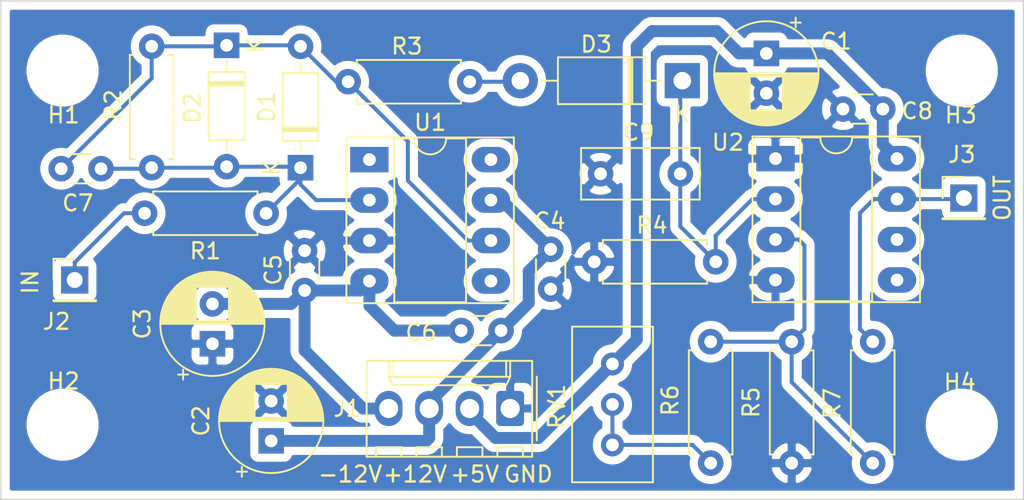
<source format=kicad_pcb>
(kicad_pcb (version 20171130) (host pcbnew 5.1.5+dfsg1-2build2)

  (general
    (thickness 1.6)
    (drawings 10)
    (tracks 98)
    (zones 0)
    (modules 29)
    (nets 13)
  )

  (page A4)
  (title_block
    (title "Peak Detector Module - Mono Channel")
    (date 2025-08-29)
    (rev 1)
    (company "Rodrigo Casara")
    (comment 2 "Este módulo de PCB único é um detector de pico de precisão que usa o op-amp TL071\\ne o comparador LM311. Projetado para uso em configurações modulares.")
  )

  (layers
    (0 F.Cu signal)
    (31 B.Cu signal)
    (32 B.Adhes user)
    (33 F.Adhes user)
    (34 B.Paste user)
    (35 F.Paste user)
    (36 B.SilkS user)
    (37 F.SilkS user)
    (38 B.Mask user)
    (39 F.Mask user)
    (40 Dwgs.User user)
    (41 Cmts.User user)
    (42 Eco1.User user)
    (43 Eco2.User user)
    (44 Edge.Cuts user)
    (45 Margin user)
    (46 B.CrtYd user)
    (47 F.CrtYd user)
    (48 B.Fab user)
    (49 F.Fab user hide)
  )

  (setup
    (last_trace_width 0.25)
    (user_trace_width 0.75)
    (trace_clearance 0.2)
    (zone_clearance 0.508)
    (zone_45_only no)
    (trace_min 0.2)
    (via_size 0.8)
    (via_drill 0.4)
    (via_min_size 0.4)
    (via_min_drill 0.3)
    (uvia_size 0.3)
    (uvia_drill 0.1)
    (uvias_allowed no)
    (uvia_min_size 0.2)
    (uvia_min_drill 0.1)
    (edge_width 0.05)
    (segment_width 0.2)
    (pcb_text_width 0.3)
    (pcb_text_size 1.5 1.5)
    (mod_edge_width 0.12)
    (mod_text_size 1 1)
    (mod_text_width 0.15)
    (pad_size 3.5 3.5)
    (pad_drill 3.5)
    (pad_to_mask_clearance 0.051)
    (solder_mask_min_width 0.25)
    (aux_axis_origin 0 0)
    (visible_elements FFFFFF7F)
    (pcbplotparams
      (layerselection 0x010fc_ffffffff)
      (usegerberextensions false)
      (usegerberattributes false)
      (usegerberadvancedattributes false)
      (creategerberjobfile false)
      (excludeedgelayer true)
      (linewidth 0.100000)
      (plotframeref false)
      (viasonmask false)
      (mode 1)
      (useauxorigin false)
      (hpglpennumber 1)
      (hpglpenspeed 20)
      (hpglpendiameter 15.000000)
      (psnegative false)
      (psa4output false)
      (plotreference true)
      (plotvalue true)
      (plotinvisibletext false)
      (padsonsilk false)
      (subtractmaskfromsilk false)
      (outputformat 1)
      (mirror false)
      (drillshape 1)
      (scaleselection 1)
      (outputdirectory ""))
  )

  (net 0 "")
  (net 1 GNDREF)
  (net 2 +5V)
  (net 3 +12V)
  (net 4 -12V)
  (net 5 "Net-(C7-Pad2)")
  (net 6 "Net-(C7-Pad1)")
  (net 7 "Net-(C9-Pad1)")
  (net 8 "Net-(D3-Pad2)")
  (net 9 "Net-(J2-Pad1)")
  (net 10 "Net-(R5-Pad1)")
  (net 11 "Net-(R6-Pad1)")
  (net 12 "Net-(J3-Pad1)")

  (net_class Default "Esta é a classe de rede padrão."
    (clearance 0.2)
    (trace_width 0.25)
    (via_dia 0.8)
    (via_drill 0.4)
    (uvia_dia 0.3)
    (uvia_drill 0.1)
    (add_net +12V)
    (add_net +5V)
    (add_net -12V)
    (add_net GNDREF)
    (add_net "Net-(C7-Pad1)")
    (add_net "Net-(C7-Pad2)")
    (add_net "Net-(C9-Pad1)")
    (add_net "Net-(D3-Pad2)")
    (add_net "Net-(J2-Pad1)")
    (add_net "Net-(J3-Pad1)")
    (add_net "Net-(R5-Pad1)")
    (add_net "Net-(R6-Pad1)")
  )

  (module Package_DIP:DIP-8_W7.62mm_Socket_LongPads (layer F.Cu) (tedit 5A02E8C5) (tstamp 68AEC202)
    (at 160.4645 96.393)
    (descr "8-lead though-hole mounted DIP package, row spacing 7.62 mm (300 mils), Socket, LongPads")
    (tags "THT DIP DIL PDIP 2.54mm 7.62mm 300mil Socket LongPads")
    (path /68B00980)
    (fp_text reference U2 (at -2.9845 -1.016) (layer F.SilkS)
      (effects (font (size 1 1) (thickness 0.15)))
    )
    (fp_text value LM311 (at 3.81 9.95) (layer F.Fab)
      (effects (font (size 1 1) (thickness 0.15)))
    )
    (fp_text user %R (at 3.81 3.81) (layer F.Fab)
      (effects (font (size 1 1) (thickness 0.15)))
    )
    (fp_line (start 9.15 -1.6) (end -1.55 -1.6) (layer F.CrtYd) (width 0.05))
    (fp_line (start 9.15 9.2) (end 9.15 -1.6) (layer F.CrtYd) (width 0.05))
    (fp_line (start -1.55 9.2) (end 9.15 9.2) (layer F.CrtYd) (width 0.05))
    (fp_line (start -1.55 -1.6) (end -1.55 9.2) (layer F.CrtYd) (width 0.05))
    (fp_line (start 9.06 -1.39) (end -1.44 -1.39) (layer F.SilkS) (width 0.12))
    (fp_line (start 9.06 9.01) (end 9.06 -1.39) (layer F.SilkS) (width 0.12))
    (fp_line (start -1.44 9.01) (end 9.06 9.01) (layer F.SilkS) (width 0.12))
    (fp_line (start -1.44 -1.39) (end -1.44 9.01) (layer F.SilkS) (width 0.12))
    (fp_line (start 6.06 -1.33) (end 4.81 -1.33) (layer F.SilkS) (width 0.12))
    (fp_line (start 6.06 8.95) (end 6.06 -1.33) (layer F.SilkS) (width 0.12))
    (fp_line (start 1.56 8.95) (end 6.06 8.95) (layer F.SilkS) (width 0.12))
    (fp_line (start 1.56 -1.33) (end 1.56 8.95) (layer F.SilkS) (width 0.12))
    (fp_line (start 2.81 -1.33) (end 1.56 -1.33) (layer F.SilkS) (width 0.12))
    (fp_line (start 8.89 -1.33) (end -1.27 -1.33) (layer F.Fab) (width 0.1))
    (fp_line (start 8.89 8.95) (end 8.89 -1.33) (layer F.Fab) (width 0.1))
    (fp_line (start -1.27 8.95) (end 8.89 8.95) (layer F.Fab) (width 0.1))
    (fp_line (start -1.27 -1.33) (end -1.27 8.95) (layer F.Fab) (width 0.1))
    (fp_line (start 0.635 -0.27) (end 1.635 -1.27) (layer F.Fab) (width 0.1))
    (fp_line (start 0.635 8.89) (end 0.635 -0.27) (layer F.Fab) (width 0.1))
    (fp_line (start 6.985 8.89) (end 0.635 8.89) (layer F.Fab) (width 0.1))
    (fp_line (start 6.985 -1.27) (end 6.985 8.89) (layer F.Fab) (width 0.1))
    (fp_line (start 1.635 -1.27) (end 6.985 -1.27) (layer F.Fab) (width 0.1))
    (fp_arc (start 3.81 -1.33) (end 2.81 -1.33) (angle -180) (layer F.SilkS) (width 0.12))
    (pad 8 thru_hole oval (at 7.62 0) (size 2.4 1.6) (drill 0.8) (layers *.Cu *.Mask)
      (net 2 +5V))
    (pad 4 thru_hole oval (at 0 7.62) (size 2.4 1.6) (drill 0.8) (layers *.Cu *.Mask)
      (net 1 GNDREF))
    (pad 7 thru_hole oval (at 7.62 2.54) (size 2.4 1.6) (drill 0.8) (layers *.Cu *.Mask)
      (net 12 "Net-(J3-Pad1)"))
    (pad 3 thru_hole oval (at 0 5.08) (size 2.4 1.6) (drill 0.8) (layers *.Cu *.Mask)
      (net 10 "Net-(R5-Pad1)"))
    (pad 6 thru_hole oval (at 7.62 5.08) (size 2.4 1.6) (drill 0.8) (layers *.Cu *.Mask))
    (pad 2 thru_hole oval (at 0 2.54) (size 2.4 1.6) (drill 0.8) (layers *.Cu *.Mask)
      (net 7 "Net-(C9-Pad1)"))
    (pad 5 thru_hole oval (at 7.62 7.62) (size 2.4 1.6) (drill 0.8) (layers *.Cu *.Mask))
    (pad 1 thru_hole rect (at 0 0) (size 2.4 1.6) (drill 0.8) (layers *.Cu *.Mask)
      (net 1 GNDREF))
    (model ${KISYS3DMOD}/Package_DIP.3dshapes/DIP-8_W7.62mm_Socket.wrl
      (at (xyz 0 0 0))
      (scale (xyz 1 1 1))
      (rotate (xyz 0 0 0))
    )
  )

  (module MountingHole:MountingHole_3.5mm (layer F.Cu) (tedit 56D1B4CB) (tstamp 68AFA5C7)
    (at 172.1485 113.0935)
    (descr "Mounting Hole 3.5mm, no annular")
    (tags "mounting hole 3.5mm no annular")
    (path /68B404CD)
    (attr virtual)
    (fp_text reference H4 (at -0.127 -2.667) (layer F.SilkS)
      (effects (font (size 1 1) (thickness 0.15)))
    )
    (fp_text value MountingHole (at 0 4.5) (layer F.Fab)
      (effects (font (size 1 1) (thickness 0.15)))
    )
    (fp_circle (center 0 0) (end 3.75 0) (layer F.CrtYd) (width 0.05))
    (fp_circle (center 0 0) (end 3.5 0) (layer Cmts.User) (width 0.15))
    (fp_text user %R (at 0.3 0) (layer F.Fab)
      (effects (font (size 1 1) (thickness 0.15)))
    )
    (pad 1 np_thru_hole circle (at 0 0) (size 3.5 3.5) (drill 3.5) (layers *.Cu *.Mask))
  )

  (module MountingHole:MountingHole_3.5mm (layer F.Cu) (tedit 56D1B4CB) (tstamp 68AFA5B7)
    (at 172.1485 90.8685)
    (descr "Mounting Hole 3.5mm, no annular")
    (tags "mounting hole 3.5mm no annular")
    (path /68B3FD90)
    (attr virtual)
    (fp_text reference H3 (at -0.0635 2.794) (layer F.SilkS)
      (effects (font (size 1 1) (thickness 0.15)))
    )
    (fp_text value MountingHole (at 0 4.5) (layer F.Fab)
      (effects (font (size 1 1) (thickness 0.15)))
    )
    (fp_circle (center 0 0) (end 3.75 0) (layer F.CrtYd) (width 0.05))
    (fp_circle (center 0 0) (end 3.5 0) (layer Cmts.User) (width 0.15))
    (fp_text user %R (at 0.3 0) (layer F.Fab)
      (effects (font (size 1 1) (thickness 0.15)))
    )
    (pad 1 np_thru_hole circle (at 0 0) (size 3.5 3.5) (drill 3.5) (layers *.Cu *.Mask))
  )

  (module MountingHole:MountingHole_3.5mm (layer F.Cu) (tedit 56D1B4CB) (tstamp 68AFA5AF)
    (at 115.7605 113.0935 90)
    (descr "Mounting Hole 3.5mm, no annular")
    (tags "mounting hole 3.5mm no annular")
    (path /68B3FC77)
    (attr virtual)
    (fp_text reference H2 (at 2.7305 0.0635 180) (layer F.SilkS)
      (effects (font (size 1 1) (thickness 0.15)))
    )
    (fp_text value MountingHole (at 0 4.5 90) (layer F.Fab)
      (effects (font (size 1 1) (thickness 0.15)))
    )
    (fp_circle (center 0 0) (end 3.75 0) (layer F.CrtYd) (width 0.05))
    (fp_circle (center 0 0) (end 3.5 0) (layer Cmts.User) (width 0.15))
    (fp_text user %R (at 0.3 0 90) (layer F.Fab)
      (effects (font (size 1 1) (thickness 0.15)))
    )
    (pad 1 np_thru_hole circle (at 0 0 90) (size 3.5 3.5) (drill 3.5) (layers *.Cu *.Mask))
  )

  (module MountingHole:MountingHole_3.5mm (layer F.Cu) (tedit 56D1B4CB) (tstamp 68AFA5A7)
    (at 115.7605 90.8685)
    (descr "Mounting Hole 3.5mm, no annular")
    (tags "mounting hole 3.5mm no annular")
    (path /68B3F64D)
    (attr virtual)
    (fp_text reference H1 (at 0.0635 2.794) (layer F.SilkS)
      (effects (font (size 1 1) (thickness 0.15)))
    )
    (fp_text value MountingHole (at 0 4.5) (layer F.Fab)
      (effects (font (size 1 1) (thickness 0.15)))
    )
    (fp_circle (center 0 0) (end 3.75 0) (layer F.CrtYd) (width 0.05))
    (fp_circle (center 0 0) (end 3.5 0) (layer Cmts.User) (width 0.15))
    (fp_text user %R (at 0.3 0) (layer F.Fab)
      (effects (font (size 1 1) (thickness 0.15)))
    )
    (pad 1 np_thru_hole circle (at 0 0) (size 3.5 3.5) (drill 3.5) (layers *.Cu *.Mask))
  )

  (module Connector_PinHeader_2.54mm:PinHeader_1x01_P2.54mm_Vertical (layer F.Cu) (tedit 59FED5CC) (tstamp 68AEC102)
    (at 172.2755 98.8695)
    (descr "Through hole straight pin header, 1x01, 2.54mm pitch, single row")
    (tags "Through hole pin header THT 1x01 2.54mm single row")
    (path /6A2FE3C7)
    (fp_text reference J3 (at -0.127 -2.7305) (layer F.SilkS)
      (effects (font (size 1 1) (thickness 0.15)))
    )
    (fp_text value Conn_01x01 (at 0 2.33) (layer F.Fab)
      (effects (font (size 1 1) (thickness 0.15)))
    )
    (fp_text user %R (at 0 0 90) (layer F.Fab)
      (effects (font (size 1 1) (thickness 0.15)))
    )
    (fp_line (start 1.8 -1.8) (end -1.8 -1.8) (layer F.CrtYd) (width 0.05))
    (fp_line (start 1.8 1.8) (end 1.8 -1.8) (layer F.CrtYd) (width 0.05))
    (fp_line (start -1.8 1.8) (end 1.8 1.8) (layer F.CrtYd) (width 0.05))
    (fp_line (start -1.8 -1.8) (end -1.8 1.8) (layer F.CrtYd) (width 0.05))
    (fp_line (start -1.33 -1.33) (end 0 -1.33) (layer F.SilkS) (width 0.12))
    (fp_line (start -1.33 0) (end -1.33 -1.33) (layer F.SilkS) (width 0.12))
    (fp_line (start -1.33 1.27) (end 1.33 1.27) (layer F.SilkS) (width 0.12))
    (fp_line (start 1.33 1.27) (end 1.33 1.33) (layer F.SilkS) (width 0.12))
    (fp_line (start -1.33 1.27) (end -1.33 1.33) (layer F.SilkS) (width 0.12))
    (fp_line (start -1.33 1.33) (end 1.33 1.33) (layer F.SilkS) (width 0.12))
    (fp_line (start -1.27 -0.635) (end -0.635 -1.27) (layer F.Fab) (width 0.1))
    (fp_line (start -1.27 1.27) (end -1.27 -0.635) (layer F.Fab) (width 0.1))
    (fp_line (start 1.27 1.27) (end -1.27 1.27) (layer F.Fab) (width 0.1))
    (fp_line (start 1.27 -1.27) (end 1.27 1.27) (layer F.Fab) (width 0.1))
    (fp_line (start -0.635 -1.27) (end 1.27 -1.27) (layer F.Fab) (width 0.1))
    (pad 1 thru_hole rect (at 0 0) (size 1.7 1.7) (drill 1) (layers *.Cu *.Mask)
      (net 12 "Net-(J3-Pad1)"))
    (model ${KISYS3DMOD}/Connector_PinHeader_2.54mm.3dshapes/PinHeader_1x01_P2.54mm_Vertical.wrl
      (at (xyz 0 0 0))
      (scale (xyz 1 1 1))
      (rotate (xyz 0 0 0))
    )
  )

  (module Connector_PinHeader_2.54mm:PinHeader_1x01_P2.54mm_Vertical (layer F.Cu) (tedit 59FED5CC) (tstamp 68AEC0F8)
    (at 116.5225 104.013)
    (descr "Through hole straight pin header, 1x01, 2.54mm pitch, single row")
    (tags "Through hole pin header THT 1x01 2.54mm single row")
    (path /6A4779E3)
    (fp_text reference J2 (at -1.143 2.6035) (layer F.SilkS)
      (effects (font (size 1 1) (thickness 0.15)))
    )
    (fp_text value Conn_01x01 (at 0 2.33) (layer F.Fab)
      (effects (font (size 1 1) (thickness 0.15)))
    )
    (fp_text user %R (at 0 0 90) (layer F.Fab)
      (effects (font (size 1 1) (thickness 0.15)))
    )
    (fp_line (start 1.8 -1.8) (end -1.8 -1.8) (layer F.CrtYd) (width 0.05))
    (fp_line (start 1.8 1.8) (end 1.8 -1.8) (layer F.CrtYd) (width 0.05))
    (fp_line (start -1.8 1.8) (end 1.8 1.8) (layer F.CrtYd) (width 0.05))
    (fp_line (start -1.8 -1.8) (end -1.8 1.8) (layer F.CrtYd) (width 0.05))
    (fp_line (start -1.33 -1.33) (end 0 -1.33) (layer F.SilkS) (width 0.12))
    (fp_line (start -1.33 0) (end -1.33 -1.33) (layer F.SilkS) (width 0.12))
    (fp_line (start -1.33 1.27) (end 1.33 1.27) (layer F.SilkS) (width 0.12))
    (fp_line (start 1.33 1.27) (end 1.33 1.33) (layer F.SilkS) (width 0.12))
    (fp_line (start -1.33 1.27) (end -1.33 1.33) (layer F.SilkS) (width 0.12))
    (fp_line (start -1.33 1.33) (end 1.33 1.33) (layer F.SilkS) (width 0.12))
    (fp_line (start -1.27 -0.635) (end -0.635 -1.27) (layer F.Fab) (width 0.1))
    (fp_line (start -1.27 1.27) (end -1.27 -0.635) (layer F.Fab) (width 0.1))
    (fp_line (start 1.27 1.27) (end -1.27 1.27) (layer F.Fab) (width 0.1))
    (fp_line (start 1.27 -1.27) (end 1.27 1.27) (layer F.Fab) (width 0.1))
    (fp_line (start -0.635 -1.27) (end 1.27 -1.27) (layer F.Fab) (width 0.1))
    (pad 1 thru_hole rect (at 0 0) (size 1.7 1.7) (drill 1) (layers *.Cu *.Mask)
      (net 9 "Net-(J2-Pad1)"))
    (model ${KISYS3DMOD}/Connector_PinHeader_2.54mm.3dshapes/PinHeader_1x01_P2.54mm_Vertical.wrl
      (at (xyz 0 0 0))
      (scale (xyz 1 1 1))
      (rotate (xyz 0 0 0))
    )
  )

  (module Package_DIP:DIP-8_W7.62mm_Socket_LongPads (layer F.Cu) (tedit 5A02E8C5) (tstamp 68AEC1DE)
    (at 135.001 96.4565)
    (descr "8-lead though-hole mounted DIP package, row spacing 7.62 mm (300 mils), Socket, LongPads")
    (tags "THT DIP DIL PDIP 2.54mm 7.62mm 300mil Socket LongPads")
    (path /68AFDADA)
    (fp_text reference U1 (at 3.81 -2.33) (layer F.SilkS)
      (effects (font (size 1 1) (thickness 0.15)))
    )
    (fp_text value TL071 (at 3.81 9.95) (layer F.Fab)
      (effects (font (size 1 1) (thickness 0.15)))
    )
    (fp_text user %R (at 3.81 3.81) (layer F.Fab)
      (effects (font (size 1 1) (thickness 0.15)))
    )
    (fp_line (start 9.15 -1.6) (end -1.55 -1.6) (layer F.CrtYd) (width 0.05))
    (fp_line (start 9.15 9.2) (end 9.15 -1.6) (layer F.CrtYd) (width 0.05))
    (fp_line (start -1.55 9.2) (end 9.15 9.2) (layer F.CrtYd) (width 0.05))
    (fp_line (start -1.55 -1.6) (end -1.55 9.2) (layer F.CrtYd) (width 0.05))
    (fp_line (start 9.06 -1.39) (end -1.44 -1.39) (layer F.SilkS) (width 0.12))
    (fp_line (start 9.06 9.01) (end 9.06 -1.39) (layer F.SilkS) (width 0.12))
    (fp_line (start -1.44 9.01) (end 9.06 9.01) (layer F.SilkS) (width 0.12))
    (fp_line (start -1.44 -1.39) (end -1.44 9.01) (layer F.SilkS) (width 0.12))
    (fp_line (start 6.06 -1.33) (end 4.81 -1.33) (layer F.SilkS) (width 0.12))
    (fp_line (start 6.06 8.95) (end 6.06 -1.33) (layer F.SilkS) (width 0.12))
    (fp_line (start 1.56 8.95) (end 6.06 8.95) (layer F.SilkS) (width 0.12))
    (fp_line (start 1.56 -1.33) (end 1.56 8.95) (layer F.SilkS) (width 0.12))
    (fp_line (start 2.81 -1.33) (end 1.56 -1.33) (layer F.SilkS) (width 0.12))
    (fp_line (start 8.89 -1.33) (end -1.27 -1.33) (layer F.Fab) (width 0.1))
    (fp_line (start 8.89 8.95) (end 8.89 -1.33) (layer F.Fab) (width 0.1))
    (fp_line (start -1.27 8.95) (end 8.89 8.95) (layer F.Fab) (width 0.1))
    (fp_line (start -1.27 -1.33) (end -1.27 8.95) (layer F.Fab) (width 0.1))
    (fp_line (start 0.635 -0.27) (end 1.635 -1.27) (layer F.Fab) (width 0.1))
    (fp_line (start 0.635 8.89) (end 0.635 -0.27) (layer F.Fab) (width 0.1))
    (fp_line (start 6.985 8.89) (end 0.635 8.89) (layer F.Fab) (width 0.1))
    (fp_line (start 6.985 -1.27) (end 6.985 8.89) (layer F.Fab) (width 0.1))
    (fp_line (start 1.635 -1.27) (end 6.985 -1.27) (layer F.Fab) (width 0.1))
    (fp_arc (start 3.81 -1.33) (end 2.81 -1.33) (angle -180) (layer F.SilkS) (width 0.12))
    (pad 8 thru_hole oval (at 7.62 0) (size 2.4 1.6) (drill 0.8) (layers *.Cu *.Mask))
    (pad 4 thru_hole oval (at 0 7.62) (size 2.4 1.6) (drill 0.8) (layers *.Cu *.Mask)
      (net 4 -12V))
    (pad 7 thru_hole oval (at 7.62 2.54) (size 2.4 1.6) (drill 0.8) (layers *.Cu *.Mask)
      (net 3 +12V))
    (pad 3 thru_hole oval (at 0 5.08) (size 2.4 1.6) (drill 0.8) (layers *.Cu *.Mask)
      (net 1 GNDREF))
    (pad 6 thru_hole oval (at 7.62 5.08) (size 2.4 1.6) (drill 0.8) (layers *.Cu *.Mask)
      (net 5 "Net-(C7-Pad2)"))
    (pad 2 thru_hole oval (at 0 2.54) (size 2.4 1.6) (drill 0.8) (layers *.Cu *.Mask)
      (net 6 "Net-(C7-Pad1)"))
    (pad 5 thru_hole oval (at 7.62 7.62) (size 2.4 1.6) (drill 0.8) (layers *.Cu *.Mask))
    (pad 1 thru_hole rect (at 0 0) (size 2.4 1.6) (drill 0.8) (layers *.Cu *.Mask))
    (model ${KISYS3DMOD}/Package_DIP.3dshapes/DIP-8_W7.62mm_Socket.wrl
      (at (xyz 0 0 0))
      (scale (xyz 1 1 1))
      (rotate (xyz 0 0 0))
    )
  )

  (module Potentiometer_THT:Potentiometer_Bourns_3296W_Vertical (layer F.Cu) (tedit 5A3D4994) (tstamp 68AEC1BA)
    (at 150.241 109.2835 90)
    (descr "Potentiometer, vertical, Bourns 3296W, https://www.bourns.com/pdfs/3296.pdf")
    (tags "Potentiometer vertical Bourns 3296W")
    (path /691A1565)
    (fp_text reference RV1 (at -2.667 -3.4925 90) (layer F.SilkS)
      (effects (font (size 1 1) (thickness 0.15)))
    )
    (fp_text value 50kΩ (at -2.54 3.67 90) (layer F.Fab)
      (effects (font (size 1 1) (thickness 0.15)))
    )
    (fp_text user %R (at -3.175 0.005 90) (layer F.Fab)
      (effects (font (size 1 1) (thickness 0.15)))
    )
    (fp_line (start 2.5 -2.7) (end -7.6 -2.7) (layer F.CrtYd) (width 0.05))
    (fp_line (start 2.5 2.7) (end 2.5 -2.7) (layer F.CrtYd) (width 0.05))
    (fp_line (start -7.6 2.7) (end 2.5 2.7) (layer F.CrtYd) (width 0.05))
    (fp_line (start -7.6 -2.7) (end -7.6 2.7) (layer F.CrtYd) (width 0.05))
    (fp_line (start 2.345 -2.53) (end 2.345 2.54) (layer F.SilkS) (width 0.12))
    (fp_line (start -7.425 -2.53) (end -7.425 2.54) (layer F.SilkS) (width 0.12))
    (fp_line (start -7.425 2.54) (end 2.345 2.54) (layer F.SilkS) (width 0.12))
    (fp_line (start -7.425 -2.53) (end 2.345 -2.53) (layer F.SilkS) (width 0.12))
    (fp_line (start 0.955 2.235) (end 0.956 0.066) (layer F.Fab) (width 0.1))
    (fp_line (start 0.955 2.235) (end 0.956 0.066) (layer F.Fab) (width 0.1))
    (fp_line (start 2.225 -2.41) (end -7.305 -2.41) (layer F.Fab) (width 0.1))
    (fp_line (start 2.225 2.42) (end 2.225 -2.41) (layer F.Fab) (width 0.1))
    (fp_line (start -7.305 2.42) (end 2.225 2.42) (layer F.Fab) (width 0.1))
    (fp_line (start -7.305 -2.41) (end -7.305 2.42) (layer F.Fab) (width 0.1))
    (fp_circle (center 0.955 1.15) (end 2.05 1.15) (layer F.Fab) (width 0.1))
    (pad 3 thru_hole circle (at -5.08 0 90) (size 1.44 1.44) (drill 0.8) (layers *.Cu *.Mask)
      (net 11 "Net-(R6-Pad1)"))
    (pad 2 thru_hole circle (at -2.54 0 90) (size 1.44 1.44) (drill 0.8) (layers *.Cu *.Mask)
      (net 11 "Net-(R6-Pad1)"))
    (pad 1 thru_hole circle (at 0 0 90) (size 1.44 1.44) (drill 0.8) (layers *.Cu *.Mask)
      (net 2 +5V))
    (model ${KISYS3DMOD}/Potentiometer_THT.3dshapes/Potentiometer_Bourns_3296W_Vertical.wrl
      (at (xyz 0 0 0))
      (scale (xyz 1 1 1))
      (rotate (xyz 0 0 0))
    )
  )

  (module Resistor_THT:R_Axial_DIN0207_L6.3mm_D2.5mm_P7.62mm_Horizontal (layer F.Cu) (tedit 5AE5139B) (tstamp 68AEC1A3)
    (at 166.5605 107.8865 270)
    (descr "Resistor, Axial_DIN0207 series, Axial, Horizontal, pin pitch=7.62mm, 0.25W = 1/4W, length*diameter=6.3*2.5mm^2, http://cdn-reichelt.de/documents/datenblatt/B400/1_4W%23YAG.pdf")
    (tags "Resistor Axial_DIN0207 series Axial Horizontal pin pitch 7.62mm 0.25W = 1/4W length 6.3mm diameter 2.5mm")
    (path /69259499)
    (fp_text reference R7 (at 3.8735 2.54 90) (layer F.SilkS)
      (effects (font (size 1 1) (thickness 0.15)))
    )
    (fp_text value 100kΩ (at 3.81 2.37 90) (layer F.Fab)
      (effects (font (size 1 1) (thickness 0.15)))
    )
    (fp_text user %R (at 3.81 0 90) (layer F.Fab)
      (effects (font (size 1 1) (thickness 0.15)))
    )
    (fp_line (start 8.67 -1.5) (end -1.05 -1.5) (layer F.CrtYd) (width 0.05))
    (fp_line (start 8.67 1.5) (end 8.67 -1.5) (layer F.CrtYd) (width 0.05))
    (fp_line (start -1.05 1.5) (end 8.67 1.5) (layer F.CrtYd) (width 0.05))
    (fp_line (start -1.05 -1.5) (end -1.05 1.5) (layer F.CrtYd) (width 0.05))
    (fp_line (start 7.08 1.37) (end 7.08 1.04) (layer F.SilkS) (width 0.12))
    (fp_line (start 0.54 1.37) (end 7.08 1.37) (layer F.SilkS) (width 0.12))
    (fp_line (start 0.54 1.04) (end 0.54 1.37) (layer F.SilkS) (width 0.12))
    (fp_line (start 7.08 -1.37) (end 7.08 -1.04) (layer F.SilkS) (width 0.12))
    (fp_line (start 0.54 -1.37) (end 7.08 -1.37) (layer F.SilkS) (width 0.12))
    (fp_line (start 0.54 -1.04) (end 0.54 -1.37) (layer F.SilkS) (width 0.12))
    (fp_line (start 7.62 0) (end 6.96 0) (layer F.Fab) (width 0.1))
    (fp_line (start 0 0) (end 0.66 0) (layer F.Fab) (width 0.1))
    (fp_line (start 6.96 -1.25) (end 0.66 -1.25) (layer F.Fab) (width 0.1))
    (fp_line (start 6.96 1.25) (end 6.96 -1.25) (layer F.Fab) (width 0.1))
    (fp_line (start 0.66 1.25) (end 6.96 1.25) (layer F.Fab) (width 0.1))
    (fp_line (start 0.66 -1.25) (end 0.66 1.25) (layer F.Fab) (width 0.1))
    (pad 2 thru_hole oval (at 7.62 0 270) (size 1.6 1.6) (drill 0.8) (layers *.Cu *.Mask)
      (net 10 "Net-(R5-Pad1)"))
    (pad 1 thru_hole circle (at 0 0 270) (size 1.6 1.6) (drill 0.8) (layers *.Cu *.Mask)
      (net 12 "Net-(J3-Pad1)"))
    (model ${KISYS3DMOD}/Resistor_THT.3dshapes/R_Axial_DIN0207_L6.3mm_D2.5mm_P7.62mm_Horizontal.wrl
      (at (xyz 0 0 0))
      (scale (xyz 1 1 1))
      (rotate (xyz 0 0 0))
    )
  )

  (module Resistor_THT:R_Axial_DIN0207_L6.3mm_D2.5mm_P7.62mm_Horizontal (layer F.Cu) (tedit 5AE5139B) (tstamp 68AEC18C)
    (at 156.4005 115.5065 90)
    (descr "Resistor, Axial_DIN0207 series, Axial, Horizontal, pin pitch=7.62mm, 0.25W = 1/4W, length*diameter=6.3*2.5mm^2, http://cdn-reichelt.de/documents/datenblatt/B400/1_4W%23YAG.pdf")
    (tags "Resistor Axial_DIN0207 series Axial Horizontal pin pitch 7.62mm 0.25W = 1/4W length 6.3mm diameter 2.5mm")
    (path /693EBFCD)
    (fp_text reference R6 (at 3.937 -2.54 90) (layer F.SilkS)
      (effects (font (size 1 1) (thickness 0.15)))
    )
    (fp_text value 10kΩ (at 3.81 -2.413 90) (layer F.Fab)
      (effects (font (size 1 1) (thickness 0.15)))
    )
    (fp_text user %R (at 3.81 0 90) (layer F.Fab)
      (effects (font (size 1 1) (thickness 0.15)))
    )
    (fp_line (start 8.67 -1.5) (end -1.05 -1.5) (layer F.CrtYd) (width 0.05))
    (fp_line (start 8.67 1.5) (end 8.67 -1.5) (layer F.CrtYd) (width 0.05))
    (fp_line (start -1.05 1.5) (end 8.67 1.5) (layer F.CrtYd) (width 0.05))
    (fp_line (start -1.05 -1.5) (end -1.05 1.5) (layer F.CrtYd) (width 0.05))
    (fp_line (start 7.08 1.37) (end 7.08 1.04) (layer F.SilkS) (width 0.12))
    (fp_line (start 0.54 1.37) (end 7.08 1.37) (layer F.SilkS) (width 0.12))
    (fp_line (start 0.54 1.04) (end 0.54 1.37) (layer F.SilkS) (width 0.12))
    (fp_line (start 7.08 -1.37) (end 7.08 -1.04) (layer F.SilkS) (width 0.12))
    (fp_line (start 0.54 -1.37) (end 7.08 -1.37) (layer F.SilkS) (width 0.12))
    (fp_line (start 0.54 -1.04) (end 0.54 -1.37) (layer F.SilkS) (width 0.12))
    (fp_line (start 7.62 0) (end 6.96 0) (layer F.Fab) (width 0.1))
    (fp_line (start 0 0) (end 0.66 0) (layer F.Fab) (width 0.1))
    (fp_line (start 6.96 -1.25) (end 0.66 -1.25) (layer F.Fab) (width 0.1))
    (fp_line (start 6.96 1.25) (end 6.96 -1.25) (layer F.Fab) (width 0.1))
    (fp_line (start 0.66 1.25) (end 6.96 1.25) (layer F.Fab) (width 0.1))
    (fp_line (start 0.66 -1.25) (end 0.66 1.25) (layer F.Fab) (width 0.1))
    (pad 2 thru_hole oval (at 7.62 0 90) (size 1.6 1.6) (drill 0.8) (layers *.Cu *.Mask)
      (net 10 "Net-(R5-Pad1)"))
    (pad 1 thru_hole circle (at 0 0 90) (size 1.6 1.6) (drill 0.8) (layers *.Cu *.Mask)
      (net 11 "Net-(R6-Pad1)"))
    (model ${KISYS3DMOD}/Resistor_THT.3dshapes/R_Axial_DIN0207_L6.3mm_D2.5mm_P7.62mm_Horizontal.wrl
      (at (xyz 0 0 0))
      (scale (xyz 1 1 1))
      (rotate (xyz 0 0 0))
    )
  )

  (module Resistor_THT:R_Axial_DIN0207_L6.3mm_D2.5mm_P7.62mm_Horizontal (layer F.Cu) (tedit 5AE5139B) (tstamp 68AEC175)
    (at 161.4805 107.8865 270)
    (descr "Resistor, Axial_DIN0207 series, Axial, Horizontal, pin pitch=7.62mm, 0.25W = 1/4W, length*diameter=6.3*2.5mm^2, http://cdn-reichelt.de/documents/datenblatt/B400/1_4W%23YAG.pdf")
    (tags "Resistor Axial_DIN0207 series Axial Horizontal pin pitch 7.62mm 0.25W = 1/4W length 6.3mm diameter 2.5mm")
    (path /691A0EFB)
    (fp_text reference R5 (at 3.81 2.54 90) (layer F.SilkS)
      (effects (font (size 1 1) (thickness 0.15)))
    )
    (fp_text value 10kΩ (at 3.81 2.37 90) (layer F.Fab)
      (effects (font (size 1 1) (thickness 0.15)))
    )
    (fp_text user %R (at 3.81 0 90) (layer F.Fab)
      (effects (font (size 1 1) (thickness 0.15)))
    )
    (fp_line (start 8.67 -1.5) (end -1.05 -1.5) (layer F.CrtYd) (width 0.05))
    (fp_line (start 8.67 1.5) (end 8.67 -1.5) (layer F.CrtYd) (width 0.05))
    (fp_line (start -1.05 1.5) (end 8.67 1.5) (layer F.CrtYd) (width 0.05))
    (fp_line (start -1.05 -1.5) (end -1.05 1.5) (layer F.CrtYd) (width 0.05))
    (fp_line (start 7.08 1.37) (end 7.08 1.04) (layer F.SilkS) (width 0.12))
    (fp_line (start 0.54 1.37) (end 7.08 1.37) (layer F.SilkS) (width 0.12))
    (fp_line (start 0.54 1.04) (end 0.54 1.37) (layer F.SilkS) (width 0.12))
    (fp_line (start 7.08 -1.37) (end 7.08 -1.04) (layer F.SilkS) (width 0.12))
    (fp_line (start 0.54 -1.37) (end 7.08 -1.37) (layer F.SilkS) (width 0.12))
    (fp_line (start 0.54 -1.04) (end 0.54 -1.37) (layer F.SilkS) (width 0.12))
    (fp_line (start 7.62 0) (end 6.96 0) (layer F.Fab) (width 0.1))
    (fp_line (start 0 0) (end 0.66 0) (layer F.Fab) (width 0.1))
    (fp_line (start 6.96 -1.25) (end 0.66 -1.25) (layer F.Fab) (width 0.1))
    (fp_line (start 6.96 1.25) (end 6.96 -1.25) (layer F.Fab) (width 0.1))
    (fp_line (start 0.66 1.25) (end 6.96 1.25) (layer F.Fab) (width 0.1))
    (fp_line (start 0.66 -1.25) (end 0.66 1.25) (layer F.Fab) (width 0.1))
    (pad 2 thru_hole oval (at 7.62 0 270) (size 1.6 1.6) (drill 0.8) (layers *.Cu *.Mask)
      (net 1 GNDREF))
    (pad 1 thru_hole circle (at 0 0 270) (size 1.6 1.6) (drill 0.8) (layers *.Cu *.Mask)
      (net 10 "Net-(R5-Pad1)"))
    (model ${KISYS3DMOD}/Resistor_THT.3dshapes/R_Axial_DIN0207_L6.3mm_D2.5mm_P7.62mm_Horizontal.wrl
      (at (xyz 0 0 0))
      (scale (xyz 1 1 1))
      (rotate (xyz 0 0 0))
    )
  )

  (module Resistor_THT:R_Axial_DIN0207_L6.3mm_D2.5mm_P7.62mm_Horizontal (layer F.Cu) (tedit 5AE5139B) (tstamp 68AEC15E)
    (at 156.718 102.87 180)
    (descr "Resistor, Axial_DIN0207 series, Axial, Horizontal, pin pitch=7.62mm, 0.25W = 1/4W, length*diameter=6.3*2.5mm^2, http://cdn-reichelt.de/documents/datenblatt/B400/1_4W%23YAG.pdf")
    (tags "Resistor Axial_DIN0207 series Axial Horizontal pin pitch 7.62mm 0.25W = 1/4W length 6.3mm diameter 2.5mm")
    (path /691A0CCA)
    (fp_text reference R4 (at 4.0005 2.286) (layer F.SilkS)
      (effects (font (size 1 1) (thickness 0.15)))
    )
    (fp_text value 220kΩ (at 3.81 2.37) (layer F.Fab)
      (effects (font (size 1 1) (thickness 0.15)))
    )
    (fp_text user %R (at 3.81 0) (layer F.Fab)
      (effects (font (size 1 1) (thickness 0.15)))
    )
    (fp_line (start 8.67 -1.5) (end -1.05 -1.5) (layer F.CrtYd) (width 0.05))
    (fp_line (start 8.67 1.5) (end 8.67 -1.5) (layer F.CrtYd) (width 0.05))
    (fp_line (start -1.05 1.5) (end 8.67 1.5) (layer F.CrtYd) (width 0.05))
    (fp_line (start -1.05 -1.5) (end -1.05 1.5) (layer F.CrtYd) (width 0.05))
    (fp_line (start 7.08 1.37) (end 7.08 1.04) (layer F.SilkS) (width 0.12))
    (fp_line (start 0.54 1.37) (end 7.08 1.37) (layer F.SilkS) (width 0.12))
    (fp_line (start 0.54 1.04) (end 0.54 1.37) (layer F.SilkS) (width 0.12))
    (fp_line (start 7.08 -1.37) (end 7.08 -1.04) (layer F.SilkS) (width 0.12))
    (fp_line (start 0.54 -1.37) (end 7.08 -1.37) (layer F.SilkS) (width 0.12))
    (fp_line (start 0.54 -1.04) (end 0.54 -1.37) (layer F.SilkS) (width 0.12))
    (fp_line (start 7.62 0) (end 6.96 0) (layer F.Fab) (width 0.1))
    (fp_line (start 0 0) (end 0.66 0) (layer F.Fab) (width 0.1))
    (fp_line (start 6.96 -1.25) (end 0.66 -1.25) (layer F.Fab) (width 0.1))
    (fp_line (start 6.96 1.25) (end 6.96 -1.25) (layer F.Fab) (width 0.1))
    (fp_line (start 0.66 1.25) (end 6.96 1.25) (layer F.Fab) (width 0.1))
    (fp_line (start 0.66 -1.25) (end 0.66 1.25) (layer F.Fab) (width 0.1))
    (pad 2 thru_hole oval (at 7.62 0 180) (size 1.6 1.6) (drill 0.8) (layers *.Cu *.Mask)
      (net 1 GNDREF))
    (pad 1 thru_hole circle (at 0 0 180) (size 1.6 1.6) (drill 0.8) (layers *.Cu *.Mask)
      (net 7 "Net-(C9-Pad1)"))
    (model ${KISYS3DMOD}/Resistor_THT.3dshapes/R_Axial_DIN0207_L6.3mm_D2.5mm_P7.62mm_Horizontal.wrl
      (at (xyz 0 0 0))
      (scale (xyz 1 1 1))
      (rotate (xyz 0 0 0))
    )
  )

  (module Resistor_THT:R_Axial_DIN0207_L6.3mm_D2.5mm_P7.62mm_Horizontal (layer F.Cu) (tedit 5AE5139B) (tstamp 68AEC147)
    (at 141.2875 91.567 180)
    (descr "Resistor, Axial_DIN0207 series, Axial, Horizontal, pin pitch=7.62mm, 0.25W = 1/4W, length*diameter=6.3*2.5mm^2, http://cdn-reichelt.de/documents/datenblatt/B400/1_4W%23YAG.pdf")
    (tags "Resistor Axial_DIN0207 series Axial Horizontal pin pitch 7.62mm 0.25W = 1/4W length 6.3mm diameter 2.5mm")
    (path /6914377A)
    (fp_text reference R3 (at 3.937 2.2225) (layer F.SilkS)
      (effects (font (size 1 1) (thickness 0.15)))
    )
    (fp_text value 330Ω (at 3.81 2.37) (layer F.Fab)
      (effects (font (size 1 1) (thickness 0.15)))
    )
    (fp_text user %R (at 3.81 0) (layer F.Fab)
      (effects (font (size 1 1) (thickness 0.15)))
    )
    (fp_line (start 8.67 -1.5) (end -1.05 -1.5) (layer F.CrtYd) (width 0.05))
    (fp_line (start 8.67 1.5) (end 8.67 -1.5) (layer F.CrtYd) (width 0.05))
    (fp_line (start -1.05 1.5) (end 8.67 1.5) (layer F.CrtYd) (width 0.05))
    (fp_line (start -1.05 -1.5) (end -1.05 1.5) (layer F.CrtYd) (width 0.05))
    (fp_line (start 7.08 1.37) (end 7.08 1.04) (layer F.SilkS) (width 0.12))
    (fp_line (start 0.54 1.37) (end 7.08 1.37) (layer F.SilkS) (width 0.12))
    (fp_line (start 0.54 1.04) (end 0.54 1.37) (layer F.SilkS) (width 0.12))
    (fp_line (start 7.08 -1.37) (end 7.08 -1.04) (layer F.SilkS) (width 0.12))
    (fp_line (start 0.54 -1.37) (end 7.08 -1.37) (layer F.SilkS) (width 0.12))
    (fp_line (start 0.54 -1.04) (end 0.54 -1.37) (layer F.SilkS) (width 0.12))
    (fp_line (start 7.62 0) (end 6.96 0) (layer F.Fab) (width 0.1))
    (fp_line (start 0 0) (end 0.66 0) (layer F.Fab) (width 0.1))
    (fp_line (start 6.96 -1.25) (end 0.66 -1.25) (layer F.Fab) (width 0.1))
    (fp_line (start 6.96 1.25) (end 6.96 -1.25) (layer F.Fab) (width 0.1))
    (fp_line (start 0.66 1.25) (end 6.96 1.25) (layer F.Fab) (width 0.1))
    (fp_line (start 0.66 -1.25) (end 0.66 1.25) (layer F.Fab) (width 0.1))
    (pad 2 thru_hole oval (at 7.62 0 180) (size 1.6 1.6) (drill 0.8) (layers *.Cu *.Mask)
      (net 5 "Net-(C7-Pad2)"))
    (pad 1 thru_hole circle (at 0 0 180) (size 1.6 1.6) (drill 0.8) (layers *.Cu *.Mask)
      (net 8 "Net-(D3-Pad2)"))
    (model ${KISYS3DMOD}/Resistor_THT.3dshapes/R_Axial_DIN0207_L6.3mm_D2.5mm_P7.62mm_Horizontal.wrl
      (at (xyz 0 0 0))
      (scale (xyz 1 1 1))
      (rotate (xyz 0 0 0))
    )
  )

  (module Resistor_THT:R_Axial_DIN0207_L6.3mm_D2.5mm_P7.62mm_Horizontal (layer F.Cu) (tedit 5AE5139B) (tstamp 68AEC130)
    (at 121.3485 89.3445 270)
    (descr "Resistor, Axial_DIN0207 series, Axial, Horizontal, pin pitch=7.62mm, 0.25W = 1/4W, length*diameter=6.3*2.5mm^2, http://cdn-reichelt.de/documents/datenblatt/B400/1_4W%23YAG.pdf")
    (tags "Resistor Axial_DIN0207 series Axial Horizontal pin pitch 7.62mm 0.25W = 1/4W length 6.3mm diameter 2.5mm")
    (path /68F32065)
    (fp_text reference R2 (at 3.683 2.413 90) (layer F.SilkS)
      (effects (font (size 1 1) (thickness 0.15)))
    )
    (fp_text value 10kΩ (at 3.81 2.37 90) (layer F.Fab)
      (effects (font (size 1 1) (thickness 0.15)))
    )
    (fp_text user %R (at 3.81 0 90) (layer F.Fab)
      (effects (font (size 1 1) (thickness 0.15)))
    )
    (fp_line (start 8.67 -1.5) (end -1.05 -1.5) (layer F.CrtYd) (width 0.05))
    (fp_line (start 8.67 1.5) (end 8.67 -1.5) (layer F.CrtYd) (width 0.05))
    (fp_line (start -1.05 1.5) (end 8.67 1.5) (layer F.CrtYd) (width 0.05))
    (fp_line (start -1.05 -1.5) (end -1.05 1.5) (layer F.CrtYd) (width 0.05))
    (fp_line (start 7.08 1.37) (end 7.08 1.04) (layer F.SilkS) (width 0.12))
    (fp_line (start 0.54 1.37) (end 7.08 1.37) (layer F.SilkS) (width 0.12))
    (fp_line (start 0.54 1.04) (end 0.54 1.37) (layer F.SilkS) (width 0.12))
    (fp_line (start 7.08 -1.37) (end 7.08 -1.04) (layer F.SilkS) (width 0.12))
    (fp_line (start 0.54 -1.37) (end 7.08 -1.37) (layer F.SilkS) (width 0.12))
    (fp_line (start 0.54 -1.04) (end 0.54 -1.37) (layer F.SilkS) (width 0.12))
    (fp_line (start 7.62 0) (end 6.96 0) (layer F.Fab) (width 0.1))
    (fp_line (start 0 0) (end 0.66 0) (layer F.Fab) (width 0.1))
    (fp_line (start 6.96 -1.25) (end 0.66 -1.25) (layer F.Fab) (width 0.1))
    (fp_line (start 6.96 1.25) (end 6.96 -1.25) (layer F.Fab) (width 0.1))
    (fp_line (start 0.66 1.25) (end 6.96 1.25) (layer F.Fab) (width 0.1))
    (fp_line (start 0.66 -1.25) (end 0.66 1.25) (layer F.Fab) (width 0.1))
    (pad 2 thru_hole oval (at 7.62 0 270) (size 1.6 1.6) (drill 0.8) (layers *.Cu *.Mask)
      (net 6 "Net-(C7-Pad1)"))
    (pad 1 thru_hole circle (at 0 0 270) (size 1.6 1.6) (drill 0.8) (layers *.Cu *.Mask)
      (net 5 "Net-(C7-Pad2)"))
    (model ${KISYS3DMOD}/Resistor_THT.3dshapes/R_Axial_DIN0207_L6.3mm_D2.5mm_P7.62mm_Horizontal.wrl
      (at (xyz 0 0 0))
      (scale (xyz 1 1 1))
      (rotate (xyz 0 0 0))
    )
  )

  (module Resistor_THT:R_Axial_DIN0207_L6.3mm_D2.5mm_P7.62mm_Horizontal (layer F.Cu) (tedit 5AE5139B) (tstamp 68AEC119)
    (at 128.524 99.822 180)
    (descr "Resistor, Axial_DIN0207 series, Axial, Horizontal, pin pitch=7.62mm, 0.25W = 1/4W, length*diameter=6.3*2.5mm^2, http://cdn-reichelt.de/documents/datenblatt/B400/1_4W%23YAG.pdf")
    (tags "Resistor Axial_DIN0207 series Axial Horizontal pin pitch 7.62mm 0.25W = 1/4W length 6.3mm diameter 2.5mm")
    (path /68EA8307)
    (fp_text reference R1 (at 3.81 -2.37) (layer F.SilkS)
      (effects (font (size 1 1) (thickness 0.15)))
    )
    (fp_text value 10kΩ (at 3.81 2.37) (layer F.Fab)
      (effects (font (size 1 1) (thickness 0.15)))
    )
    (fp_text user %R (at 3.81 0) (layer F.Fab)
      (effects (font (size 1 1) (thickness 0.15)))
    )
    (fp_line (start 8.67 -1.5) (end -1.05 -1.5) (layer F.CrtYd) (width 0.05))
    (fp_line (start 8.67 1.5) (end 8.67 -1.5) (layer F.CrtYd) (width 0.05))
    (fp_line (start -1.05 1.5) (end 8.67 1.5) (layer F.CrtYd) (width 0.05))
    (fp_line (start -1.05 -1.5) (end -1.05 1.5) (layer F.CrtYd) (width 0.05))
    (fp_line (start 7.08 1.37) (end 7.08 1.04) (layer F.SilkS) (width 0.12))
    (fp_line (start 0.54 1.37) (end 7.08 1.37) (layer F.SilkS) (width 0.12))
    (fp_line (start 0.54 1.04) (end 0.54 1.37) (layer F.SilkS) (width 0.12))
    (fp_line (start 7.08 -1.37) (end 7.08 -1.04) (layer F.SilkS) (width 0.12))
    (fp_line (start 0.54 -1.37) (end 7.08 -1.37) (layer F.SilkS) (width 0.12))
    (fp_line (start 0.54 -1.04) (end 0.54 -1.37) (layer F.SilkS) (width 0.12))
    (fp_line (start 7.62 0) (end 6.96 0) (layer F.Fab) (width 0.1))
    (fp_line (start 0 0) (end 0.66 0) (layer F.Fab) (width 0.1))
    (fp_line (start 6.96 -1.25) (end 0.66 -1.25) (layer F.Fab) (width 0.1))
    (fp_line (start 6.96 1.25) (end 6.96 -1.25) (layer F.Fab) (width 0.1))
    (fp_line (start 0.66 1.25) (end 6.96 1.25) (layer F.Fab) (width 0.1))
    (fp_line (start 0.66 -1.25) (end 0.66 1.25) (layer F.Fab) (width 0.1))
    (pad 2 thru_hole oval (at 7.62 0 180) (size 1.6 1.6) (drill 0.8) (layers *.Cu *.Mask)
      (net 9 "Net-(J2-Pad1)"))
    (pad 1 thru_hole circle (at 0 0 180) (size 1.6 1.6) (drill 0.8) (layers *.Cu *.Mask)
      (net 6 "Net-(C7-Pad1)"))
    (model ${KISYS3DMOD}/Resistor_THT.3dshapes/R_Axial_DIN0207_L6.3mm_D2.5mm_P7.62mm_Horizontal.wrl
      (at (xyz 0 0 0))
      (scale (xyz 1 1 1))
      (rotate (xyz 0 0 0))
    )
  )

  (module Connector_Molex:Molex_KK-254_AE-6410-04A_1x04_P2.54mm_Vertical (layer F.Cu) (tedit 5B78013E) (tstamp 68AEC0EE)
    (at 143.8275 112.0775 180)
    (descr "Molex KK-254 Interconnect System, old/engineering part number: AE-6410-04A example for new part number: 22-27-2041, 4 Pins (http://www.molex.com/pdm_docs/sd/022272021_sd.pdf), generated with kicad-footprint-generator")
    (tags "connector Molex KK-254 side entry")
    (path /68B7C439)
    (fp_text reference J1 (at 10.2235 0) (layer F.SilkS)
      (effects (font (size 1 1) (thickness 0.15)))
    )
    (fp_text value "KK 5045-4 Male 2.5mm 180°" (at 3.81 4.08) (layer F.Fab)
      (effects (font (size 1 1) (thickness 0.15)))
    )
    (fp_text user %R (at 3.81 -2.22) (layer F.Fab)
      (effects (font (size 1 1) (thickness 0.15)))
    )
    (fp_line (start 9.39 -3.42) (end -1.77 -3.42) (layer F.CrtYd) (width 0.05))
    (fp_line (start 9.39 3.38) (end 9.39 -3.42) (layer F.CrtYd) (width 0.05))
    (fp_line (start -1.77 3.38) (end 9.39 3.38) (layer F.CrtYd) (width 0.05))
    (fp_line (start -1.77 -3.42) (end -1.77 3.38) (layer F.CrtYd) (width 0.05))
    (fp_line (start 8.42 -2.43) (end 8.42 -3.03) (layer F.SilkS) (width 0.12))
    (fp_line (start 6.82 -2.43) (end 8.42 -2.43) (layer F.SilkS) (width 0.12))
    (fp_line (start 6.82 -3.03) (end 6.82 -2.43) (layer F.SilkS) (width 0.12))
    (fp_line (start 5.88 -2.43) (end 5.88 -3.03) (layer F.SilkS) (width 0.12))
    (fp_line (start 4.28 -2.43) (end 5.88 -2.43) (layer F.SilkS) (width 0.12))
    (fp_line (start 4.28 -3.03) (end 4.28 -2.43) (layer F.SilkS) (width 0.12))
    (fp_line (start 3.34 -2.43) (end 3.34 -3.03) (layer F.SilkS) (width 0.12))
    (fp_line (start 1.74 -2.43) (end 3.34 -2.43) (layer F.SilkS) (width 0.12))
    (fp_line (start 1.74 -3.03) (end 1.74 -2.43) (layer F.SilkS) (width 0.12))
    (fp_line (start 0.8 -2.43) (end 0.8 -3.03) (layer F.SilkS) (width 0.12))
    (fp_line (start -0.8 -2.43) (end 0.8 -2.43) (layer F.SilkS) (width 0.12))
    (fp_line (start -0.8 -3.03) (end -0.8 -2.43) (layer F.SilkS) (width 0.12))
    (fp_line (start 7.37 2.99) (end 7.37 1.99) (layer F.SilkS) (width 0.12))
    (fp_line (start 0.25 2.99) (end 0.25 1.99) (layer F.SilkS) (width 0.12))
    (fp_line (start 7.37 1.46) (end 7.62 1.99) (layer F.SilkS) (width 0.12))
    (fp_line (start 0.25 1.46) (end 7.37 1.46) (layer F.SilkS) (width 0.12))
    (fp_line (start 0 1.99) (end 0.25 1.46) (layer F.SilkS) (width 0.12))
    (fp_line (start 7.62 1.99) (end 7.62 2.99) (layer F.SilkS) (width 0.12))
    (fp_line (start 0 1.99) (end 7.62 1.99) (layer F.SilkS) (width 0.12))
    (fp_line (start 0 2.99) (end 0 1.99) (layer F.SilkS) (width 0.12))
    (fp_line (start -0.562893 0) (end -1.27 0.5) (layer F.Fab) (width 0.1))
    (fp_line (start -1.27 -0.5) (end -0.562893 0) (layer F.Fab) (width 0.1))
    (fp_line (start -1.67 -2) (end -1.67 2) (layer F.SilkS) (width 0.12))
    (fp_line (start 9 -3.03) (end -1.38 -3.03) (layer F.SilkS) (width 0.12))
    (fp_line (start 9 2.99) (end 9 -3.03) (layer F.SilkS) (width 0.12))
    (fp_line (start -1.38 2.99) (end 9 2.99) (layer F.SilkS) (width 0.12))
    (fp_line (start -1.38 -3.03) (end -1.38 2.99) (layer F.SilkS) (width 0.12))
    (fp_line (start 8.89 -2.92) (end -1.27 -2.92) (layer F.Fab) (width 0.1))
    (fp_line (start 8.89 2.88) (end 8.89 -2.92) (layer F.Fab) (width 0.1))
    (fp_line (start -1.27 2.88) (end 8.89 2.88) (layer F.Fab) (width 0.1))
    (fp_line (start -1.27 -2.92) (end -1.27 2.88) (layer F.Fab) (width 0.1))
    (pad 4 thru_hole oval (at 7.62 0 180) (size 1.74 2.2) (drill 1.2) (layers *.Cu *.Mask)
      (net 4 -12V))
    (pad 3 thru_hole oval (at 5.08 0 180) (size 1.74 2.2) (drill 1.2) (layers *.Cu *.Mask)
      (net 3 +12V))
    (pad 2 thru_hole oval (at 2.54 0 180) (size 1.74 2.2) (drill 1.2) (layers *.Cu *.Mask)
      (net 2 +5V))
    (pad 1 thru_hole roundrect (at 0 0 180) (size 1.74 2.2) (drill 1.2) (layers *.Cu *.Mask) (roundrect_rratio 0.143678)
      (net 1 GNDREF))
    (model ${KISYS3DMOD}/Connector_Molex.3dshapes/Molex_KK-254_AE-6410-04A_1x04_P2.54mm_Vertical.wrl
      (at (xyz 0 0 0))
      (scale (xyz 1 1 1))
      (rotate (xyz 0 0 0))
    )
  )

  (module Diode_THT:D_DO-41_SOD81_P10.16mm_Horizontal (layer F.Cu) (tedit 5AE50CD5) (tstamp 68AEC0C2)
    (at 154.6225 91.5035 180)
    (descr "Diode, DO-41_SOD81 series, Axial, Horizontal, pin pitch=10.16mm, , length*diameter=5.2*2.7mm^2, , http://www.diodes.com/_files/packages/DO-41%20(Plastic).pdf")
    (tags "Diode DO-41_SOD81 series Axial Horizontal pin pitch 10.16mm  length 5.2mm diameter 2.7mm")
    (path /691439BB)
    (fp_text reference D3 (at 5.3975 2.286) (layer F.SilkS)
      (effects (font (size 1 1) (thickness 0.15)))
    )
    (fp_text value 1N5819 (at 5.08 2.47) (layer F.Fab)
      (effects (font (size 1 1) (thickness 0.15)))
    )
    (fp_text user K (at 0 -2.1) (layer F.SilkS)
      (effects (font (size 1 1) (thickness 0.15)))
    )
    (fp_text user K (at 0 -2.1) (layer F.Fab)
      (effects (font (size 1 1) (thickness 0.15)))
    )
    (fp_text user %R (at 5.47 0) (layer F.Fab)
      (effects (font (size 1 1) (thickness 0.15)))
    )
    (fp_line (start 11.51 -1.6) (end -1.35 -1.6) (layer F.CrtYd) (width 0.05))
    (fp_line (start 11.51 1.6) (end 11.51 -1.6) (layer F.CrtYd) (width 0.05))
    (fp_line (start -1.35 1.6) (end 11.51 1.6) (layer F.CrtYd) (width 0.05))
    (fp_line (start -1.35 -1.6) (end -1.35 1.6) (layer F.CrtYd) (width 0.05))
    (fp_line (start 3.14 -1.47) (end 3.14 1.47) (layer F.SilkS) (width 0.12))
    (fp_line (start 3.38 -1.47) (end 3.38 1.47) (layer F.SilkS) (width 0.12))
    (fp_line (start 3.26 -1.47) (end 3.26 1.47) (layer F.SilkS) (width 0.12))
    (fp_line (start 8.82 0) (end 7.8 0) (layer F.SilkS) (width 0.12))
    (fp_line (start 1.34 0) (end 2.36 0) (layer F.SilkS) (width 0.12))
    (fp_line (start 7.8 -1.47) (end 2.36 -1.47) (layer F.SilkS) (width 0.12))
    (fp_line (start 7.8 1.47) (end 7.8 -1.47) (layer F.SilkS) (width 0.12))
    (fp_line (start 2.36 1.47) (end 7.8 1.47) (layer F.SilkS) (width 0.12))
    (fp_line (start 2.36 -1.47) (end 2.36 1.47) (layer F.SilkS) (width 0.12))
    (fp_line (start 3.16 -1.35) (end 3.16 1.35) (layer F.Fab) (width 0.1))
    (fp_line (start 3.36 -1.35) (end 3.36 1.35) (layer F.Fab) (width 0.1))
    (fp_line (start 3.26 -1.35) (end 3.26 1.35) (layer F.Fab) (width 0.1))
    (fp_line (start 10.16 0) (end 7.68 0) (layer F.Fab) (width 0.1))
    (fp_line (start 0 0) (end 2.48 0) (layer F.Fab) (width 0.1))
    (fp_line (start 7.68 -1.35) (end 2.48 -1.35) (layer F.Fab) (width 0.1))
    (fp_line (start 7.68 1.35) (end 7.68 -1.35) (layer F.Fab) (width 0.1))
    (fp_line (start 2.48 1.35) (end 7.68 1.35) (layer F.Fab) (width 0.1))
    (fp_line (start 2.48 -1.35) (end 2.48 1.35) (layer F.Fab) (width 0.1))
    (pad 2 thru_hole oval (at 10.16 0 180) (size 2.2 2.2) (drill 1.1) (layers *.Cu *.Mask)
      (net 8 "Net-(D3-Pad2)"))
    (pad 1 thru_hole rect (at 0 0 180) (size 2.2 2.2) (drill 1.1) (layers *.Cu *.Mask)
      (net 7 "Net-(C9-Pad1)"))
    (model ${KISYS3DMOD}/Diode_THT.3dshapes/D_DO-41_SOD81_P10.16mm_Horizontal.wrl
      (at (xyz 0 0 0))
      (scale (xyz 1 1 1))
      (rotate (xyz 0 0 0))
    )
  )

  (module Diode_THT:D_DO-35_SOD27_P7.62mm_Horizontal (layer F.Cu) (tedit 5AE50CD5) (tstamp 68AEC0A3)
    (at 126.0475 89.281 270)
    (descr "Diode, DO-35_SOD27 series, Axial, Horizontal, pin pitch=7.62mm, , length*diameter=4*2mm^2, , http://www.diodes.com/_files/packages/DO-35.pdf")
    (tags "Diode DO-35_SOD27 series Axial Horizontal pin pitch 7.62mm  length 4mm diameter 2mm")
    (path /68F31573)
    (fp_text reference D2 (at 3.937 2.159 90) (layer F.SilkS)
      (effects (font (size 1 1) (thickness 0.15)))
    )
    (fp_text value 1N4148 (at 3.81 2.12 90) (layer F.Fab)
      (effects (font (size 1 1) (thickness 0.15)))
    )
    (fp_text user K (at 0 -1.8 90) (layer F.SilkS)
      (effects (font (size 1 1) (thickness 0.15)))
    )
    (fp_text user K (at 0 -1.8 90) (layer F.Fab)
      (effects (font (size 1 1) (thickness 0.15)))
    )
    (fp_text user %R (at 4.11 0 90) (layer F.Fab)
      (effects (font (size 0.8 0.8) (thickness 0.12)))
    )
    (fp_line (start 8.67 -1.25) (end -1.05 -1.25) (layer F.CrtYd) (width 0.05))
    (fp_line (start 8.67 1.25) (end 8.67 -1.25) (layer F.CrtYd) (width 0.05))
    (fp_line (start -1.05 1.25) (end 8.67 1.25) (layer F.CrtYd) (width 0.05))
    (fp_line (start -1.05 -1.25) (end -1.05 1.25) (layer F.CrtYd) (width 0.05))
    (fp_line (start 2.29 -1.12) (end 2.29 1.12) (layer F.SilkS) (width 0.12))
    (fp_line (start 2.53 -1.12) (end 2.53 1.12) (layer F.SilkS) (width 0.12))
    (fp_line (start 2.41 -1.12) (end 2.41 1.12) (layer F.SilkS) (width 0.12))
    (fp_line (start 6.58 0) (end 5.93 0) (layer F.SilkS) (width 0.12))
    (fp_line (start 1.04 0) (end 1.69 0) (layer F.SilkS) (width 0.12))
    (fp_line (start 5.93 -1.12) (end 1.69 -1.12) (layer F.SilkS) (width 0.12))
    (fp_line (start 5.93 1.12) (end 5.93 -1.12) (layer F.SilkS) (width 0.12))
    (fp_line (start 1.69 1.12) (end 5.93 1.12) (layer F.SilkS) (width 0.12))
    (fp_line (start 1.69 -1.12) (end 1.69 1.12) (layer F.SilkS) (width 0.12))
    (fp_line (start 2.31 -1) (end 2.31 1) (layer F.Fab) (width 0.1))
    (fp_line (start 2.51 -1) (end 2.51 1) (layer F.Fab) (width 0.1))
    (fp_line (start 2.41 -1) (end 2.41 1) (layer F.Fab) (width 0.1))
    (fp_line (start 7.62 0) (end 5.81 0) (layer F.Fab) (width 0.1))
    (fp_line (start 0 0) (end 1.81 0) (layer F.Fab) (width 0.1))
    (fp_line (start 5.81 -1) (end 1.81 -1) (layer F.Fab) (width 0.1))
    (fp_line (start 5.81 1) (end 5.81 -1) (layer F.Fab) (width 0.1))
    (fp_line (start 1.81 1) (end 5.81 1) (layer F.Fab) (width 0.1))
    (fp_line (start 1.81 -1) (end 1.81 1) (layer F.Fab) (width 0.1))
    (pad 2 thru_hole oval (at 7.62 0 270) (size 1.6 1.6) (drill 0.8) (layers *.Cu *.Mask)
      (net 6 "Net-(C7-Pad1)"))
    (pad 1 thru_hole rect (at 0 0 270) (size 1.6 1.6) (drill 0.8) (layers *.Cu *.Mask)
      (net 5 "Net-(C7-Pad2)"))
    (model ${KISYS3DMOD}/Diode_THT.3dshapes/D_DO-35_SOD27_P7.62mm_Horizontal.wrl
      (at (xyz 0 0 0))
      (scale (xyz 1 1 1))
      (rotate (xyz 0 0 0))
    )
  )

  (module Diode_THT:D_DO-35_SOD27_P7.62mm_Horizontal (layer F.Cu) (tedit 5AE50CD5) (tstamp 68AEC084)
    (at 130.683 96.9645 90)
    (descr "Diode, DO-35_SOD27 series, Axial, Horizontal, pin pitch=7.62mm, , length*diameter=4*2mm^2, , http://www.diodes.com/_files/packages/DO-35.pdf")
    (tags "Diode DO-35_SOD27 series Axial Horizontal pin pitch 7.62mm  length 4mm diameter 2mm")
    (path /68F310A7)
    (fp_text reference D1 (at 3.81 -2.12 90) (layer F.SilkS)
      (effects (font (size 1 1) (thickness 0.15)))
    )
    (fp_text value 1N4148 (at 3.81 2.12 90) (layer F.Fab)
      (effects (font (size 1 1) (thickness 0.15)))
    )
    (fp_text user K (at 0 -1.8 90) (layer F.SilkS)
      (effects (font (size 1 1) (thickness 0.15)))
    )
    (fp_text user K (at 0 -1.8 90) (layer F.Fab)
      (effects (font (size 1 1) (thickness 0.15)))
    )
    (fp_text user %R (at 4.11 0 90) (layer F.Fab)
      (effects (font (size 0.8 0.8) (thickness 0.12)))
    )
    (fp_line (start 8.67 -1.25) (end -1.05 -1.25) (layer F.CrtYd) (width 0.05))
    (fp_line (start 8.67 1.25) (end 8.67 -1.25) (layer F.CrtYd) (width 0.05))
    (fp_line (start -1.05 1.25) (end 8.67 1.25) (layer F.CrtYd) (width 0.05))
    (fp_line (start -1.05 -1.25) (end -1.05 1.25) (layer F.CrtYd) (width 0.05))
    (fp_line (start 2.29 -1.12) (end 2.29 1.12) (layer F.SilkS) (width 0.12))
    (fp_line (start 2.53 -1.12) (end 2.53 1.12) (layer F.SilkS) (width 0.12))
    (fp_line (start 2.41 -1.12) (end 2.41 1.12) (layer F.SilkS) (width 0.12))
    (fp_line (start 6.58 0) (end 5.93 0) (layer F.SilkS) (width 0.12))
    (fp_line (start 1.04 0) (end 1.69 0) (layer F.SilkS) (width 0.12))
    (fp_line (start 5.93 -1.12) (end 1.69 -1.12) (layer F.SilkS) (width 0.12))
    (fp_line (start 5.93 1.12) (end 5.93 -1.12) (layer F.SilkS) (width 0.12))
    (fp_line (start 1.69 1.12) (end 5.93 1.12) (layer F.SilkS) (width 0.12))
    (fp_line (start 1.69 -1.12) (end 1.69 1.12) (layer F.SilkS) (width 0.12))
    (fp_line (start 2.31 -1) (end 2.31 1) (layer F.Fab) (width 0.1))
    (fp_line (start 2.51 -1) (end 2.51 1) (layer F.Fab) (width 0.1))
    (fp_line (start 2.41 -1) (end 2.41 1) (layer F.Fab) (width 0.1))
    (fp_line (start 7.62 0) (end 5.81 0) (layer F.Fab) (width 0.1))
    (fp_line (start 0 0) (end 1.81 0) (layer F.Fab) (width 0.1))
    (fp_line (start 5.81 -1) (end 1.81 -1) (layer F.Fab) (width 0.1))
    (fp_line (start 5.81 1) (end 5.81 -1) (layer F.Fab) (width 0.1))
    (fp_line (start 1.81 1) (end 5.81 1) (layer F.Fab) (width 0.1))
    (fp_line (start 1.81 -1) (end 1.81 1) (layer F.Fab) (width 0.1))
    (pad 2 thru_hole oval (at 7.62 0 90) (size 1.6 1.6) (drill 0.8) (layers *.Cu *.Mask)
      (net 5 "Net-(C7-Pad2)"))
    (pad 1 thru_hole rect (at 0 0 90) (size 1.6 1.6) (drill 0.8) (layers *.Cu *.Mask)
      (net 6 "Net-(C7-Pad1)"))
    (model ${KISYS3DMOD}/Diode_THT.3dshapes/D_DO-35_SOD27_P7.62mm_Horizontal.wrl
      (at (xyz 0 0 0))
      (scale (xyz 1 1 1))
      (rotate (xyz 0 0 0))
    )
  )

  (module Capacitor_THT:C_Rect_L7.2mm_W3.0mm_P5.00mm_FKS2_FKP2_MKS2_MKP2 (layer F.Cu) (tedit 5AE50EF0) (tstamp 68AEC065)
    (at 154.4955 97.3455 180)
    (descr "C, Rect series, Radial, pin pitch=5.00mm, , length*width=7.2*3.0mm^2, Capacitor, http://www.wima.com/EN/WIMA_FKS_2.pdf")
    (tags "C Rect series Radial pin pitch 5.00mm  length 7.2mm width 3.0mm Capacitor")
    (path /691A0163)
    (fp_text reference C9 (at 2.6035 2.6035) (layer F.SilkS)
      (effects (font (size 1 1) (thickness 0.15)))
    )
    (fp_text value 2.2µF (at 2.5 2.75) (layer F.Fab)
      (effects (font (size 1 1) (thickness 0.15)))
    )
    (fp_text user %R (at 2.5 0) (layer F.Fab)
      (effects (font (size 1 1) (thickness 0.15)))
    )
    (fp_line (start 6.35 -1.75) (end -1.35 -1.75) (layer F.CrtYd) (width 0.05))
    (fp_line (start 6.35 1.75) (end 6.35 -1.75) (layer F.CrtYd) (width 0.05))
    (fp_line (start -1.35 1.75) (end 6.35 1.75) (layer F.CrtYd) (width 0.05))
    (fp_line (start -1.35 -1.75) (end -1.35 1.75) (layer F.CrtYd) (width 0.05))
    (fp_line (start 6.22 -1.62) (end 6.22 1.62) (layer F.SilkS) (width 0.12))
    (fp_line (start -1.22 -1.62) (end -1.22 1.62) (layer F.SilkS) (width 0.12))
    (fp_line (start -1.22 1.62) (end 6.22 1.62) (layer F.SilkS) (width 0.12))
    (fp_line (start -1.22 -1.62) (end 6.22 -1.62) (layer F.SilkS) (width 0.12))
    (fp_line (start 6.1 -1.5) (end -1.1 -1.5) (layer F.Fab) (width 0.1))
    (fp_line (start 6.1 1.5) (end 6.1 -1.5) (layer F.Fab) (width 0.1))
    (fp_line (start -1.1 1.5) (end 6.1 1.5) (layer F.Fab) (width 0.1))
    (fp_line (start -1.1 -1.5) (end -1.1 1.5) (layer F.Fab) (width 0.1))
    (pad 2 thru_hole circle (at 5 0 180) (size 1.6 1.6) (drill 0.8) (layers *.Cu *.Mask)
      (net 1 GNDREF))
    (pad 1 thru_hole circle (at 0 0 180) (size 1.6 1.6) (drill 0.8) (layers *.Cu *.Mask)
      (net 7 "Net-(C9-Pad1)"))
    (model ${KISYS3DMOD}/Capacitor_THT.3dshapes/C_Rect_L7.2mm_W3.0mm_P5.00mm_FKS2_FKP2_MKS2_MKP2.wrl
      (at (xyz 0 0 0))
      (scale (xyz 1 1 1))
      (rotate (xyz 0 0 0))
    )
  )

  (module Capacitor_THT:C_Disc_D3.0mm_W1.6mm_P2.50mm (layer F.Cu) (tedit 5AE50EF0) (tstamp 68AEC052)
    (at 167.1955 93.2815 180)
    (descr "C, Disc series, Radial, pin pitch=2.50mm, , diameter*width=3.0*1.6mm^2, Capacitor, http://www.vishay.com/docs/45233/krseries.pdf")
    (tags "C Disc series Radial pin pitch 2.50mm  diameter 3.0mm width 1.6mm Capacitor")
    (path /68D9BBC3)
    (fp_text reference C8 (at -2.159 -0.127) (layer F.SilkS)
      (effects (font (size 1 1) (thickness 0.15)))
    )
    (fp_text value 100nF (at 1.143 -2.159) (layer F.Fab)
      (effects (font (size 1 1) (thickness 0.15)))
    )
    (fp_text user %R (at 1.25 0) (layer F.Fab)
      (effects (font (size 0.6 0.6) (thickness 0.09)))
    )
    (fp_line (start 3.55 -1.05) (end -1.05 -1.05) (layer F.CrtYd) (width 0.05))
    (fp_line (start 3.55 1.05) (end 3.55 -1.05) (layer F.CrtYd) (width 0.05))
    (fp_line (start -1.05 1.05) (end 3.55 1.05) (layer F.CrtYd) (width 0.05))
    (fp_line (start -1.05 -1.05) (end -1.05 1.05) (layer F.CrtYd) (width 0.05))
    (fp_line (start 0.621 0.92) (end 1.879 0.92) (layer F.SilkS) (width 0.12))
    (fp_line (start 0.621 -0.92) (end 1.879 -0.92) (layer F.SilkS) (width 0.12))
    (fp_line (start 2.75 -0.8) (end -0.25 -0.8) (layer F.Fab) (width 0.1))
    (fp_line (start 2.75 0.8) (end 2.75 -0.8) (layer F.Fab) (width 0.1))
    (fp_line (start -0.25 0.8) (end 2.75 0.8) (layer F.Fab) (width 0.1))
    (fp_line (start -0.25 -0.8) (end -0.25 0.8) (layer F.Fab) (width 0.1))
    (pad 2 thru_hole circle (at 2.5 0 180) (size 1.6 1.6) (drill 0.8) (layers *.Cu *.Mask)
      (net 1 GNDREF))
    (pad 1 thru_hole circle (at 0 0 180) (size 1.6 1.6) (drill 0.8) (layers *.Cu *.Mask)
      (net 2 +5V))
    (model ${KISYS3DMOD}/Capacitor_THT.3dshapes/C_Disc_D3.0mm_W1.6mm_P2.50mm.wrl
      (at (xyz 0 0 0))
      (scale (xyz 1 1 1))
      (rotate (xyz 0 0 0))
    )
  )

  (module Capacitor_THT:C_Disc_D3.0mm_W1.6mm_P2.50mm (layer F.Cu) (tedit 5AE50EF0) (tstamp 68AEC041)
    (at 118.1735 97.028 180)
    (descr "C, Disc series, Radial, pin pitch=2.50mm, , diameter*width=3.0*1.6mm^2, Capacitor, http://www.vishay.com/docs/45233/krseries.pdf")
    (tags "C Disc series Radial pin pitch 2.50mm  diameter 3.0mm width 1.6mm Capacitor")
    (path /68F324F6)
    (fp_text reference C7 (at 1.4605 -2.159 180) (layer F.SilkS)
      (effects (font (size 1 1) (thickness 0.15)))
    )
    (fp_text value 10pF (at 1.25 2.05) (layer F.Fab)
      (effects (font (size 1 1) (thickness 0.15)))
    )
    (fp_text user %R (at 1.25 0) (layer F.Fab)
      (effects (font (size 0.6 0.6) (thickness 0.09)))
    )
    (fp_line (start 3.55 -1.05) (end -1.05 -1.05) (layer F.CrtYd) (width 0.05))
    (fp_line (start 3.55 1.05) (end 3.55 -1.05) (layer F.CrtYd) (width 0.05))
    (fp_line (start -1.05 1.05) (end 3.55 1.05) (layer F.CrtYd) (width 0.05))
    (fp_line (start -1.05 -1.05) (end -1.05 1.05) (layer F.CrtYd) (width 0.05))
    (fp_line (start 0.621 0.92) (end 1.879 0.92) (layer F.SilkS) (width 0.12))
    (fp_line (start 0.621 -0.92) (end 1.879 -0.92) (layer F.SilkS) (width 0.12))
    (fp_line (start 2.75 -0.8) (end -0.25 -0.8) (layer F.Fab) (width 0.1))
    (fp_line (start 2.75 0.8) (end 2.75 -0.8) (layer F.Fab) (width 0.1))
    (fp_line (start -0.25 0.8) (end 2.75 0.8) (layer F.Fab) (width 0.1))
    (fp_line (start -0.25 -0.8) (end -0.25 0.8) (layer F.Fab) (width 0.1))
    (pad 2 thru_hole circle (at 2.5 0 180) (size 1.6 1.6) (drill 0.8) (layers *.Cu *.Mask)
      (net 5 "Net-(C7-Pad2)"))
    (pad 1 thru_hole circle (at 0 0 180) (size 1.6 1.6) (drill 0.8) (layers *.Cu *.Mask)
      (net 6 "Net-(C7-Pad1)"))
    (model ${KISYS3DMOD}/Capacitor_THT.3dshapes/C_Disc_D3.0mm_W1.6mm_P2.50mm.wrl
      (at (xyz 0 0 0))
      (scale (xyz 1 1 1))
      (rotate (xyz 0 0 0))
    )
  )

  (module Capacitor_THT:C_Disc_D3.0mm_W1.6mm_P2.50mm (layer F.Cu) (tedit 5AE50EF0) (tstamp 68AEC030)
    (at 143.256 107.188 180)
    (descr "C, Disc series, Radial, pin pitch=2.50mm, , diameter*width=3.0*1.6mm^2, Capacitor, http://www.vishay.com/docs/45233/krseries.pdf")
    (tags "C Disc series Radial pin pitch 2.50mm  diameter 3.0mm width 1.6mm Capacitor")
    (path /68BC2715)
    (fp_text reference C6 (at 5.0165 -0.127) (layer F.SilkS)
      (effects (font (size 1 1) (thickness 0.15)))
    )
    (fp_text value 10nF (at 1.25 2.05) (layer F.Fab)
      (effects (font (size 1 1) (thickness 0.15)))
    )
    (fp_text user %R (at 1.25 0) (layer F.Fab)
      (effects (font (size 0.6 0.6) (thickness 0.09)))
    )
    (fp_line (start 3.55 -1.05) (end -1.05 -1.05) (layer F.CrtYd) (width 0.05))
    (fp_line (start 3.55 1.05) (end 3.55 -1.05) (layer F.CrtYd) (width 0.05))
    (fp_line (start -1.05 1.05) (end 3.55 1.05) (layer F.CrtYd) (width 0.05))
    (fp_line (start -1.05 -1.05) (end -1.05 1.05) (layer F.CrtYd) (width 0.05))
    (fp_line (start 0.621 0.92) (end 1.879 0.92) (layer F.SilkS) (width 0.12))
    (fp_line (start 0.621 -0.92) (end 1.879 -0.92) (layer F.SilkS) (width 0.12))
    (fp_line (start 2.75 -0.8) (end -0.25 -0.8) (layer F.Fab) (width 0.1))
    (fp_line (start 2.75 0.8) (end 2.75 -0.8) (layer F.Fab) (width 0.1))
    (fp_line (start -0.25 0.8) (end 2.75 0.8) (layer F.Fab) (width 0.1))
    (fp_line (start -0.25 -0.8) (end -0.25 0.8) (layer F.Fab) (width 0.1))
    (pad 2 thru_hole circle (at 2.5 0 180) (size 1.6 1.6) (drill 0.8) (layers *.Cu *.Mask)
      (net 4 -12V))
    (pad 1 thru_hole circle (at 0 0 180) (size 1.6 1.6) (drill 0.8) (layers *.Cu *.Mask)
      (net 3 +12V))
    (model ${KISYS3DMOD}/Capacitor_THT.3dshapes/C_Disc_D3.0mm_W1.6mm_P2.50mm.wrl
      (at (xyz 0 0 0))
      (scale (xyz 1 1 1))
      (rotate (xyz 0 0 0))
    )
  )

  (module Capacitor_THT:C_Disc_D3.0mm_W1.6mm_P2.50mm (layer F.Cu) (tedit 5AE50EF0) (tstamp 68AEC01F)
    (at 130.937 102.1715 270)
    (descr "C, Disc series, Radial, pin pitch=2.50mm, , diameter*width=3.0*1.6mm^2, Capacitor, http://www.vishay.com/docs/45233/krseries.pdf")
    (tags "C Disc series Radial pin pitch 2.50mm  diameter 3.0mm width 1.6mm Capacitor")
    (path /68C2426E)
    (fp_text reference C5 (at 1.2065 1.9685 90) (layer F.SilkS)
      (effects (font (size 1 1) (thickness 0.15)))
    )
    (fp_text value 100nF (at 1.25 2.05 90) (layer F.Fab)
      (effects (font (size 1 1) (thickness 0.15)))
    )
    (fp_text user %R (at 1.25 0 90) (layer F.Fab)
      (effects (font (size 0.6 0.6) (thickness 0.09)))
    )
    (fp_line (start 3.55 -1.05) (end -1.05 -1.05) (layer F.CrtYd) (width 0.05))
    (fp_line (start 3.55 1.05) (end 3.55 -1.05) (layer F.CrtYd) (width 0.05))
    (fp_line (start -1.05 1.05) (end 3.55 1.05) (layer F.CrtYd) (width 0.05))
    (fp_line (start -1.05 -1.05) (end -1.05 1.05) (layer F.CrtYd) (width 0.05))
    (fp_line (start 0.621 0.92) (end 1.879 0.92) (layer F.SilkS) (width 0.12))
    (fp_line (start 0.621 -0.92) (end 1.879 -0.92) (layer F.SilkS) (width 0.12))
    (fp_line (start 2.75 -0.8) (end -0.25 -0.8) (layer F.Fab) (width 0.1))
    (fp_line (start 2.75 0.8) (end 2.75 -0.8) (layer F.Fab) (width 0.1))
    (fp_line (start -0.25 0.8) (end 2.75 0.8) (layer F.Fab) (width 0.1))
    (fp_line (start -0.25 -0.8) (end -0.25 0.8) (layer F.Fab) (width 0.1))
    (pad 2 thru_hole circle (at 2.5 0 270) (size 1.6 1.6) (drill 0.8) (layers *.Cu *.Mask)
      (net 4 -12V))
    (pad 1 thru_hole circle (at 0 0 270) (size 1.6 1.6) (drill 0.8) (layers *.Cu *.Mask)
      (net 1 GNDREF))
    (model ${KISYS3DMOD}/Capacitor_THT.3dshapes/C_Disc_D3.0mm_W1.6mm_P2.50mm.wrl
      (at (xyz 0 0 0))
      (scale (xyz 1 1 1))
      (rotate (xyz 0 0 0))
    )
  )

  (module Capacitor_THT:C_Disc_D3.0mm_W1.6mm_P2.50mm (layer F.Cu) (tedit 5AE50EF0) (tstamp 68AEC00E)
    (at 146.3675 102.0845 270)
    (descr "C, Disc series, Radial, pin pitch=2.50mm, , diameter*width=3.0*1.6mm^2, Capacitor, http://www.vishay.com/docs/45233/krseries.pdf")
    (tags "C Disc series Radial pin pitch 2.50mm  diameter 3.0mm width 1.6mm Capacitor")
    (path /68C24055)
    (fp_text reference C4 (at -1.778 0.0635 180) (layer F.SilkS)
      (effects (font (size 1 1) (thickness 0.15)))
    )
    (fp_text value 100nF (at 1.25 2.05 90) (layer F.Fab)
      (effects (font (size 1 1) (thickness 0.15)))
    )
    (fp_text user %R (at 1.25 0 90) (layer F.Fab)
      (effects (font (size 0.6 0.6) (thickness 0.09)))
    )
    (fp_line (start 3.55 -1.05) (end -1.05 -1.05) (layer F.CrtYd) (width 0.05))
    (fp_line (start 3.55 1.05) (end 3.55 -1.05) (layer F.CrtYd) (width 0.05))
    (fp_line (start -1.05 1.05) (end 3.55 1.05) (layer F.CrtYd) (width 0.05))
    (fp_line (start -1.05 -1.05) (end -1.05 1.05) (layer F.CrtYd) (width 0.05))
    (fp_line (start 0.621 0.92) (end 1.879 0.92) (layer F.SilkS) (width 0.12))
    (fp_line (start 0.621 -0.92) (end 1.879 -0.92) (layer F.SilkS) (width 0.12))
    (fp_line (start 2.75 -0.8) (end -0.25 -0.8) (layer F.Fab) (width 0.1))
    (fp_line (start 2.75 0.8) (end 2.75 -0.8) (layer F.Fab) (width 0.1))
    (fp_line (start -0.25 0.8) (end 2.75 0.8) (layer F.Fab) (width 0.1))
    (fp_line (start -0.25 -0.8) (end -0.25 0.8) (layer F.Fab) (width 0.1))
    (pad 2 thru_hole circle (at 2.5 0 270) (size 1.6 1.6) (drill 0.8) (layers *.Cu *.Mask)
      (net 1 GNDREF))
    (pad 1 thru_hole circle (at 0 0 270) (size 1.6 1.6) (drill 0.8) (layers *.Cu *.Mask)
      (net 3 +12V))
    (model ${KISYS3DMOD}/Capacitor_THT.3dshapes/C_Disc_D3.0mm_W1.6mm_P2.50mm.wrl
      (at (xyz 0 0 0))
      (scale (xyz 1 1 1))
      (rotate (xyz 0 0 0))
    )
  )

  (module Capacitor_THT:CP_Radial_D6.3mm_P2.50mm (layer F.Cu) (tedit 5AE50EF0) (tstamp 68AEBFFD)
    (at 125.1585 108.0135 90)
    (descr "CP, Radial series, Radial, pin pitch=2.50mm, , diameter=6.3mm, Electrolytic Capacitor")
    (tags "CP Radial series Radial pin pitch 2.50mm  diameter 6.3mm Electrolytic Capacitor")
    (path /69AD42E9)
    (fp_text reference C3 (at 1.25 -4.4 90) (layer F.SilkS)
      (effects (font (size 1 1) (thickness 0.15)))
    )
    (fp_text value 47µF (at 1.25 4.4 90) (layer F.Fab)
      (effects (font (size 1 1) (thickness 0.15)))
    )
    (fp_text user %R (at 1.25 0 90) (layer F.Fab)
      (effects (font (size 1 1) (thickness 0.15)))
    )
    (fp_line (start -1.935241 -2.154) (end -1.935241 -1.524) (layer F.SilkS) (width 0.12))
    (fp_line (start -2.250241 -1.839) (end -1.620241 -1.839) (layer F.SilkS) (width 0.12))
    (fp_line (start 4.491 -0.402) (end 4.491 0.402) (layer F.SilkS) (width 0.12))
    (fp_line (start 4.451 -0.633) (end 4.451 0.633) (layer F.SilkS) (width 0.12))
    (fp_line (start 4.411 -0.802) (end 4.411 0.802) (layer F.SilkS) (width 0.12))
    (fp_line (start 4.371 -0.94) (end 4.371 0.94) (layer F.SilkS) (width 0.12))
    (fp_line (start 4.331 -1.059) (end 4.331 1.059) (layer F.SilkS) (width 0.12))
    (fp_line (start 4.291 -1.165) (end 4.291 1.165) (layer F.SilkS) (width 0.12))
    (fp_line (start 4.251 -1.262) (end 4.251 1.262) (layer F.SilkS) (width 0.12))
    (fp_line (start 4.211 -1.35) (end 4.211 1.35) (layer F.SilkS) (width 0.12))
    (fp_line (start 4.171 -1.432) (end 4.171 1.432) (layer F.SilkS) (width 0.12))
    (fp_line (start 4.131 -1.509) (end 4.131 1.509) (layer F.SilkS) (width 0.12))
    (fp_line (start 4.091 -1.581) (end 4.091 1.581) (layer F.SilkS) (width 0.12))
    (fp_line (start 4.051 -1.65) (end 4.051 1.65) (layer F.SilkS) (width 0.12))
    (fp_line (start 4.011 -1.714) (end 4.011 1.714) (layer F.SilkS) (width 0.12))
    (fp_line (start 3.971 -1.776) (end 3.971 1.776) (layer F.SilkS) (width 0.12))
    (fp_line (start 3.931 -1.834) (end 3.931 1.834) (layer F.SilkS) (width 0.12))
    (fp_line (start 3.891 -1.89) (end 3.891 1.89) (layer F.SilkS) (width 0.12))
    (fp_line (start 3.851 -1.944) (end 3.851 1.944) (layer F.SilkS) (width 0.12))
    (fp_line (start 3.811 -1.995) (end 3.811 1.995) (layer F.SilkS) (width 0.12))
    (fp_line (start 3.771 -2.044) (end 3.771 2.044) (layer F.SilkS) (width 0.12))
    (fp_line (start 3.731 -2.092) (end 3.731 2.092) (layer F.SilkS) (width 0.12))
    (fp_line (start 3.691 -2.137) (end 3.691 2.137) (layer F.SilkS) (width 0.12))
    (fp_line (start 3.651 -2.182) (end 3.651 2.182) (layer F.SilkS) (width 0.12))
    (fp_line (start 3.611 -2.224) (end 3.611 2.224) (layer F.SilkS) (width 0.12))
    (fp_line (start 3.571 -2.265) (end 3.571 2.265) (layer F.SilkS) (width 0.12))
    (fp_line (start 3.531 1.04) (end 3.531 2.305) (layer F.SilkS) (width 0.12))
    (fp_line (start 3.531 -2.305) (end 3.531 -1.04) (layer F.SilkS) (width 0.12))
    (fp_line (start 3.491 1.04) (end 3.491 2.343) (layer F.SilkS) (width 0.12))
    (fp_line (start 3.491 -2.343) (end 3.491 -1.04) (layer F.SilkS) (width 0.12))
    (fp_line (start 3.451 1.04) (end 3.451 2.38) (layer F.SilkS) (width 0.12))
    (fp_line (start 3.451 -2.38) (end 3.451 -1.04) (layer F.SilkS) (width 0.12))
    (fp_line (start 3.411 1.04) (end 3.411 2.416) (layer F.SilkS) (width 0.12))
    (fp_line (start 3.411 -2.416) (end 3.411 -1.04) (layer F.SilkS) (width 0.12))
    (fp_line (start 3.371 1.04) (end 3.371 2.45) (layer F.SilkS) (width 0.12))
    (fp_line (start 3.371 -2.45) (end 3.371 -1.04) (layer F.SilkS) (width 0.12))
    (fp_line (start 3.331 1.04) (end 3.331 2.484) (layer F.SilkS) (width 0.12))
    (fp_line (start 3.331 -2.484) (end 3.331 -1.04) (layer F.SilkS) (width 0.12))
    (fp_line (start 3.291 1.04) (end 3.291 2.516) (layer F.SilkS) (width 0.12))
    (fp_line (start 3.291 -2.516) (end 3.291 -1.04) (layer F.SilkS) (width 0.12))
    (fp_line (start 3.251 1.04) (end 3.251 2.548) (layer F.SilkS) (width 0.12))
    (fp_line (start 3.251 -2.548) (end 3.251 -1.04) (layer F.SilkS) (width 0.12))
    (fp_line (start 3.211 1.04) (end 3.211 2.578) (layer F.SilkS) (width 0.12))
    (fp_line (start 3.211 -2.578) (end 3.211 -1.04) (layer F.SilkS) (width 0.12))
    (fp_line (start 3.171 1.04) (end 3.171 2.607) (layer F.SilkS) (width 0.12))
    (fp_line (start 3.171 -2.607) (end 3.171 -1.04) (layer F.SilkS) (width 0.12))
    (fp_line (start 3.131 1.04) (end 3.131 2.636) (layer F.SilkS) (width 0.12))
    (fp_line (start 3.131 -2.636) (end 3.131 -1.04) (layer F.SilkS) (width 0.12))
    (fp_line (start 3.091 1.04) (end 3.091 2.664) (layer F.SilkS) (width 0.12))
    (fp_line (start 3.091 -2.664) (end 3.091 -1.04) (layer F.SilkS) (width 0.12))
    (fp_line (start 3.051 1.04) (end 3.051 2.69) (layer F.SilkS) (width 0.12))
    (fp_line (start 3.051 -2.69) (end 3.051 -1.04) (layer F.SilkS) (width 0.12))
    (fp_line (start 3.011 1.04) (end 3.011 2.716) (layer F.SilkS) (width 0.12))
    (fp_line (start 3.011 -2.716) (end 3.011 -1.04) (layer F.SilkS) (width 0.12))
    (fp_line (start 2.971 1.04) (end 2.971 2.742) (layer F.SilkS) (width 0.12))
    (fp_line (start 2.971 -2.742) (end 2.971 -1.04) (layer F.SilkS) (width 0.12))
    (fp_line (start 2.931 1.04) (end 2.931 2.766) (layer F.SilkS) (width 0.12))
    (fp_line (start 2.931 -2.766) (end 2.931 -1.04) (layer F.SilkS) (width 0.12))
    (fp_line (start 2.891 1.04) (end 2.891 2.79) (layer F.SilkS) (width 0.12))
    (fp_line (start 2.891 -2.79) (end 2.891 -1.04) (layer F.SilkS) (width 0.12))
    (fp_line (start 2.851 1.04) (end 2.851 2.812) (layer F.SilkS) (width 0.12))
    (fp_line (start 2.851 -2.812) (end 2.851 -1.04) (layer F.SilkS) (width 0.12))
    (fp_line (start 2.811 1.04) (end 2.811 2.834) (layer F.SilkS) (width 0.12))
    (fp_line (start 2.811 -2.834) (end 2.811 -1.04) (layer F.SilkS) (width 0.12))
    (fp_line (start 2.771 1.04) (end 2.771 2.856) (layer F.SilkS) (width 0.12))
    (fp_line (start 2.771 -2.856) (end 2.771 -1.04) (layer F.SilkS) (width 0.12))
    (fp_line (start 2.731 1.04) (end 2.731 2.876) (layer F.SilkS) (width 0.12))
    (fp_line (start 2.731 -2.876) (end 2.731 -1.04) (layer F.SilkS) (width 0.12))
    (fp_line (start 2.691 1.04) (end 2.691 2.896) (layer F.SilkS) (width 0.12))
    (fp_line (start 2.691 -2.896) (end 2.691 -1.04) (layer F.SilkS) (width 0.12))
    (fp_line (start 2.651 1.04) (end 2.651 2.916) (layer F.SilkS) (width 0.12))
    (fp_line (start 2.651 -2.916) (end 2.651 -1.04) (layer F.SilkS) (width 0.12))
    (fp_line (start 2.611 1.04) (end 2.611 2.934) (layer F.SilkS) (width 0.12))
    (fp_line (start 2.611 -2.934) (end 2.611 -1.04) (layer F.SilkS) (width 0.12))
    (fp_line (start 2.571 1.04) (end 2.571 2.952) (layer F.SilkS) (width 0.12))
    (fp_line (start 2.571 -2.952) (end 2.571 -1.04) (layer F.SilkS) (width 0.12))
    (fp_line (start 2.531 1.04) (end 2.531 2.97) (layer F.SilkS) (width 0.12))
    (fp_line (start 2.531 -2.97) (end 2.531 -1.04) (layer F.SilkS) (width 0.12))
    (fp_line (start 2.491 1.04) (end 2.491 2.986) (layer F.SilkS) (width 0.12))
    (fp_line (start 2.491 -2.986) (end 2.491 -1.04) (layer F.SilkS) (width 0.12))
    (fp_line (start 2.451 1.04) (end 2.451 3.002) (layer F.SilkS) (width 0.12))
    (fp_line (start 2.451 -3.002) (end 2.451 -1.04) (layer F.SilkS) (width 0.12))
    (fp_line (start 2.411 1.04) (end 2.411 3.018) (layer F.SilkS) (width 0.12))
    (fp_line (start 2.411 -3.018) (end 2.411 -1.04) (layer F.SilkS) (width 0.12))
    (fp_line (start 2.371 1.04) (end 2.371 3.033) (layer F.SilkS) (width 0.12))
    (fp_line (start 2.371 -3.033) (end 2.371 -1.04) (layer F.SilkS) (width 0.12))
    (fp_line (start 2.331 1.04) (end 2.331 3.047) (layer F.SilkS) (width 0.12))
    (fp_line (start 2.331 -3.047) (end 2.331 -1.04) (layer F.SilkS) (width 0.12))
    (fp_line (start 2.291 1.04) (end 2.291 3.061) (layer F.SilkS) (width 0.12))
    (fp_line (start 2.291 -3.061) (end 2.291 -1.04) (layer F.SilkS) (width 0.12))
    (fp_line (start 2.251 1.04) (end 2.251 3.074) (layer F.SilkS) (width 0.12))
    (fp_line (start 2.251 -3.074) (end 2.251 -1.04) (layer F.SilkS) (width 0.12))
    (fp_line (start 2.211 1.04) (end 2.211 3.086) (layer F.SilkS) (width 0.12))
    (fp_line (start 2.211 -3.086) (end 2.211 -1.04) (layer F.SilkS) (width 0.12))
    (fp_line (start 2.171 1.04) (end 2.171 3.098) (layer F.SilkS) (width 0.12))
    (fp_line (start 2.171 -3.098) (end 2.171 -1.04) (layer F.SilkS) (width 0.12))
    (fp_line (start 2.131 1.04) (end 2.131 3.11) (layer F.SilkS) (width 0.12))
    (fp_line (start 2.131 -3.11) (end 2.131 -1.04) (layer F.SilkS) (width 0.12))
    (fp_line (start 2.091 1.04) (end 2.091 3.121) (layer F.SilkS) (width 0.12))
    (fp_line (start 2.091 -3.121) (end 2.091 -1.04) (layer F.SilkS) (width 0.12))
    (fp_line (start 2.051 1.04) (end 2.051 3.131) (layer F.SilkS) (width 0.12))
    (fp_line (start 2.051 -3.131) (end 2.051 -1.04) (layer F.SilkS) (width 0.12))
    (fp_line (start 2.011 1.04) (end 2.011 3.141) (layer F.SilkS) (width 0.12))
    (fp_line (start 2.011 -3.141) (end 2.011 -1.04) (layer F.SilkS) (width 0.12))
    (fp_line (start 1.971 1.04) (end 1.971 3.15) (layer F.SilkS) (width 0.12))
    (fp_line (start 1.971 -3.15) (end 1.971 -1.04) (layer F.SilkS) (width 0.12))
    (fp_line (start 1.93 1.04) (end 1.93 3.159) (layer F.SilkS) (width 0.12))
    (fp_line (start 1.93 -3.159) (end 1.93 -1.04) (layer F.SilkS) (width 0.12))
    (fp_line (start 1.89 1.04) (end 1.89 3.167) (layer F.SilkS) (width 0.12))
    (fp_line (start 1.89 -3.167) (end 1.89 -1.04) (layer F.SilkS) (width 0.12))
    (fp_line (start 1.85 1.04) (end 1.85 3.175) (layer F.SilkS) (width 0.12))
    (fp_line (start 1.85 -3.175) (end 1.85 -1.04) (layer F.SilkS) (width 0.12))
    (fp_line (start 1.81 1.04) (end 1.81 3.182) (layer F.SilkS) (width 0.12))
    (fp_line (start 1.81 -3.182) (end 1.81 -1.04) (layer F.SilkS) (width 0.12))
    (fp_line (start 1.77 1.04) (end 1.77 3.189) (layer F.SilkS) (width 0.12))
    (fp_line (start 1.77 -3.189) (end 1.77 -1.04) (layer F.SilkS) (width 0.12))
    (fp_line (start 1.73 1.04) (end 1.73 3.195) (layer F.SilkS) (width 0.12))
    (fp_line (start 1.73 -3.195) (end 1.73 -1.04) (layer F.SilkS) (width 0.12))
    (fp_line (start 1.69 1.04) (end 1.69 3.201) (layer F.SilkS) (width 0.12))
    (fp_line (start 1.69 -3.201) (end 1.69 -1.04) (layer F.SilkS) (width 0.12))
    (fp_line (start 1.65 1.04) (end 1.65 3.206) (layer F.SilkS) (width 0.12))
    (fp_line (start 1.65 -3.206) (end 1.65 -1.04) (layer F.SilkS) (width 0.12))
    (fp_line (start 1.61 1.04) (end 1.61 3.211) (layer F.SilkS) (width 0.12))
    (fp_line (start 1.61 -3.211) (end 1.61 -1.04) (layer F.SilkS) (width 0.12))
    (fp_line (start 1.57 1.04) (end 1.57 3.215) (layer F.SilkS) (width 0.12))
    (fp_line (start 1.57 -3.215) (end 1.57 -1.04) (layer F.SilkS) (width 0.12))
    (fp_line (start 1.53 1.04) (end 1.53 3.218) (layer F.SilkS) (width 0.12))
    (fp_line (start 1.53 -3.218) (end 1.53 -1.04) (layer F.SilkS) (width 0.12))
    (fp_line (start 1.49 1.04) (end 1.49 3.222) (layer F.SilkS) (width 0.12))
    (fp_line (start 1.49 -3.222) (end 1.49 -1.04) (layer F.SilkS) (width 0.12))
    (fp_line (start 1.45 -3.224) (end 1.45 3.224) (layer F.SilkS) (width 0.12))
    (fp_line (start 1.41 -3.227) (end 1.41 3.227) (layer F.SilkS) (width 0.12))
    (fp_line (start 1.37 -3.228) (end 1.37 3.228) (layer F.SilkS) (width 0.12))
    (fp_line (start 1.33 -3.23) (end 1.33 3.23) (layer F.SilkS) (width 0.12))
    (fp_line (start 1.29 -3.23) (end 1.29 3.23) (layer F.SilkS) (width 0.12))
    (fp_line (start 1.25 -3.23) (end 1.25 3.23) (layer F.SilkS) (width 0.12))
    (fp_line (start -1.128972 -1.6885) (end -1.128972 -1.0585) (layer F.Fab) (width 0.1))
    (fp_line (start -1.443972 -1.3735) (end -0.813972 -1.3735) (layer F.Fab) (width 0.1))
    (fp_circle (center 1.25 0) (end 4.65 0) (layer F.CrtYd) (width 0.05))
    (fp_circle (center 1.25 0) (end 4.52 0) (layer F.SilkS) (width 0.12))
    (fp_circle (center 1.25 0) (end 4.4 0) (layer F.Fab) (width 0.1))
    (pad 2 thru_hole circle (at 2.5 0 90) (size 1.6 1.6) (drill 0.8) (layers *.Cu *.Mask)
      (net 4 -12V))
    (pad 1 thru_hole rect (at 0 0 90) (size 1.6 1.6) (drill 0.8) (layers *.Cu *.Mask)
      (net 1 GNDREF))
    (model ${KISYS3DMOD}/Capacitor_THT.3dshapes/CP_Radial_D6.3mm_P2.50mm.wrl
      (at (xyz 0 0 0))
      (scale (xyz 1 1 1))
      (rotate (xyz 0 0 0))
    )
  )

  (module Capacitor_THT:CP_Radial_D6.3mm_P2.50mm (layer F.Cu) (tedit 5AE50EF0) (tstamp 68AEBF69)
    (at 128.8415 114.1095 90)
    (descr "CP, Radial series, Radial, pin pitch=2.50mm, , diameter=6.3mm, Electrolytic Capacitor")
    (tags "CP Radial series Radial pin pitch 2.50mm  diameter 6.3mm Electrolytic Capacitor")
    (path /69AD51E8)
    (fp_text reference C2 (at 1.25 -4.4 90) (layer F.SilkS)
      (effects (font (size 1 1) (thickness 0.15)))
    )
    (fp_text value 47µF (at 1.25 4.4 90) (layer F.Fab)
      (effects (font (size 1 1) (thickness 0.15)))
    )
    (fp_text user %R (at 1.25 0 90) (layer F.Fab)
      (effects (font (size 1 1) (thickness 0.15)))
    )
    (fp_line (start -1.935241 -2.154) (end -1.935241 -1.524) (layer F.SilkS) (width 0.12))
    (fp_line (start -2.250241 -1.839) (end -1.620241 -1.839) (layer F.SilkS) (width 0.12))
    (fp_line (start 4.491 -0.402) (end 4.491 0.402) (layer F.SilkS) (width 0.12))
    (fp_line (start 4.451 -0.633) (end 4.451 0.633) (layer F.SilkS) (width 0.12))
    (fp_line (start 4.411 -0.802) (end 4.411 0.802) (layer F.SilkS) (width 0.12))
    (fp_line (start 4.371 -0.94) (end 4.371 0.94) (layer F.SilkS) (width 0.12))
    (fp_line (start 4.331 -1.059) (end 4.331 1.059) (layer F.SilkS) (width 0.12))
    (fp_line (start 4.291 -1.165) (end 4.291 1.165) (layer F.SilkS) (width 0.12))
    (fp_line (start 4.251 -1.262) (end 4.251 1.262) (layer F.SilkS) (width 0.12))
    (fp_line (start 4.211 -1.35) (end 4.211 1.35) (layer F.SilkS) (width 0.12))
    (fp_line (start 4.171 -1.432) (end 4.171 1.432) (layer F.SilkS) (width 0.12))
    (fp_line (start 4.131 -1.509) (end 4.131 1.509) (layer F.SilkS) (width 0.12))
    (fp_line (start 4.091 -1.581) (end 4.091 1.581) (layer F.SilkS) (width 0.12))
    (fp_line (start 4.051 -1.65) (end 4.051 1.65) (layer F.SilkS) (width 0.12))
    (fp_line (start 4.011 -1.714) (end 4.011 1.714) (layer F.SilkS) (width 0.12))
    (fp_line (start 3.971 -1.776) (end 3.971 1.776) (layer F.SilkS) (width 0.12))
    (fp_line (start 3.931 -1.834) (end 3.931 1.834) (layer F.SilkS) (width 0.12))
    (fp_line (start 3.891 -1.89) (end 3.891 1.89) (layer F.SilkS) (width 0.12))
    (fp_line (start 3.851 -1.944) (end 3.851 1.944) (layer F.SilkS) (width 0.12))
    (fp_line (start 3.811 -1.995) (end 3.811 1.995) (layer F.SilkS) (width 0.12))
    (fp_line (start 3.771 -2.044) (end 3.771 2.044) (layer F.SilkS) (width 0.12))
    (fp_line (start 3.731 -2.092) (end 3.731 2.092) (layer F.SilkS) (width 0.12))
    (fp_line (start 3.691 -2.137) (end 3.691 2.137) (layer F.SilkS) (width 0.12))
    (fp_line (start 3.651 -2.182) (end 3.651 2.182) (layer F.SilkS) (width 0.12))
    (fp_line (start 3.611 -2.224) (end 3.611 2.224) (layer F.SilkS) (width 0.12))
    (fp_line (start 3.571 -2.265) (end 3.571 2.265) (layer F.SilkS) (width 0.12))
    (fp_line (start 3.531 1.04) (end 3.531 2.305) (layer F.SilkS) (width 0.12))
    (fp_line (start 3.531 -2.305) (end 3.531 -1.04) (layer F.SilkS) (width 0.12))
    (fp_line (start 3.491 1.04) (end 3.491 2.343) (layer F.SilkS) (width 0.12))
    (fp_line (start 3.491 -2.343) (end 3.491 -1.04) (layer F.SilkS) (width 0.12))
    (fp_line (start 3.451 1.04) (end 3.451 2.38) (layer F.SilkS) (width 0.12))
    (fp_line (start 3.451 -2.38) (end 3.451 -1.04) (layer F.SilkS) (width 0.12))
    (fp_line (start 3.411 1.04) (end 3.411 2.416) (layer F.SilkS) (width 0.12))
    (fp_line (start 3.411 -2.416) (end 3.411 -1.04) (layer F.SilkS) (width 0.12))
    (fp_line (start 3.371 1.04) (end 3.371 2.45) (layer F.SilkS) (width 0.12))
    (fp_line (start 3.371 -2.45) (end 3.371 -1.04) (layer F.SilkS) (width 0.12))
    (fp_line (start 3.331 1.04) (end 3.331 2.484) (layer F.SilkS) (width 0.12))
    (fp_line (start 3.331 -2.484) (end 3.331 -1.04) (layer F.SilkS) (width 0.12))
    (fp_line (start 3.291 1.04) (end 3.291 2.516) (layer F.SilkS) (width 0.12))
    (fp_line (start 3.291 -2.516) (end 3.291 -1.04) (layer F.SilkS) (width 0.12))
    (fp_line (start 3.251 1.04) (end 3.251 2.548) (layer F.SilkS) (width 0.12))
    (fp_line (start 3.251 -2.548) (end 3.251 -1.04) (layer F.SilkS) (width 0.12))
    (fp_line (start 3.211 1.04) (end 3.211 2.578) (layer F.SilkS) (width 0.12))
    (fp_line (start 3.211 -2.578) (end 3.211 -1.04) (layer F.SilkS) (width 0.12))
    (fp_line (start 3.171 1.04) (end 3.171 2.607) (layer F.SilkS) (width 0.12))
    (fp_line (start 3.171 -2.607) (end 3.171 -1.04) (layer F.SilkS) (width 0.12))
    (fp_line (start 3.131 1.04) (end 3.131 2.636) (layer F.SilkS) (width 0.12))
    (fp_line (start 3.131 -2.636) (end 3.131 -1.04) (layer F.SilkS) (width 0.12))
    (fp_line (start 3.091 1.04) (end 3.091 2.664) (layer F.SilkS) (width 0.12))
    (fp_line (start 3.091 -2.664) (end 3.091 -1.04) (layer F.SilkS) (width 0.12))
    (fp_line (start 3.051 1.04) (end 3.051 2.69) (layer F.SilkS) (width 0.12))
    (fp_line (start 3.051 -2.69) (end 3.051 -1.04) (layer F.SilkS) (width 0.12))
    (fp_line (start 3.011 1.04) (end 3.011 2.716) (layer F.SilkS) (width 0.12))
    (fp_line (start 3.011 -2.716) (end 3.011 -1.04) (layer F.SilkS) (width 0.12))
    (fp_line (start 2.971 1.04) (end 2.971 2.742) (layer F.SilkS) (width 0.12))
    (fp_line (start 2.971 -2.742) (end 2.971 -1.04) (layer F.SilkS) (width 0.12))
    (fp_line (start 2.931 1.04) (end 2.931 2.766) (layer F.SilkS) (width 0.12))
    (fp_line (start 2.931 -2.766) (end 2.931 -1.04) (layer F.SilkS) (width 0.12))
    (fp_line (start 2.891 1.04) (end 2.891 2.79) (layer F.SilkS) (width 0.12))
    (fp_line (start 2.891 -2.79) (end 2.891 -1.04) (layer F.SilkS) (width 0.12))
    (fp_line (start 2.851 1.04) (end 2.851 2.812) (layer F.SilkS) (width 0.12))
    (fp_line (start 2.851 -2.812) (end 2.851 -1.04) (layer F.SilkS) (width 0.12))
    (fp_line (start 2.811 1.04) (end 2.811 2.834) (layer F.SilkS) (width 0.12))
    (fp_line (start 2.811 -2.834) (end 2.811 -1.04) (layer F.SilkS) (width 0.12))
    (fp_line (start 2.771 1.04) (end 2.771 2.856) (layer F.SilkS) (width 0.12))
    (fp_line (start 2.771 -2.856) (end 2.771 -1.04) (layer F.SilkS) (width 0.12))
    (fp_line (start 2.731 1.04) (end 2.731 2.876) (layer F.SilkS) (width 0.12))
    (fp_line (start 2.731 -2.876) (end 2.731 -1.04) (layer F.SilkS) (width 0.12))
    (fp_line (start 2.691 1.04) (end 2.691 2.896) (layer F.SilkS) (width 0.12))
    (fp_line (start 2.691 -2.896) (end 2.691 -1.04) (layer F.SilkS) (width 0.12))
    (fp_line (start 2.651 1.04) (end 2.651 2.916) (layer F.SilkS) (width 0.12))
    (fp_line (start 2.651 -2.916) (end 2.651 -1.04) (layer F.SilkS) (width 0.12))
    (fp_line (start 2.611 1.04) (end 2.611 2.934) (layer F.SilkS) (width 0.12))
    (fp_line (start 2.611 -2.934) (end 2.611 -1.04) (layer F.SilkS) (width 0.12))
    (fp_line (start 2.571 1.04) (end 2.571 2.952) (layer F.SilkS) (width 0.12))
    (fp_line (start 2.571 -2.952) (end 2.571 -1.04) (layer F.SilkS) (width 0.12))
    (fp_line (start 2.531 1.04) (end 2.531 2.97) (layer F.SilkS) (width 0.12))
    (fp_line (start 2.531 -2.97) (end 2.531 -1.04) (layer F.SilkS) (width 0.12))
    (fp_line (start 2.491 1.04) (end 2.491 2.986) (layer F.SilkS) (width 0.12))
    (fp_line (start 2.491 -2.986) (end 2.491 -1.04) (layer F.SilkS) (width 0.12))
    (fp_line (start 2.451 1.04) (end 2.451 3.002) (layer F.SilkS) (width 0.12))
    (fp_line (start 2.451 -3.002) (end 2.451 -1.04) (layer F.SilkS) (width 0.12))
    (fp_line (start 2.411 1.04) (end 2.411 3.018) (layer F.SilkS) (width 0.12))
    (fp_line (start 2.411 -3.018) (end 2.411 -1.04) (layer F.SilkS) (width 0.12))
    (fp_line (start 2.371 1.04) (end 2.371 3.033) (layer F.SilkS) (width 0.12))
    (fp_line (start 2.371 -3.033) (end 2.371 -1.04) (layer F.SilkS) (width 0.12))
    (fp_line (start 2.331 1.04) (end 2.331 3.047) (layer F.SilkS) (width 0.12))
    (fp_line (start 2.331 -3.047) (end 2.331 -1.04) (layer F.SilkS) (width 0.12))
    (fp_line (start 2.291 1.04) (end 2.291 3.061) (layer F.SilkS) (width 0.12))
    (fp_line (start 2.291 -3.061) (end 2.291 -1.04) (layer F.SilkS) (width 0.12))
    (fp_line (start 2.251 1.04) (end 2.251 3.074) (layer F.SilkS) (width 0.12))
    (fp_line (start 2.251 -3.074) (end 2.251 -1.04) (layer F.SilkS) (width 0.12))
    (fp_line (start 2.211 1.04) (end 2.211 3.086) (layer F.SilkS) (width 0.12))
    (fp_line (start 2.211 -3.086) (end 2.211 -1.04) (layer F.SilkS) (width 0.12))
    (fp_line (start 2.171 1.04) (end 2.171 3.098) (layer F.SilkS) (width 0.12))
    (fp_line (start 2.171 -3.098) (end 2.171 -1.04) (layer F.SilkS) (width 0.12))
    (fp_line (start 2.131 1.04) (end 2.131 3.11) (layer F.SilkS) (width 0.12))
    (fp_line (start 2.131 -3.11) (end 2.131 -1.04) (layer F.SilkS) (width 0.12))
    (fp_line (start 2.091 1.04) (end 2.091 3.121) (layer F.SilkS) (width 0.12))
    (fp_line (start 2.091 -3.121) (end 2.091 -1.04) (layer F.SilkS) (width 0.12))
    (fp_line (start 2.051 1.04) (end 2.051 3.131) (layer F.SilkS) (width 0.12))
    (fp_line (start 2.051 -3.131) (end 2.051 -1.04) (layer F.SilkS) (width 0.12))
    (fp_line (start 2.011 1.04) (end 2.011 3.141) (layer F.SilkS) (width 0.12))
    (fp_line (start 2.011 -3.141) (end 2.011 -1.04) (layer F.SilkS) (width 0.12))
    (fp_line (start 1.971 1.04) (end 1.971 3.15) (layer F.SilkS) (width 0.12))
    (fp_line (start 1.971 -3.15) (end 1.971 -1.04) (layer F.SilkS) (width 0.12))
    (fp_line (start 1.93 1.04) (end 1.93 3.159) (layer F.SilkS) (width 0.12))
    (fp_line (start 1.93 -3.159) (end 1.93 -1.04) (layer F.SilkS) (width 0.12))
    (fp_line (start 1.89 1.04) (end 1.89 3.167) (layer F.SilkS) (width 0.12))
    (fp_line (start 1.89 -3.167) (end 1.89 -1.04) (layer F.SilkS) (width 0.12))
    (fp_line (start 1.85 1.04) (end 1.85 3.175) (layer F.SilkS) (width 0.12))
    (fp_line (start 1.85 -3.175) (end 1.85 -1.04) (layer F.SilkS) (width 0.12))
    (fp_line (start 1.81 1.04) (end 1.81 3.182) (layer F.SilkS) (width 0.12))
    (fp_line (start 1.81 -3.182) (end 1.81 -1.04) (layer F.SilkS) (width 0.12))
    (fp_line (start 1.77 1.04) (end 1.77 3.189) (layer F.SilkS) (width 0.12))
    (fp_line (start 1.77 -3.189) (end 1.77 -1.04) (layer F.SilkS) (width 0.12))
    (fp_line (start 1.73 1.04) (end 1.73 3.195) (layer F.SilkS) (width 0.12))
    (fp_line (start 1.73 -3.195) (end 1.73 -1.04) (layer F.SilkS) (width 0.12))
    (fp_line (start 1.69 1.04) (end 1.69 3.201) (layer F.SilkS) (width 0.12))
    (fp_line (start 1.69 -3.201) (end 1.69 -1.04) (layer F.SilkS) (width 0.12))
    (fp_line (start 1.65 1.04) (end 1.65 3.206) (layer F.SilkS) (width 0.12))
    (fp_line (start 1.65 -3.206) (end 1.65 -1.04) (layer F.SilkS) (width 0.12))
    (fp_line (start 1.61 1.04) (end 1.61 3.211) (layer F.SilkS) (width 0.12))
    (fp_line (start 1.61 -3.211) (end 1.61 -1.04) (layer F.SilkS) (width 0.12))
    (fp_line (start 1.57 1.04) (end 1.57 3.215) (layer F.SilkS) (width 0.12))
    (fp_line (start 1.57 -3.215) (end 1.57 -1.04) (layer F.SilkS) (width 0.12))
    (fp_line (start 1.53 1.04) (end 1.53 3.218) (layer F.SilkS) (width 0.12))
    (fp_line (start 1.53 -3.218) (end 1.53 -1.04) (layer F.SilkS) (width 0.12))
    (fp_line (start 1.49 1.04) (end 1.49 3.222) (layer F.SilkS) (width 0.12))
    (fp_line (start 1.49 -3.222) (end 1.49 -1.04) (layer F.SilkS) (width 0.12))
    (fp_line (start 1.45 -3.224) (end 1.45 3.224) (layer F.SilkS) (width 0.12))
    (fp_line (start 1.41 -3.227) (end 1.41 3.227) (layer F.SilkS) (width 0.12))
    (fp_line (start 1.37 -3.228) (end 1.37 3.228) (layer F.SilkS) (width 0.12))
    (fp_line (start 1.33 -3.23) (end 1.33 3.23) (layer F.SilkS) (width 0.12))
    (fp_line (start 1.29 -3.23) (end 1.29 3.23) (layer F.SilkS) (width 0.12))
    (fp_line (start 1.25 -3.23) (end 1.25 3.23) (layer F.SilkS) (width 0.12))
    (fp_line (start -1.128972 -1.6885) (end -1.128972 -1.0585) (layer F.Fab) (width 0.1))
    (fp_line (start -1.443972 -1.3735) (end -0.813972 -1.3735) (layer F.Fab) (width 0.1))
    (fp_circle (center 1.25 0) (end 4.65 0) (layer F.CrtYd) (width 0.05))
    (fp_circle (center 1.25 0) (end 4.52 0) (layer F.SilkS) (width 0.12))
    (fp_circle (center 1.25 0) (end 4.4 0) (layer F.Fab) (width 0.1))
    (pad 2 thru_hole circle (at 2.5 0 90) (size 1.6 1.6) (drill 0.8) (layers *.Cu *.Mask)
      (net 1 GNDREF))
    (pad 1 thru_hole rect (at 0 0 90) (size 1.6 1.6) (drill 0.8) (layers *.Cu *.Mask)
      (net 3 +12V))
    (model ${KISYS3DMOD}/Capacitor_THT.3dshapes/CP_Radial_D6.3mm_P2.50mm.wrl
      (at (xyz 0 0 0))
      (scale (xyz 1 1 1))
      (rotate (xyz 0 0 0))
    )
  )

  (module Capacitor_THT:CP_Radial_D6.3mm_P2.50mm (layer F.Cu) (tedit 5AE50EF0) (tstamp 68AEBED5)
    (at 159.893 89.789 270)
    (descr "CP, Radial series, Radial, pin pitch=2.50mm, , diameter=6.3mm, Electrolytic Capacitor")
    (tags "CP Radial series Radial pin pitch 2.50mm  diameter 6.3mm Electrolytic Capacitor")
    (path /69AD5825)
    (fp_text reference C1 (at -0.762 -4.3815 180) (layer F.SilkS)
      (effects (font (size 1 1) (thickness 0.15)))
    )
    (fp_text value 47µF (at 1.25 4.4 90) (layer F.Fab)
      (effects (font (size 1 1) (thickness 0.15)))
    )
    (fp_text user %R (at 1.25 0 90) (layer F.Fab)
      (effects (font (size 1 1) (thickness 0.15)))
    )
    (fp_line (start -1.935241 -2.154) (end -1.935241 -1.524) (layer F.SilkS) (width 0.12))
    (fp_line (start -2.250241 -1.839) (end -1.620241 -1.839) (layer F.SilkS) (width 0.12))
    (fp_line (start 4.491 -0.402) (end 4.491 0.402) (layer F.SilkS) (width 0.12))
    (fp_line (start 4.451 -0.633) (end 4.451 0.633) (layer F.SilkS) (width 0.12))
    (fp_line (start 4.411 -0.802) (end 4.411 0.802) (layer F.SilkS) (width 0.12))
    (fp_line (start 4.371 -0.94) (end 4.371 0.94) (layer F.SilkS) (width 0.12))
    (fp_line (start 4.331 -1.059) (end 4.331 1.059) (layer F.SilkS) (width 0.12))
    (fp_line (start 4.291 -1.165) (end 4.291 1.165) (layer F.SilkS) (width 0.12))
    (fp_line (start 4.251 -1.262) (end 4.251 1.262) (layer F.SilkS) (width 0.12))
    (fp_line (start 4.211 -1.35) (end 4.211 1.35) (layer F.SilkS) (width 0.12))
    (fp_line (start 4.171 -1.432) (end 4.171 1.432) (layer F.SilkS) (width 0.12))
    (fp_line (start 4.131 -1.509) (end 4.131 1.509) (layer F.SilkS) (width 0.12))
    (fp_line (start 4.091 -1.581) (end 4.091 1.581) (layer F.SilkS) (width 0.12))
    (fp_line (start 4.051 -1.65) (end 4.051 1.65) (layer F.SilkS) (width 0.12))
    (fp_line (start 4.011 -1.714) (end 4.011 1.714) (layer F.SilkS) (width 0.12))
    (fp_line (start 3.971 -1.776) (end 3.971 1.776) (layer F.SilkS) (width 0.12))
    (fp_line (start 3.931 -1.834) (end 3.931 1.834) (layer F.SilkS) (width 0.12))
    (fp_line (start 3.891 -1.89) (end 3.891 1.89) (layer F.SilkS) (width 0.12))
    (fp_line (start 3.851 -1.944) (end 3.851 1.944) (layer F.SilkS) (width 0.12))
    (fp_line (start 3.811 -1.995) (end 3.811 1.995) (layer F.SilkS) (width 0.12))
    (fp_line (start 3.771 -2.044) (end 3.771 2.044) (layer F.SilkS) (width 0.12))
    (fp_line (start 3.731 -2.092) (end 3.731 2.092) (layer F.SilkS) (width 0.12))
    (fp_line (start 3.691 -2.137) (end 3.691 2.137) (layer F.SilkS) (width 0.12))
    (fp_line (start 3.651 -2.182) (end 3.651 2.182) (layer F.SilkS) (width 0.12))
    (fp_line (start 3.611 -2.224) (end 3.611 2.224) (layer F.SilkS) (width 0.12))
    (fp_line (start 3.571 -2.265) (end 3.571 2.265) (layer F.SilkS) (width 0.12))
    (fp_line (start 3.531 1.04) (end 3.531 2.305) (layer F.SilkS) (width 0.12))
    (fp_line (start 3.531 -2.305) (end 3.531 -1.04) (layer F.SilkS) (width 0.12))
    (fp_line (start 3.491 1.04) (end 3.491 2.343) (layer F.SilkS) (width 0.12))
    (fp_line (start 3.491 -2.343) (end 3.491 -1.04) (layer F.SilkS) (width 0.12))
    (fp_line (start 3.451 1.04) (end 3.451 2.38) (layer F.SilkS) (width 0.12))
    (fp_line (start 3.451 -2.38) (end 3.451 -1.04) (layer F.SilkS) (width 0.12))
    (fp_line (start 3.411 1.04) (end 3.411 2.416) (layer F.SilkS) (width 0.12))
    (fp_line (start 3.411 -2.416) (end 3.411 -1.04) (layer F.SilkS) (width 0.12))
    (fp_line (start 3.371 1.04) (end 3.371 2.45) (layer F.SilkS) (width 0.12))
    (fp_line (start 3.371 -2.45) (end 3.371 -1.04) (layer F.SilkS) (width 0.12))
    (fp_line (start 3.331 1.04) (end 3.331 2.484) (layer F.SilkS) (width 0.12))
    (fp_line (start 3.331 -2.484) (end 3.331 -1.04) (layer F.SilkS) (width 0.12))
    (fp_line (start 3.291 1.04) (end 3.291 2.516) (layer F.SilkS) (width 0.12))
    (fp_line (start 3.291 -2.516) (end 3.291 -1.04) (layer F.SilkS) (width 0.12))
    (fp_line (start 3.251 1.04) (end 3.251 2.548) (layer F.SilkS) (width 0.12))
    (fp_line (start 3.251 -2.548) (end 3.251 -1.04) (layer F.SilkS) (width 0.12))
    (fp_line (start 3.211 1.04) (end 3.211 2.578) (layer F.SilkS) (width 0.12))
    (fp_line (start 3.211 -2.578) (end 3.211 -1.04) (layer F.SilkS) (width 0.12))
    (fp_line (start 3.171 1.04) (end 3.171 2.607) (layer F.SilkS) (width 0.12))
    (fp_line (start 3.171 -2.607) (end 3.171 -1.04) (layer F.SilkS) (width 0.12))
    (fp_line (start 3.131 1.04) (end 3.131 2.636) (layer F.SilkS) (width 0.12))
    (fp_line (start 3.131 -2.636) (end 3.131 -1.04) (layer F.SilkS) (width 0.12))
    (fp_line (start 3.091 1.04) (end 3.091 2.664) (layer F.SilkS) (width 0.12))
    (fp_line (start 3.091 -2.664) (end 3.091 -1.04) (layer F.SilkS) (width 0.12))
    (fp_line (start 3.051 1.04) (end 3.051 2.69) (layer F.SilkS) (width 0.12))
    (fp_line (start 3.051 -2.69) (end 3.051 -1.04) (layer F.SilkS) (width 0.12))
    (fp_line (start 3.011 1.04) (end 3.011 2.716) (layer F.SilkS) (width 0.12))
    (fp_line (start 3.011 -2.716) (end 3.011 -1.04) (layer F.SilkS) (width 0.12))
    (fp_line (start 2.971 1.04) (end 2.971 2.742) (layer F.SilkS) (width 0.12))
    (fp_line (start 2.971 -2.742) (end 2.971 -1.04) (layer F.SilkS) (width 0.12))
    (fp_line (start 2.931 1.04) (end 2.931 2.766) (layer F.SilkS) (width 0.12))
    (fp_line (start 2.931 -2.766) (end 2.931 -1.04) (layer F.SilkS) (width 0.12))
    (fp_line (start 2.891 1.04) (end 2.891 2.79) (layer F.SilkS) (width 0.12))
    (fp_line (start 2.891 -2.79) (end 2.891 -1.04) (layer F.SilkS) (width 0.12))
    (fp_line (start 2.851 1.04) (end 2.851 2.812) (layer F.SilkS) (width 0.12))
    (fp_line (start 2.851 -2.812) (end 2.851 -1.04) (layer F.SilkS) (width 0.12))
    (fp_line (start 2.811 1.04) (end 2.811 2.834) (layer F.SilkS) (width 0.12))
    (fp_line (start 2.811 -2.834) (end 2.811 -1.04) (layer F.SilkS) (width 0.12))
    (fp_line (start 2.771 1.04) (end 2.771 2.856) (layer F.SilkS) (width 0.12))
    (fp_line (start 2.771 -2.856) (end 2.771 -1.04) (layer F.SilkS) (width 0.12))
    (fp_line (start 2.731 1.04) (end 2.731 2.876) (layer F.SilkS) (width 0.12))
    (fp_line (start 2.731 -2.876) (end 2.731 -1.04) (layer F.SilkS) (width 0.12))
    (fp_line (start 2.691 1.04) (end 2.691 2.896) (layer F.SilkS) (width 0.12))
    (fp_line (start 2.691 -2.896) (end 2.691 -1.04) (layer F.SilkS) (width 0.12))
    (fp_line (start 2.651 1.04) (end 2.651 2.916) (layer F.SilkS) (width 0.12))
    (fp_line (start 2.651 -2.916) (end 2.651 -1.04) (layer F.SilkS) (width 0.12))
    (fp_line (start 2.611 1.04) (end 2.611 2.934) (layer F.SilkS) (width 0.12))
    (fp_line (start 2.611 -2.934) (end 2.611 -1.04) (layer F.SilkS) (width 0.12))
    (fp_line (start 2.571 1.04) (end 2.571 2.952) (layer F.SilkS) (width 0.12))
    (fp_line (start 2.571 -2.952) (end 2.571 -1.04) (layer F.SilkS) (width 0.12))
    (fp_line (start 2.531 1.04) (end 2.531 2.97) (layer F.SilkS) (width 0.12))
    (fp_line (start 2.531 -2.97) (end 2.531 -1.04) (layer F.SilkS) (width 0.12))
    (fp_line (start 2.491 1.04) (end 2.491 2.986) (layer F.SilkS) (width 0.12))
    (fp_line (start 2.491 -2.986) (end 2.491 -1.04) (layer F.SilkS) (width 0.12))
    (fp_line (start 2.451 1.04) (end 2.451 3.002) (layer F.SilkS) (width 0.12))
    (fp_line (start 2.451 -3.002) (end 2.451 -1.04) (layer F.SilkS) (width 0.12))
    (fp_line (start 2.411 1.04) (end 2.411 3.018) (layer F.SilkS) (width 0.12))
    (fp_line (start 2.411 -3.018) (end 2.411 -1.04) (layer F.SilkS) (width 0.12))
    (fp_line (start 2.371 1.04) (end 2.371 3.033) (layer F.SilkS) (width 0.12))
    (fp_line (start 2.371 -3.033) (end 2.371 -1.04) (layer F.SilkS) (width 0.12))
    (fp_line (start 2.331 1.04) (end 2.331 3.047) (layer F.SilkS) (width 0.12))
    (fp_line (start 2.331 -3.047) (end 2.331 -1.04) (layer F.SilkS) (width 0.12))
    (fp_line (start 2.291 1.04) (end 2.291 3.061) (layer F.SilkS) (width 0.12))
    (fp_line (start 2.291 -3.061) (end 2.291 -1.04) (layer F.SilkS) (width 0.12))
    (fp_line (start 2.251 1.04) (end 2.251 3.074) (layer F.SilkS) (width 0.12))
    (fp_line (start 2.251 -3.074) (end 2.251 -1.04) (layer F.SilkS) (width 0.12))
    (fp_line (start 2.211 1.04) (end 2.211 3.086) (layer F.SilkS) (width 0.12))
    (fp_line (start 2.211 -3.086) (end 2.211 -1.04) (layer F.SilkS) (width 0.12))
    (fp_line (start 2.171 1.04) (end 2.171 3.098) (layer F.SilkS) (width 0.12))
    (fp_line (start 2.171 -3.098) (end 2.171 -1.04) (layer F.SilkS) (width 0.12))
    (fp_line (start 2.131 1.04) (end 2.131 3.11) (layer F.SilkS) (width 0.12))
    (fp_line (start 2.131 -3.11) (end 2.131 -1.04) (layer F.SilkS) (width 0.12))
    (fp_line (start 2.091 1.04) (end 2.091 3.121) (layer F.SilkS) (width 0.12))
    (fp_line (start 2.091 -3.121) (end 2.091 -1.04) (layer F.SilkS) (width 0.12))
    (fp_line (start 2.051 1.04) (end 2.051 3.131) (layer F.SilkS) (width 0.12))
    (fp_line (start 2.051 -3.131) (end 2.051 -1.04) (layer F.SilkS) (width 0.12))
    (fp_line (start 2.011 1.04) (end 2.011 3.141) (layer F.SilkS) (width 0.12))
    (fp_line (start 2.011 -3.141) (end 2.011 -1.04) (layer F.SilkS) (width 0.12))
    (fp_line (start 1.971 1.04) (end 1.971 3.15) (layer F.SilkS) (width 0.12))
    (fp_line (start 1.971 -3.15) (end 1.971 -1.04) (layer F.SilkS) (width 0.12))
    (fp_line (start 1.93 1.04) (end 1.93 3.159) (layer F.SilkS) (width 0.12))
    (fp_line (start 1.93 -3.159) (end 1.93 -1.04) (layer F.SilkS) (width 0.12))
    (fp_line (start 1.89 1.04) (end 1.89 3.167) (layer F.SilkS) (width 0.12))
    (fp_line (start 1.89 -3.167) (end 1.89 -1.04) (layer F.SilkS) (width 0.12))
    (fp_line (start 1.85 1.04) (end 1.85 3.175) (layer F.SilkS) (width 0.12))
    (fp_line (start 1.85 -3.175) (end 1.85 -1.04) (layer F.SilkS) (width 0.12))
    (fp_line (start 1.81 1.04) (end 1.81 3.182) (layer F.SilkS) (width 0.12))
    (fp_line (start 1.81 -3.182) (end 1.81 -1.04) (layer F.SilkS) (width 0.12))
    (fp_line (start 1.77 1.04) (end 1.77 3.189) (layer F.SilkS) (width 0.12))
    (fp_line (start 1.77 -3.189) (end 1.77 -1.04) (layer F.SilkS) (width 0.12))
    (fp_line (start 1.73 1.04) (end 1.73 3.195) (layer F.SilkS) (width 0.12))
    (fp_line (start 1.73 -3.195) (end 1.73 -1.04) (layer F.SilkS) (width 0.12))
    (fp_line (start 1.69 1.04) (end 1.69 3.201) (layer F.SilkS) (width 0.12))
    (fp_line (start 1.69 -3.201) (end 1.69 -1.04) (layer F.SilkS) (width 0.12))
    (fp_line (start 1.65 1.04) (end 1.65 3.206) (layer F.SilkS) (width 0.12))
    (fp_line (start 1.65 -3.206) (end 1.65 -1.04) (layer F.SilkS) (width 0.12))
    (fp_line (start 1.61 1.04) (end 1.61 3.211) (layer F.SilkS) (width 0.12))
    (fp_line (start 1.61 -3.211) (end 1.61 -1.04) (layer F.SilkS) (width 0.12))
    (fp_line (start 1.57 1.04) (end 1.57 3.215) (layer F.SilkS) (width 0.12))
    (fp_line (start 1.57 -3.215) (end 1.57 -1.04) (layer F.SilkS) (width 0.12))
    (fp_line (start 1.53 1.04) (end 1.53 3.218) (layer F.SilkS) (width 0.12))
    (fp_line (start 1.53 -3.218) (end 1.53 -1.04) (layer F.SilkS) (width 0.12))
    (fp_line (start 1.49 1.04) (end 1.49 3.222) (layer F.SilkS) (width 0.12))
    (fp_line (start 1.49 -3.222) (end 1.49 -1.04) (layer F.SilkS) (width 0.12))
    (fp_line (start 1.45 -3.224) (end 1.45 3.224) (layer F.SilkS) (width 0.12))
    (fp_line (start 1.41 -3.227) (end 1.41 3.227) (layer F.SilkS) (width 0.12))
    (fp_line (start 1.37 -3.228) (end 1.37 3.228) (layer F.SilkS) (width 0.12))
    (fp_line (start 1.33 -3.23) (end 1.33 3.23) (layer F.SilkS) (width 0.12))
    (fp_line (start 1.29 -3.23) (end 1.29 3.23) (layer F.SilkS) (width 0.12))
    (fp_line (start 1.25 -3.23) (end 1.25 3.23) (layer F.SilkS) (width 0.12))
    (fp_line (start -1.128972 -1.6885) (end -1.128972 -1.0585) (layer F.Fab) (width 0.1))
    (fp_line (start -1.443972 -1.3735) (end -0.813972 -1.3735) (layer F.Fab) (width 0.1))
    (fp_circle (center 1.25 0) (end 4.65 0) (layer F.CrtYd) (width 0.05))
    (fp_circle (center 1.25 0) (end 4.52 0) (layer F.SilkS) (width 0.12))
    (fp_circle (center 1.25 0) (end 4.4 0) (layer F.Fab) (width 0.1))
    (pad 2 thru_hole circle (at 2.5 0 270) (size 1.6 1.6) (drill 0.8) (layers *.Cu *.Mask)
      (net 1 GNDREF))
    (pad 1 thru_hole rect (at 0 0 270) (size 1.6 1.6) (drill 0.8) (layers *.Cu *.Mask)
      (net 2 +5V))
    (model ${KISYS3DMOD}/Capacitor_THT.3dshapes/CP_Radial_D6.3mm_P2.50mm.wrl
      (at (xyz 0 0 0))
      (scale (xyz 1 1 1))
      (rotate (xyz 0 0 0))
    )
  )

  (gr_line (start 111.887 86.487) (end 176.022 86.487) (layer Edge.Cuts) (width 0.1))
  (gr_line (start 111.887 117.7925) (end 111.887 86.487) (layer Edge.Cuts) (width 0.1))
  (gr_line (start 176.022 117.7925) (end 111.887 117.7925) (layer Edge.Cuts) (width 0.1))
  (gr_line (start 176.022 86.487) (end 176.022 117.7925) (layer Edge.Cuts) (width 0.1))
  (gr_text OUT (at 174.6885 98.8695 90) (layer F.SilkS)
    (effects (font (size 1 1) (thickness 0.15)))
  )
  (gr_text IN (at 113.7285 104.14 90) (layer F.SilkS)
    (effects (font (size 1 1) (thickness 0.15)))
  )
  (gr_text GND (at 144.9705 116.205) (layer F.SilkS)
    (effects (font (size 1 1) (thickness 0.15)))
  )
  (gr_text +5V (at 141.605 116.205) (layer F.SilkS)
    (effects (font (size 1 1) (thickness 0.15)))
  )
  (gr_text +12V (at 137.8585 116.205) (layer F.SilkS)
    (effects (font (size 1 1) (thickness 0.15)))
  )
  (gr_text -12V (at 133.7945 116.205) (layer F.SilkS)
    (effects (font (size 1 1) (thickness 0.15)))
  )

  (segment (start 149.4955 102.4725) (end 149.098 102.87) (width 0.25) (layer B.Cu) (net 1))
  (segment (start 160.4645 96.393) (end 160.8645 96.393) (width 0.75) (layer B.Cu) (net 1))
  (segment (start 149.521001 110.003499) (end 150.241 109.2835) (width 0.75) (layer B.Cu) (net 2))
  (segment (start 145.597 113.9275) (end 149.521001 110.003499) (width 0.75) (layer B.Cu) (net 2))
  (segment (start 142.9075 113.9275) (end 145.597 113.9275) (width 0.75) (layer B.Cu) (net 2))
  (segment (start 141.2875 112.3075) (end 142.9075 113.9275) (width 0.75) (layer B.Cu) (net 2))
  (segment (start 141.2875 112.0775) (end 141.2875 112.3075) (width 0.75) (layer B.Cu) (net 2))
  (segment (start 167.1955 95.504) (end 168.0845 96.393) (width 0.75) (layer B.Cu) (net 2))
  (segment (start 167.1955 93.2815) (end 167.1955 95.504) (width 0.75) (layer B.Cu) (net 2))
  (segment (start 163.703 89.789) (end 167.1955 93.2815) (width 0.75) (layer B.Cu) (net 2))
  (segment (start 159.893 89.789) (end 163.703 89.789) (width 0.75) (layer B.Cu) (net 2))
  (segment (start 159.893 89.789) (end 158.1785 89.789) (width 0.75) (layer B.Cu) (net 2))
  (segment (start 158.1785 89.789) (end 156.7815 88.392) (width 0.75) (layer B.Cu) (net 2))
  (segment (start 156.7815 88.392) (end 152.7175 88.392) (width 0.75) (layer B.Cu) (net 2))
  (segment (start 152.7175 88.392) (end 151.765 89.3445) (width 0.75) (layer B.Cu) (net 2))
  (segment (start 151.765 107.7595) (end 150.241 109.2835) (width 0.75) (layer B.Cu) (net 2))
  (segment (start 151.765 89.3445) (end 151.765 107.7595) (width 0.75) (layer B.Cu) (net 2))
  (segment (start 138.7475 111.6965) (end 143.256 107.188) (width 0.75) (layer B.Cu) (net 3))
  (segment (start 138.7475 112.0775) (end 138.7475 111.6965) (width 0.75) (layer B.Cu) (net 3))
  (segment (start 143.2795 98.9965) (end 146.3675 102.0845) (width 0.75) (layer B.Cu) (net 3))
  (segment (start 142.621 98.9965) (end 143.2795 98.9965) (width 0.75) (layer B.Cu) (net 3))
  (segment (start 144.055999 106.388001) (end 143.256 107.188) (width 0.75) (layer B.Cu) (net 3))
  (segment (start 144.992499 103.459501) (end 144.992499 105.451501) (width 0.75) (layer B.Cu) (net 3))
  (segment (start 144.992499 105.451501) (end 144.055999 106.388001) (width 0.75) (layer B.Cu) (net 3))
  (segment (start 146.3675 102.0845) (end 144.992499 103.459501) (width 0.75) (layer B.Cu) (net 3))
  (segment (start 138.7475 113.9275) (end 138.7475 112.0775) (width 0.75) (layer B.Cu) (net 3))
  (segment (start 138.5655 114.1095) (end 138.7475 113.9275) (width 0.75) (layer B.Cu) (net 3))
  (segment (start 128.8415 114.1095) (end 138.5655 114.1095) (width 0.75) (layer B.Cu) (net 3))
  (segment (start 130.6665 104.942) (end 130.937 104.6715) (width 0.75) (layer B.Cu) (net 4))
  (segment (start 130.095 105.5135) (end 130.937 104.6715) (width 0.75) (layer B.Cu) (net 4))
  (segment (start 125.1585 105.5135) (end 130.095 105.5135) (width 0.75) (layer B.Cu) (net 4))
  (segment (start 130.937 105.80287) (end 130.937 104.6715) (width 0.75) (layer B.Cu) (net 4))
  (segment (start 130.937 108.427) (end 130.937 105.80287) (width 0.75) (layer B.Cu) (net 4))
  (segment (start 134.5875 112.0775) (end 130.937 108.427) (width 0.75) (layer B.Cu) (net 4))
  (segment (start 136.2075 112.0775) (end 134.5875 112.0775) (width 0.75) (layer B.Cu) (net 4))
  (segment (start 134.406 104.6715) (end 135.001 104.0765) (width 0.75) (layer B.Cu) (net 4))
  (segment (start 130.937 104.6715) (end 134.406 104.6715) (width 0.75) (layer B.Cu) (net 4))
  (segment (start 135.001 105.6265) (end 135.001 104.0765) (width 0.75) (layer B.Cu) (net 4))
  (segment (start 136.5625 107.188) (end 135.001 105.6265) (width 0.75) (layer B.Cu) (net 4))
  (segment (start 140.756 107.188) (end 136.5625 107.188) (width 0.75) (layer B.Cu) (net 4))
  (segment (start 132.9055 91.567) (end 133.6675 91.567) (width 0.25) (layer B.Cu) (net 5))
  (segment (start 130.683 89.3445) (end 132.9055 91.567) (width 0.25) (layer B.Cu) (net 5))
  (segment (start 130.6195 89.281) (end 130.683 89.3445) (width 0.25) (layer B.Cu) (net 5))
  (segment (start 126.0475 89.281) (end 130.6195 89.281) (width 0.25) (layer B.Cu) (net 5))
  (segment (start 125.984 89.3445) (end 126.0475 89.281) (width 0.25) (layer B.Cu) (net 5))
  (segment (start 121.3485 89.3445) (end 125.984 89.3445) (width 0.25) (layer B.Cu) (net 5))
  (segment (start 121.3485 91.353) (end 115.6735 97.028) (width 0.25) (layer B.Cu) (net 5))
  (segment (start 121.3485 89.3445) (end 121.3485 91.353) (width 0.25) (layer B.Cu) (net 5))
  (segment (start 141.171 101.5365) (end 137.414 97.7795) (width 0.25) (layer B.Cu) (net 5))
  (segment (start 142.621 101.5365) (end 141.171 101.5365) (width 0.25) (layer B.Cu) (net 5))
  (segment (start 137.414 95.3135) (end 133.6675 91.567) (width 0.25) (layer B.Cu) (net 5))
  (segment (start 137.414 97.7795) (end 137.414 95.3135) (width 0.25) (layer B.Cu) (net 5))
  (segment (start 121.285 97.028) (end 121.3485 96.9645) (width 0.25) (layer B.Cu) (net 6))
  (segment (start 118.1735 97.028) (end 121.285 97.028) (width 0.25) (layer B.Cu) (net 6))
  (segment (start 125.984 96.9645) (end 126.0475 96.901) (width 0.25) (layer B.Cu) (net 6))
  (segment (start 121.3485 96.9645) (end 125.984 96.9645) (width 0.25) (layer B.Cu) (net 6))
  (segment (start 130.6195 96.901) (end 130.683 96.9645) (width 0.25) (layer B.Cu) (net 6))
  (segment (start 126.0475 96.901) (end 130.6195 96.901) (width 0.25) (layer B.Cu) (net 6))
  (segment (start 130.683 97.663) (end 130.683 96.9645) (width 0.25) (layer B.Cu) (net 6))
  (segment (start 128.524 99.822) (end 130.683 97.663) (width 0.25) (layer B.Cu) (net 6))
  (segment (start 133.551 98.9965) (end 135.001 98.9965) (width 0.25) (layer B.Cu) (net 6))
  (segment (start 131.665 98.9965) (end 133.551 98.9965) (width 0.25) (layer B.Cu) (net 6))
  (segment (start 130.683 98.0145) (end 131.665 98.9965) (width 0.25) (layer B.Cu) (net 6))
  (segment (start 130.683 96.9645) (end 130.683 98.0145) (width 0.25) (layer B.Cu) (net 6))
  (segment (start 154.6225 97.2185) (end 154.4955 97.3455) (width 0.25) (layer B.Cu) (net 7))
  (segment (start 154.4955 100.6475) (end 156.718 102.87) (width 0.25) (layer B.Cu) (net 7))
  (segment (start 154.4955 97.3455) (end 154.4955 100.6475) (width 0.25) (layer B.Cu) (net 7))
  (segment (start 156.718 101.73863) (end 156.718 102.87) (width 0.25) (layer B.Cu) (net 7))
  (segment (start 156.718 101.2295) (end 156.718 101.73863) (width 0.25) (layer B.Cu) (net 7))
  (segment (start 159.0145 98.933) (end 156.718 101.2295) (width 0.25) (layer B.Cu) (net 7))
  (segment (start 160.4645 98.933) (end 159.0145 98.933) (width 0.25) (layer B.Cu) (net 7))
  (segment (start 154.4955 91.6305) (end 154.6225 91.5035) (width 0.25) (layer B.Cu) (net 7))
  (segment (start 154.4955 97.3455) (end 154.4955 91.6305) (width 0.25) (layer B.Cu) (net 7))
  (segment (start 144.3355 91.6305) (end 144.4625 91.5035) (width 0.25) (layer B.Cu) (net 8))
  (segment (start 144.399 91.567) (end 144.4625 91.5035) (width 0.25) (layer B.Cu) (net 8))
  (segment (start 141.2875 91.567) (end 144.399 91.567) (width 0.25) (layer B.Cu) (net 8))
  (segment (start 119.77263 99.822) (end 120.904 99.822) (width 0.25) (layer B.Cu) (net 9))
  (segment (start 119.6135 99.822) (end 119.77263 99.822) (width 0.25) (layer B.Cu) (net 9))
  (segment (start 116.5225 102.913) (end 119.6135 99.822) (width 0.25) (layer B.Cu) (net 9))
  (segment (start 116.5225 104.013) (end 116.5225 102.913) (width 0.25) (layer B.Cu) (net 9))
  (segment (start 161.4805 110.4265) (end 166.5605 115.5065) (width 0.25) (layer B.Cu) (net 10))
  (segment (start 161.4805 107.8865) (end 161.4805 110.4265) (width 0.25) (layer B.Cu) (net 10))
  (segment (start 161.4805 107.8865) (end 156.4005 107.8865) (width 0.25) (layer B.Cu) (net 10))
  (segment (start 160.4645 101.473) (end 160.0645 101.473) (width 0.25) (layer B.Cu) (net 10))
  (segment (start 162.280499 101.838999) (end 162.280499 107.086501) (width 0.25) (layer B.Cu) (net 10))
  (segment (start 162.280499 107.086501) (end 161.4805 107.8865) (width 0.25) (layer B.Cu) (net 10))
  (segment (start 161.9145 101.473) (end 162.280499 101.838999) (width 0.25) (layer B.Cu) (net 10))
  (segment (start 160.4645 101.473) (end 161.9145 101.473) (width 0.25) (layer B.Cu) (net 10))
  (segment (start 155.2575 114.3635) (end 156.4005 115.5065) (width 0.25) (layer B.Cu) (net 11))
  (segment (start 150.241 114.3635) (end 155.2575 114.3635) (width 0.25) (layer B.Cu) (net 11))
  (segment (start 150.241 113.345267) (end 150.241 111.8235) (width 0.25) (layer B.Cu) (net 11))
  (segment (start 150.241 114.3635) (end 150.241 113.345267) (width 0.25) (layer B.Cu) (net 11))
  (segment (start 172.212 98.933) (end 172.2755 98.8695) (width 0.25) (layer B.Cu) (net 12))
  (segment (start 168.0845 98.933) (end 172.212 98.933) (width 0.25) (layer B.Cu) (net 12))
  (segment (start 166.6345 98.933) (end 168.0845 98.933) (width 0.25) (layer B.Cu) (net 12))
  (segment (start 165.760501 99.806999) (end 166.6345 98.933) (width 0.25) (layer B.Cu) (net 12))
  (segment (start 165.760501 107.086501) (end 165.760501 99.806999) (width 0.25) (layer B.Cu) (net 12))
  (segment (start 166.5605 107.8865) (end 165.760501 107.086501) (width 0.25) (layer B.Cu) (net 12))

  (zone (net 1) (net_name GNDREF) (layer B.Cu) (tstamp 68B0E9DB) (hatch edge 0.508)
    (connect_pads (clearance 0.508))
    (min_thickness 0.254)
    (fill yes (arc_segments 32) (thermal_gap 0.508) (thermal_bridge_width 0.508))
    (polygon
      (pts
        (xy 176.022 117.7925) (xy 111.887 117.7925) (xy 111.887 86.487) (xy 176.022 86.487)
      )
    )
    (filled_polygon
      (pts
        (xy 175.337001 117.1075) (xy 112.572 117.1075) (xy 112.572 112.858598) (xy 113.3755 112.858598) (xy 113.3755 113.328402)
        (xy 113.467154 113.789179) (xy 113.64694 114.223221) (xy 113.90795 114.613849) (xy 114.240151 114.94605) (xy 114.630779 115.20706)
        (xy 115.064821 115.386846) (xy 115.525598 115.4785) (xy 115.995402 115.4785) (xy 116.456179 115.386846) (xy 116.890221 115.20706)
        (xy 117.280849 114.94605) (xy 117.61305 114.613849) (xy 117.87406 114.223221) (xy 118.053846 113.789179) (xy 118.1455 113.328402)
        (xy 118.1455 112.858598) (xy 118.053846 112.397821) (xy 117.87406 111.963779) (xy 117.684453 111.680012) (xy 127.401283 111.680012)
        (xy 127.442713 111.95963) (xy 127.537897 112.225792) (xy 127.604829 112.351014) (xy 127.848798 112.422597) (xy 128.661895 111.6095)
        (xy 129.021105 111.6095) (xy 129.834202 112.422597) (xy 130.078171 112.351014) (xy 130.199071 112.095504) (xy 130.2678 111.821316)
        (xy 130.281717 111.538988) (xy 130.240287 111.25937) (xy 130.145103 110.993208) (xy 130.078171 110.867986) (xy 129.834202 110.796403)
        (xy 129.021105 111.6095) (xy 128.661895 111.6095) (xy 127.848798 110.796403) (xy 127.604829 110.867986) (xy 127.483929 111.123496)
        (xy 127.4152 111.397684) (xy 127.401283 111.680012) (xy 117.684453 111.680012) (xy 117.61305 111.573151) (xy 117.280849 111.24095)
        (xy 116.890221 110.97994) (xy 116.456179 110.800154) (xy 115.995402 110.7085) (xy 115.525598 110.7085) (xy 115.064821 110.800154)
        (xy 114.630779 110.97994) (xy 114.240151 111.24095) (xy 113.90795 111.573151) (xy 113.64694 111.963779) (xy 113.467154 112.397821)
        (xy 113.3755 112.858598) (xy 112.572 112.858598) (xy 112.572 110.616798) (xy 128.028403 110.616798) (xy 128.8415 111.429895)
        (xy 129.654597 110.616798) (xy 129.583014 110.372829) (xy 129.327504 110.251929) (xy 129.053316 110.1832) (xy 128.770988 110.169283)
        (xy 128.49137 110.210713) (xy 128.225208 110.305897) (xy 128.099986 110.372829) (xy 128.028403 110.616798) (xy 112.572 110.616798)
        (xy 112.572 108.8135) (xy 123.720428 108.8135) (xy 123.732688 108.937982) (xy 123.768998 109.05768) (xy 123.827963 109.167994)
        (xy 123.907315 109.264685) (xy 124.004006 109.344037) (xy 124.11432 109.403002) (xy 124.234018 109.439312) (xy 124.3585 109.451572)
        (xy 124.87275 109.4485) (xy 125.0315 109.28975) (xy 125.0315 108.1405) (xy 125.2855 108.1405) (xy 125.2855 109.28975)
        (xy 125.44425 109.4485) (xy 125.9585 109.451572) (xy 126.082982 109.439312) (xy 126.20268 109.403002) (xy 126.312994 109.344037)
        (xy 126.409685 109.264685) (xy 126.489037 109.167994) (xy 126.548002 109.05768) (xy 126.584312 108.937982) (xy 126.596572 108.8135)
        (xy 126.5935 108.29925) (xy 126.43475 108.1405) (xy 125.2855 108.1405) (xy 125.0315 108.1405) (xy 123.88225 108.1405)
        (xy 123.7235 108.29925) (xy 123.720428 108.8135) (xy 112.572 108.8135) (xy 112.572 103.163) (xy 115.034428 103.163)
        (xy 115.034428 104.863) (xy 115.046688 104.987482) (xy 115.082998 105.10718) (xy 115.141963 105.217494) (xy 115.221315 105.314185)
        (xy 115.318006 105.393537) (xy 115.42832 105.452502) (xy 115.548018 105.488812) (xy 115.6725 105.501072) (xy 117.3725 105.501072)
        (xy 117.496982 105.488812) (xy 117.61668 105.452502) (xy 117.726994 105.393537) (xy 117.823685 105.314185) (xy 117.903037 105.217494)
        (xy 117.962002 105.10718) (xy 117.998312 104.987482) (xy 118.010572 104.863) (xy 118.010572 103.163) (xy 117.998312 103.038518)
        (xy 117.962002 102.91882) (xy 117.903037 102.808506) (xy 117.823685 102.711815) (xy 117.809845 102.700457) (xy 118.26829 102.242012)
        (xy 129.496783 102.242012) (xy 129.538213 102.52163) (xy 129.633397 102.787792) (xy 129.700329 102.913014) (xy 129.944298 102.984597)
        (xy 130.757395 102.1715) (xy 131.116605 102.1715) (xy 131.929702 102.984597) (xy 132.173671 102.913014) (xy 132.294571 102.657504)
        (xy 132.3633 102.383316) (xy 132.377217 102.100988) (xy 132.335787 101.82137) (xy 132.240603 101.555208) (xy 132.173671 101.429986)
        (xy 131.929702 101.358403) (xy 131.116605 102.1715) (xy 130.757395 102.1715) (xy 129.944298 101.358403) (xy 129.700329 101.429986)
        (xy 129.579429 101.685496) (xy 129.5107 101.959684) (xy 129.496783 102.242012) (xy 118.26829 102.242012) (xy 119.783026 100.727276)
        (xy 119.789363 100.736759) (xy 119.989241 100.936637) (xy 120.224273 101.09368) (xy 120.485426 101.201853) (xy 120.762665 101.257)
        (xy 121.045335 101.257) (xy 121.322574 101.201853) (xy 121.583727 101.09368) (xy 121.818759 100.936637) (xy 122.018637 100.736759)
        (xy 122.17568 100.501727) (xy 122.283853 100.240574) (xy 122.339 99.963335) (xy 122.339 99.680665) (xy 122.283853 99.403426)
        (xy 122.17568 99.142273) (xy 122.018637 98.907241) (xy 121.818759 98.707363) (xy 121.583727 98.55032) (xy 121.322574 98.442147)
        (xy 121.045335 98.387) (xy 120.762665 98.387) (xy 120.485426 98.442147) (xy 120.224273 98.55032) (xy 119.989241 98.707363)
        (xy 119.789363 98.907241) (xy 119.685957 99.062) (xy 119.650822 99.062) (xy 119.613499 99.058324) (xy 119.576176 99.062)
        (xy 119.576167 99.062) (xy 119.464514 99.072997) (xy 119.370706 99.101453) (xy 119.321253 99.116454) (xy 119.189223 99.187026)
        (xy 119.105583 99.255668) (xy 119.073499 99.281999) (xy 119.049701 99.310997) (xy 116.011498 102.349201) (xy 115.9825 102.372999)
        (xy 115.958702 102.401997) (xy 115.958701 102.401998) (xy 115.887526 102.488724) (xy 115.868174 102.524928) (xy 115.6725 102.524928)
        (xy 115.548018 102.537188) (xy 115.42832 102.573498) (xy 115.318006 102.632463) (xy 115.221315 102.711815) (xy 115.141963 102.808506)
        (xy 115.082998 102.91882) (xy 115.046688 103.038518) (xy 115.034428 103.163) (xy 112.572 103.163) (xy 112.572 96.886665)
        (xy 114.2385 96.886665) (xy 114.2385 97.169335) (xy 114.293647 97.446574) (xy 114.40182 97.707727) (xy 114.558863 97.942759)
        (xy 114.758741 98.142637) (xy 114.993773 98.29968) (xy 115.254926 98.407853) (xy 115.532165 98.463) (xy 115.814835 98.463)
        (xy 116.092074 98.407853) (xy 116.353227 98.29968) (xy 116.588259 98.142637) (xy 116.788137 97.942759) (xy 116.9235 97.740173)
        (xy 117.058863 97.942759) (xy 117.258741 98.142637) (xy 117.493773 98.29968) (xy 117.754926 98.407853) (xy 118.032165 98.463)
        (xy 118.314835 98.463) (xy 118.592074 98.407853) (xy 118.853227 98.29968) (xy 119.088259 98.142637) (xy 119.288137 97.942759)
        (xy 119.391543 97.788) (xy 120.172886 97.788) (xy 120.233863 97.879259) (xy 120.433741 98.079137) (xy 120.668773 98.23618)
        (xy 120.929926 98.344353) (xy 121.207165 98.3995) (xy 121.489835 98.3995) (xy 121.767074 98.344353) (xy 122.028227 98.23618)
        (xy 122.263259 98.079137) (xy 122.463137 97.879259) (xy 122.566543 97.7245) (xy 124.871886 97.7245) (xy 124.932863 97.815759)
        (xy 125.132741 98.015637) (xy 125.367773 98.17268) (xy 125.628926 98.280853) (xy 125.906165 98.336) (xy 126.188835 98.336)
        (xy 126.466074 98.280853) (xy 126.727227 98.17268) (xy 126.962259 98.015637) (xy 127.162137 97.815759) (xy 127.265543 97.661)
        (xy 129.244928 97.661) (xy 129.244928 97.7645) (xy 129.257188 97.888982) (xy 129.286288 97.984911) (xy 128.847886 98.423312)
        (xy 128.665335 98.387) (xy 128.382665 98.387) (xy 128.105426 98.442147) (xy 127.844273 98.55032) (xy 127.609241 98.707363)
        (xy 127.409363 98.907241) (xy 127.25232 99.142273) (xy 127.144147 99.403426) (xy 127.089 99.680665) (xy 127.089 99.963335)
        (xy 127.144147 100.240574) (xy 127.25232 100.501727) (xy 127.409363 100.736759) (xy 127.609241 100.936637) (xy 127.844273 101.09368)
        (xy 128.105426 101.201853) (xy 128.382665 101.257) (xy 128.665335 101.257) (xy 128.942574 101.201853) (xy 128.998233 101.178798)
        (xy 130.123903 101.178798) (xy 130.937 101.991895) (xy 131.750097 101.178798) (xy 131.678514 100.934829) (xy 131.423004 100.813929)
        (xy 131.148816 100.7452) (xy 130.866488 100.731283) (xy 130.58687 100.772713) (xy 130.320708 100.867897) (xy 130.195486 100.934829)
        (xy 130.123903 101.178798) (xy 128.998233 101.178798) (xy 129.203727 101.09368) (xy 129.438759 100.936637) (xy 129.638637 100.736759)
        (xy 129.79568 100.501727) (xy 129.903853 100.240574) (xy 129.959 99.963335) (xy 129.959 99.680665) (xy 129.922688 99.498114)
        (xy 130.50725 98.913552) (xy 131.101201 99.507503) (xy 131.124999 99.536501) (xy 131.240724 99.631474) (xy 131.372753 99.702046)
        (xy 131.516014 99.745503) (xy 131.627667 99.7565) (xy 131.627675 99.7565) (xy 131.665 99.760176) (xy 131.702325 99.7565)
        (xy 133.380099 99.7565) (xy 133.402068 99.797601) (xy 133.581392 100.016108) (xy 133.799899 100.195432) (xy 133.927741 100.263765)
        (xy 133.698161 100.413899) (xy 133.4965 100.611605) (xy 133.337285 100.844854) (xy 133.226633 101.104682) (xy 133.209096 101.187461)
        (xy 133.331085 101.4095) (xy 134.874 101.4095) (xy 134.874 101.3895) (xy 135.128 101.3895) (xy 135.128 101.4095)
        (xy 136.670915 101.4095) (xy 136.792904 101.187461) (xy 136.775367 101.104682) (xy 136.664715 100.844854) (xy 136.5055 100.611605)
        (xy 136.303839 100.413899) (xy 136.074259 100.263765) (xy 136.202101 100.195432) (xy 136.420608 100.016108) (xy 136.599932 99.797601)
        (xy 136.733182 99.548308) (xy 136.815236 99.277809) (xy 136.842943 98.9965) (xy 136.815236 98.715191) (xy 136.733182 98.444692)
        (xy 136.599932 98.195399) (xy 136.420608 97.976892) (xy 136.307518 97.884081) (xy 136.325482 97.882312) (xy 136.44518 97.846002)
        (xy 136.555494 97.787037) (xy 136.652185 97.707685) (xy 136.654 97.705473) (xy 136.654 97.742177) (xy 136.650324 97.7795)
        (xy 136.654 97.816822) (xy 136.654 97.816832) (xy 136.664997 97.928485) (xy 136.691089 98.0145) (xy 136.708454 98.071746)
        (xy 136.779026 98.203776) (xy 136.798459 98.227455) (xy 136.873999 98.319501) (xy 136.903003 98.343304) (xy 140.607201 102.047503)
        (xy 140.630999 102.076501) (xy 140.746724 102.171474) (xy 140.878753 102.242046) (xy 140.988843 102.275441) (xy 141.022068 102.337601)
        (xy 141.201392 102.556108) (xy 141.419899 102.735432) (xy 141.552858 102.8065) (xy 141.419899 102.877568) (xy 141.201392 103.056892)
        (xy 141.022068 103.275399) (xy 140.888818 103.524692) (xy 140.806764 103.795191) (xy 140.779057 104.0765) (xy 140.806764 104.357809)
        (xy 140.888818 104.628308) (xy 141.022068 104.877601) (xy 141.201392 105.096108) (xy 141.419899 105.275432) (xy 141.669192 105.408682)
        (xy 141.939691 105.490736) (xy 142.150508 105.5115) (xy 143.091492 105.5115) (xy 143.302309 105.490736) (xy 143.572808 105.408682)
        (xy 143.646182 105.369463) (xy 143.376903 105.638742) (xy 143.376898 105.638746) (xy 143.262644 105.753) (xy 143.114665 105.753)
        (xy 142.837426 105.808147) (xy 142.576273 105.91632) (xy 142.341241 106.073363) (xy 142.141363 106.273241) (xy 142.006 106.475827)
        (xy 141.870637 106.273241) (xy 141.670759 106.073363) (xy 141.435727 105.91632) (xy 141.174574 105.808147) (xy 140.897335 105.753)
        (xy 140.614665 105.753) (xy 140.337426 105.808147) (xy 140.076273 105.91632) (xy 139.841241 106.073363) (xy 139.736604 106.178)
        (xy 136.980856 106.178) (xy 136.121415 105.31856) (xy 136.202101 105.275432) (xy 136.420608 105.096108) (xy 136.599932 104.877601)
        (xy 136.733182 104.628308) (xy 136.815236 104.357809) (xy 136.842943 104.0765) (xy 136.815236 103.795191) (xy 136.733182 103.524692)
        (xy 136.599932 103.275399) (xy 136.420608 103.056892) (xy 136.202101 102.877568) (xy 136.074259 102.809235) (xy 136.303839 102.659101)
        (xy 136.5055 102.461395) (xy 136.664715 102.228146) (xy 136.775367 101.968318) (xy 136.792904 101.885539) (xy 136.670915 101.6635)
        (xy 135.128 101.6635) (xy 135.128 101.6835) (xy 134.874 101.6835) (xy 134.874 101.6635) (xy 133.331085 101.6635)
        (xy 133.209096 101.885539) (xy 133.226633 101.968318) (xy 133.337285 102.228146) (xy 133.4965 102.461395) (xy 133.698161 102.659101)
        (xy 133.927741 102.809235) (xy 133.799899 102.877568) (xy 133.581392 103.056892) (xy 133.402068 103.275399) (xy 133.268818 103.524692)
        (xy 133.227318 103.6615) (xy 131.956396 103.6615) (xy 131.851759 103.556863) (xy 131.651131 103.422808) (xy 131.678514 103.408171)
        (xy 131.750097 103.164202) (xy 130.937 102.351105) (xy 130.123903 103.164202) (xy 130.195486 103.408171) (xy 130.224341 103.421824)
        (xy 130.022241 103.556863) (xy 129.822363 103.756741) (xy 129.66532 103.991773) (xy 129.557147 104.252926) (xy 129.507304 104.5035)
        (xy 126.177896 104.5035) (xy 126.073259 104.398863) (xy 125.838227 104.24182) (xy 125.577074 104.133647) (xy 125.299835 104.0785)
        (xy 125.017165 104.0785) (xy 124.739926 104.133647) (xy 124.478773 104.24182) (xy 124.243741 104.398863) (xy 124.043863 104.598741)
        (xy 123.88682 104.833773) (xy 123.778647 105.094926) (xy 123.7235 105.372165) (xy 123.7235 105.654835) (xy 123.778647 105.932074)
        (xy 123.88682 106.193227) (xy 124.043863 106.428259) (xy 124.210443 106.594839) (xy 124.11432 106.623998) (xy 124.004006 106.682963)
        (xy 123.907315 106.762315) (xy 123.827963 106.859006) (xy 123.768998 106.96932) (xy 123.732688 107.089018) (xy 123.720428 107.2135)
        (xy 123.7235 107.72775) (xy 123.88225 107.8865) (xy 125.0315 107.8865) (xy 125.0315 107.8665) (xy 125.2855 107.8665)
        (xy 125.2855 107.8865) (xy 126.43475 107.8865) (xy 126.5935 107.72775) (xy 126.596572 107.2135) (xy 126.584312 107.089018)
        (xy 126.548002 106.96932) (xy 126.489037 106.859006) (xy 126.409685 106.762315) (xy 126.312994 106.682963) (xy 126.20268 106.623998)
        (xy 126.106557 106.594839) (xy 126.177896 106.5235) (xy 129.927001 106.5235) (xy 129.927 108.377392) (xy 129.922114 108.427)
        (xy 129.927 108.476607) (xy 129.941615 108.624993) (xy 129.999368 108.815379) (xy 130.093153 108.99084) (xy 130.219367 109.144633)
        (xy 130.257906 109.176261) (xy 133.838244 112.7566) (xy 133.869867 112.795133) (xy 134.02366 112.921347) (xy 134.151854 112.989868)
        (xy 134.19912 113.015132) (xy 134.389505 113.072885) (xy 134.5875 113.092386) (xy 134.637108 113.0875) (xy 134.917917 113.0875)
        (xy 134.924332 113.0995) (xy 130.24137 113.0995) (xy 130.231002 113.06532) (xy 130.172037 112.955006) (xy 130.092685 112.858315)
        (xy 129.995994 112.778963) (xy 129.88568 112.719998) (xy 129.765982 112.683688) (xy 129.6415 112.671428) (xy 129.634285 112.671428)
        (xy 129.654597 112.602202) (xy 128.8415 111.789105) (xy 128.028403 112.602202) (xy 128.048715 112.671428) (xy 128.0415 112.671428)
        (xy 127.917018 112.683688) (xy 127.79732 112.719998) (xy 127.687006 112.778963) (xy 127.590315 112.858315) (xy 127.510963 112.955006)
        (xy 127.451998 113.06532) (xy 127.415688 113.185018) (xy 127.403428 113.3095) (xy 127.403428 114.9095) (xy 127.415688 115.033982)
        (xy 127.451998 115.15368) (xy 127.510963 115.263994) (xy 127.590315 115.360685) (xy 127.687006 115.440037) (xy 127.79732 115.499002)
        (xy 127.917018 115.535312) (xy 128.0415 115.547572) (xy 129.6415 115.547572) (xy 129.765982 115.535312) (xy 129.88568 115.499002)
        (xy 129.995994 115.440037) (xy 130.092685 115.360685) (xy 130.172037 115.263994) (xy 130.231002 115.15368) (xy 130.24137 115.1195)
        (xy 138.515892 115.1195) (xy 138.5655 115.124386) (xy 138.763494 115.104885) (xy 138.8194 115.087926) (xy 138.95388 115.047132)
        (xy 139.12934 114.953347) (xy 139.283133 114.827133) (xy 139.314761 114.788594) (xy 139.426594 114.676761) (xy 139.465133 114.645133)
        (xy 139.591347 114.49134) (xy 139.685132 114.31588) (xy 139.742885 114.125494) (xy 139.7575 113.977108) (xy 139.7575 113.977107)
        (xy 139.762386 113.9275) (xy 139.7575 113.877892) (xy 139.7575 113.425548) (xy 139.816845 113.376845) (xy 140.004917 113.147679)
        (xy 140.0175 113.124137) (xy 140.030083 113.147678) (xy 140.218155 113.376845) (xy 140.447321 113.564917) (xy 140.708775 113.704666)
        (xy 140.992468 113.790724) (xy 141.2875 113.819782) (xy 141.363902 113.812257) (xy 142.158244 114.606599) (xy 142.189867 114.645133)
        (xy 142.34366 114.771347) (xy 142.374395 114.787775) (xy 142.51912 114.865132) (xy 142.709505 114.922885) (xy 142.9075 114.942386)
        (xy 142.957108 114.9375) (xy 145.547392 114.9375) (xy 145.597 114.942386) (xy 145.794994 114.922885) (xy 145.858894 114.903501)
        (xy 145.98538 114.865132) (xy 146.16084 114.771347) (xy 146.314633 114.645133) (xy 146.346261 114.606594) (xy 148.904234 112.048622)
        (xy 148.938072 112.218739) (xy 149.040215 112.465333) (xy 149.188503 112.687262) (xy 149.377238 112.875997) (xy 149.481 112.945329)
        (xy 149.481 113.241671) (xy 149.377238 113.311003) (xy 149.188503 113.499738) (xy 149.040215 113.721667) (xy 148.938072 113.968261)
        (xy 148.886 114.230044) (xy 148.886 114.496956) (xy 148.938072 114.758739) (xy 149.040215 115.005333) (xy 149.188503 115.227262)
        (xy 149.377238 115.415997) (xy 149.599167 115.564285) (xy 149.845761 115.666428) (xy 150.107544 115.7185) (xy 150.374456 115.7185)
        (xy 150.636239 115.666428) (xy 150.882833 115.564285) (xy 151.104762 115.415997) (xy 151.293497 115.227262) (xy 151.362828 115.1235)
        (xy 154.942699 115.1235) (xy 155.001812 115.182613) (xy 154.9655 115.365165) (xy 154.9655 115.647835) (xy 155.020647 115.925074)
        (xy 155.12882 116.186227) (xy 155.285863 116.421259) (xy 155.485741 116.621137) (xy 155.720773 116.77818) (xy 155.981926 116.886353)
        (xy 156.259165 116.9415) (xy 156.541835 116.9415) (xy 156.819074 116.886353) (xy 157.080227 116.77818) (xy 157.315259 116.621137)
        (xy 157.515137 116.421259) (xy 157.67218 116.186227) (xy 157.780353 115.925074) (xy 157.794184 115.85554) (xy 160.088591 115.85554)
        (xy 160.18343 116.120381) (xy 160.328115 116.361631) (xy 160.517086 116.570019) (xy 160.74308 116.737537) (xy 160.997413 116.857746)
        (xy 161.131461 116.898404) (xy 161.3535 116.776415) (xy 161.3535 115.6335) (xy 161.6075 115.6335) (xy 161.6075 116.776415)
        (xy 161.829539 116.898404) (xy 161.963587 116.857746) (xy 162.21792 116.737537) (xy 162.443914 116.570019) (xy 162.632885 116.361631)
        (xy 162.77757 116.120381) (xy 162.872409 115.85554) (xy 162.751124 115.6335) (xy 161.6075 115.6335) (xy 161.3535 115.6335)
        (xy 160.209876 115.6335) (xy 160.088591 115.85554) (xy 157.794184 115.85554) (xy 157.8355 115.647835) (xy 157.8355 115.365165)
        (xy 157.794185 115.15746) (xy 160.088591 115.15746) (xy 160.209876 115.3795) (xy 161.3535 115.3795) (xy 161.3535 114.236585)
        (xy 161.6075 114.236585) (xy 161.6075 115.3795) (xy 162.751124 115.3795) (xy 162.872409 115.15746) (xy 162.77757 114.892619)
        (xy 162.632885 114.651369) (xy 162.443914 114.442981) (xy 162.21792 114.275463) (xy 161.963587 114.155254) (xy 161.829539 114.114596)
        (xy 161.6075 114.236585) (xy 161.3535 114.236585) (xy 161.131461 114.114596) (xy 160.997413 114.155254) (xy 160.74308 114.275463)
        (xy 160.517086 114.442981) (xy 160.328115 114.651369) (xy 160.18343 114.892619) (xy 160.088591 115.15746) (xy 157.794185 115.15746)
        (xy 157.780353 115.087926) (xy 157.67218 114.826773) (xy 157.515137 114.591741) (xy 157.315259 114.391863) (xy 157.080227 114.23482)
        (xy 156.819074 114.126647) (xy 156.541835 114.0715) (xy 156.259165 114.0715) (xy 156.076613 114.107812) (xy 155.821304 113.852502)
        (xy 155.797501 113.823499) (xy 155.681776 113.728526) (xy 155.549747 113.657954) (xy 155.406486 113.614497) (xy 155.294833 113.6035)
        (xy 155.294822 113.6035) (xy 155.2575 113.599824) (xy 155.220178 113.6035) (xy 151.362828 113.6035) (xy 151.293497 113.499738)
        (xy 151.104762 113.311003) (xy 151.001 113.241672) (xy 151.001 112.945328) (xy 151.104762 112.875997) (xy 151.293497 112.687262)
        (xy 151.441785 112.465333) (xy 151.543928 112.218739) (xy 151.596 111.956956) (xy 151.596 111.690044) (xy 151.543928 111.428261)
        (xy 151.441785 111.181667) (xy 151.293497 110.959738) (xy 151.104762 110.771003) (xy 150.882833 110.622715) (xy 150.715734 110.5535)
        (xy 150.882833 110.484285) (xy 151.104762 110.335997) (xy 151.293497 110.147262) (xy 151.441785 109.925333) (xy 151.543928 109.678739)
        (xy 151.596 109.416956) (xy 151.596 109.356855) (xy 152.444099 108.508756) (xy 152.482633 108.477133) (xy 152.608847 108.32334)
        (xy 152.702632 108.14788) (xy 152.760385 107.957494) (xy 152.775 107.809108) (xy 152.775 107.809099) (xy 152.779885 107.759501)
        (xy 152.775 107.709903) (xy 152.775 104.362039) (xy 158.672596 104.362039) (xy 158.690133 104.444818) (xy 158.800785 104.704646)
        (xy 158.96 104.937895) (xy 159.161661 105.135601) (xy 159.398017 105.290166) (xy 159.659986 105.39565) (xy 159.9375 105.448)
        (xy 160.3375 105.448) (xy 160.3375 104.14) (xy 158.794585 104.14) (xy 158.672596 104.362039) (xy 152.775 104.362039)
        (xy 152.775 90.4035) (xy 152.884428 90.4035) (xy 152.884428 92.6035) (xy 152.896688 92.727982) (xy 152.932998 92.84768)
        (xy 152.991963 92.957994) (xy 153.071315 93.054685) (xy 153.168006 93.134037) (xy 153.27832 93.193002) (xy 153.398018 93.229312)
        (xy 153.5225 93.241572) (xy 153.735501 93.241572) (xy 153.7355 96.127456) (xy 153.580741 96.230863) (xy 153.380863 96.430741)
        (xy 153.22382 96.665773) (xy 153.115647 96.926926) (xy 153.0605 97.204165) (xy 153.0605 97.486835) (xy 153.115647 97.764074)
        (xy 153.22382 98.025227) (xy 153.380863 98.260259) (xy 153.580741 98.460137) (xy 153.7355 98.563544) (xy 153.735501 100.610168)
        (xy 153.731824 100.6475) (xy 153.735501 100.684833) (xy 153.739359 100.723998) (xy 153.746498 100.796485) (xy 153.789954 100.939746)
        (xy 153.860526 101.071776) (xy 153.911144 101.133453) (xy 153.9555 101.187501) (xy 153.984498 101.211299) (xy 155.319312 102.546114)
        (xy 155.283 102.728665) (xy 155.283 103.011335) (xy 155.338147 103.288574) (xy 155.44632 103.549727) (xy 155.603363 103.784759)
        (xy 155.803241 103.984637) (xy 156.038273 104.14168) (xy 156.299426 104.249853) (xy 156.576665 104.305) (xy 156.859335 104.305)
        (xy 157.136574 104.249853) (xy 157.397727 104.14168) (xy 157.632759 103.984637) (xy 157.832637 103.784759) (xy 157.98968 103.549727)
        (xy 158.097853 103.288574) (xy 158.153 103.011335) (xy 158.153 102.728665) (xy 158.097853 102.451426) (xy 157.98968 102.190273)
        (xy 157.832637 101.955241) (xy 157.632759 101.755363) (xy 157.478 101.651957) (xy 157.478 101.544301) (xy 159.058515 99.963788)
        (xy 159.263399 100.131932) (xy 159.396358 100.203) (xy 159.263399 100.274068) (xy 159.044892 100.453392) (xy 158.865568 100.671899)
        (xy 158.732318 100.921192) (xy 158.650264 101.191691) (xy 158.622557 101.473) (xy 158.650264 101.754309) (xy 158.732318 102.024808)
        (xy 158.865568 102.274101) (xy 159.044892 102.492608) (xy 159.263399 102.671932) (xy 159.391241 102.740265) (xy 159.161661 102.890399)
        (xy 158.96 103.088105) (xy 158.800785 103.321354) (xy 158.690133 103.581182) (xy 158.672596 103.663961) (xy 158.794585 103.886)
        (xy 160.3375 103.886) (xy 160.3375 103.866) (xy 160.5915 103.866) (xy 160.5915 103.886) (xy 160.6115 103.886)
        (xy 160.6115 104.14) (xy 160.5915 104.14) (xy 160.5915 105.448) (xy 160.9915 105.448) (xy 161.269014 105.39565)
        (xy 161.5205 105.294387) (xy 161.5205 106.4515) (xy 161.339165 106.4515) (xy 161.061926 106.506647) (xy 160.800773 106.61482)
        (xy 160.565741 106.771863) (xy 160.365863 106.971741) (xy 160.262457 107.1265) (xy 157.618543 107.1265) (xy 157.515137 106.971741)
        (xy 157.315259 106.771863) (xy 157.080227 106.61482) (xy 156.819074 106.506647) (xy 156.541835 106.4515) (xy 156.259165 106.4515)
        (xy 155.981926 106.506647) (xy 155.720773 106.61482) (xy 155.485741 106.771863) (xy 155.285863 106.971741) (xy 155.12882 107.206773)
        (xy 155.020647 107.467926) (xy 154.9655 107.745165) (xy 154.9655 108.027835) (xy 155.020647 108.305074) (xy 155.12882 108.566227)
        (xy 155.285863 108.801259) (xy 155.485741 109.001137) (xy 155.720773 109.15818) (xy 155.981926 109.266353) (xy 156.259165 109.3215)
        (xy 156.541835 109.3215) (xy 156.819074 109.266353) (xy 157.080227 109.15818) (xy 157.315259 109.001137) (xy 157.515137 108.801259)
        (xy 157.618543 108.6465) (xy 160.262457 108.6465) (xy 160.365863 108.801259) (xy 160.565741 109.001137) (xy 160.7205 109.104544)
        (xy 160.720501 110.389168) (xy 160.716824 110.4265) (xy 160.731498 110.575485) (xy 160.774954 110.718746) (xy 160.845526 110.850776)
        (xy 160.916701 110.937502) (xy 160.9405 110.966501) (xy 160.969498 110.990299) (xy 165.161812 115.182614) (xy 165.1255 115.365165)
        (xy 165.1255 115.647835) (xy 165.180647 115.925074) (xy 165.28882 116.186227) (xy 165.445863 116.421259) (xy 165.645741 116.621137)
        (xy 165.880773 116.77818) (xy 166.141926 116.886353) (xy 166.419165 116.9415) (xy 166.701835 116.9415) (xy 166.979074 116.886353)
        (xy 167.240227 116.77818) (xy 167.475259 116.621137) (xy 167.675137 116.421259) (xy 167.83218 116.186227) (xy 167.940353 115.925074)
        (xy 167.9955 115.647835) (xy 167.9955 115.365165) (xy 167.940353 115.087926) (xy 167.83218 114.826773) (xy 167.675137 114.591741)
        (xy 167.475259 114.391863) (xy 167.240227 114.23482) (xy 166.979074 114.126647) (xy 166.701835 114.0715) (xy 166.419165 114.0715)
        (xy 166.236614 114.107812) (xy 164.9874 112.858598) (xy 169.7635 112.858598) (xy 169.7635 113.328402) (xy 169.855154 113.789179)
        (xy 170.03494 114.223221) (xy 170.29595 114.613849) (xy 170.628151 114.94605) (xy 171.018779 115.20706) (xy 171.452821 115.386846)
        (xy 171.913598 115.4785) (xy 172.383402 115.4785) (xy 172.844179 115.386846) (xy 173.278221 115.20706) (xy 173.668849 114.94605)
        (xy 174.00105 114.613849) (xy 174.26206 114.223221) (xy 174.441846 113.789179) (xy 174.5335 113.328402) (xy 174.5335 112.858598)
        (xy 174.441846 112.397821) (xy 174.26206 111.963779) (xy 174.00105 111.573151) (xy 173.668849 111.24095) (xy 173.278221 110.97994)
        (xy 172.844179 110.800154) (xy 172.383402 110.7085) (xy 171.913598 110.7085) (xy 171.452821 110.800154) (xy 171.018779 110.97994)
        (xy 170.628151 111.24095) (xy 170.29595 111.573151) (xy 170.03494 111.963779) (xy 169.855154 112.397821) (xy 169.7635 112.858598)
        (xy 164.9874 112.858598) (xy 162.2405 110.111699) (xy 162.2405 109.104543) (xy 162.395259 109.001137) (xy 162.595137 108.801259)
        (xy 162.75218 108.566227) (xy 162.860353 108.305074) (xy 162.9155 108.027835) (xy 162.9155 107.745165) (xy 162.877967 107.556478)
        (xy 162.915472 107.510778) (xy 162.915473 107.510777) (xy 162.986045 107.378748) (xy 163.029502 107.235487) (xy 163.040499 107.123834)
        (xy 163.040499 107.123825) (xy 163.044175 107.086502) (xy 163.040499 107.049179) (xy 163.040499 101.876324) (xy 163.044175 101.838999)
        (xy 163.040499 101.801674) (xy 163.040499 101.801666) (xy 163.029502 101.690013) (xy 162.986045 101.546752) (xy 162.915473 101.414723)
        (xy 162.8205 101.298998) (xy 162.791497 101.275196) (xy 162.478304 100.962003) (xy 162.454501 100.932999) (xy 162.338776 100.838026)
        (xy 162.206747 100.767454) (xy 162.096657 100.734059) (xy 162.063432 100.671899) (xy 161.884108 100.453392) (xy 161.665601 100.274068)
        (xy 161.532642 100.203) (xy 161.665601 100.131932) (xy 161.884108 99.952608) (xy 162.063432 99.734101) (xy 162.196682 99.484808)
        (xy 162.278736 99.214309) (xy 162.306443 98.933) (xy 162.278736 98.651691) (xy 162.196682 98.381192) (xy 162.063432 98.131899)
        (xy 161.884108 97.913392) (xy 161.771018 97.820581) (xy 161.788982 97.818812) (xy 161.90868 97.782502) (xy 162.018994 97.723537)
        (xy 162.115685 97.644185) (xy 162.195037 97.547494) (xy 162.254002 97.43718) (xy 162.290312 97.317482) (xy 162.302572 97.193)
        (xy 162.2995 96.67875) (xy 162.14075 96.52) (xy 160.5915 96.52) (xy 160.5915 96.54) (xy 160.3375 96.54)
        (xy 160.3375 96.52) (xy 158.78825 96.52) (xy 158.6295 96.67875) (xy 158.626428 97.193) (xy 158.638688 97.317482)
        (xy 158.674998 97.43718) (xy 158.733963 97.547494) (xy 158.813315 97.644185) (xy 158.910006 97.723537) (xy 159.02032 97.782502)
        (xy 159.140018 97.818812) (xy 159.157982 97.820581) (xy 159.044892 97.913392) (xy 158.865568 98.131899) (xy 158.832343 98.194059)
        (xy 158.722253 98.227454) (xy 158.590224 98.298026) (xy 158.590222 98.298027) (xy 158.590223 98.298027) (xy 158.503496 98.369201)
        (xy 158.503492 98.369205) (xy 158.474499 98.392999) (xy 158.450705 98.421992) (xy 156.207002 100.665696) (xy 156.177999 100.689499)
        (xy 156.139214 100.736759) (xy 156.083026 100.805224) (xy 156.031551 100.901526) (xy 156.012454 100.937254) (xy 155.976985 101.054183)
        (xy 155.2555 100.332699) (xy 155.2555 98.563543) (xy 155.410259 98.460137) (xy 155.610137 98.260259) (xy 155.76718 98.025227)
        (xy 155.875353 97.764074) (xy 155.9305 97.486835) (xy 155.9305 97.204165) (xy 155.875353 96.926926) (xy 155.76718 96.665773)
        (xy 155.610137 96.430741) (xy 155.410259 96.230863) (xy 155.2555 96.127457) (xy 155.2555 95.593) (xy 158.626428 95.593)
        (xy 158.6295 96.10725) (xy 158.78825 96.266) (xy 160.3375 96.266) (xy 160.3375 95.11675) (xy 160.5915 95.11675)
        (xy 160.5915 96.266) (xy 162.14075 96.266) (xy 162.2995 96.10725) (xy 162.302572 95.593) (xy 162.290312 95.468518)
        (xy 162.254002 95.34882) (xy 162.195037 95.238506) (xy 162.115685 95.141815) (xy 162.018994 95.062463) (xy 161.90868 95.003498)
        (xy 161.788982 94.967188) (xy 161.6645 94.954928) (xy 160.75025 94.958) (xy 160.5915 95.11675) (xy 160.3375 95.11675)
        (xy 160.17875 94.958) (xy 159.2645 94.954928) (xy 159.140018 94.967188) (xy 159.02032 95.003498) (xy 158.910006 95.062463)
        (xy 158.813315 95.141815) (xy 158.733963 95.238506) (xy 158.674998 95.34882) (xy 158.638688 95.468518) (xy 158.626428 95.593)
        (xy 155.2555 95.593) (xy 155.2555 94.274202) (xy 163.882403 94.274202) (xy 163.953986 94.518171) (xy 164.209496 94.639071)
        (xy 164.483684 94.7078) (xy 164.766012 94.721717) (xy 165.04563 94.680287) (xy 165.311792 94.585103) (xy 165.437014 94.518171)
        (xy 165.508597 94.274202) (xy 164.6955 93.461105) (xy 163.882403 94.274202) (xy 155.2555 94.274202) (xy 155.2555 93.281702)
        (xy 159.079903 93.281702) (xy 159.151486 93.525671) (xy 159.406996 93.646571) (xy 159.681184 93.7153) (xy 159.963512 93.729217)
        (xy 160.24313 93.687787) (xy 160.509292 93.592603) (xy 160.634514 93.525671) (xy 160.685467 93.352012) (xy 163.255283 93.352012)
        (xy 163.296713 93.63163) (xy 163.391897 93.897792) (xy 163.458829 94.023014) (xy 163.702798 94.094597) (xy 164.515895 93.2815)
        (xy 163.702798 92.468403) (xy 163.458829 92.539986) (xy 163.337929 92.795496) (xy 163.2692 93.069684) (xy 163.255283 93.352012)
        (xy 160.685467 93.352012) (xy 160.706097 93.281702) (xy 159.893 92.468605) (xy 159.079903 93.281702) (xy 155.2555 93.281702)
        (xy 155.2555 93.241572) (xy 155.7225 93.241572) (xy 155.846982 93.229312) (xy 155.96668 93.193002) (xy 156.076994 93.134037)
        (xy 156.173685 93.054685) (xy 156.253037 92.957994) (xy 156.312002 92.84768) (xy 156.348312 92.727982) (xy 156.360572 92.6035)
        (xy 156.360572 92.359512) (xy 158.452783 92.359512) (xy 158.494213 92.63913) (xy 158.589397 92.905292) (xy 158.656329 93.030514)
        (xy 158.900298 93.102097) (xy 159.713395 92.289) (xy 160.072605 92.289) (xy 160.885702 93.102097) (xy 161.129671 93.030514)
        (xy 161.250571 92.775004) (xy 161.3193 92.500816) (xy 161.333217 92.218488) (xy 161.291787 91.93887) (xy 161.196603 91.672708)
        (xy 161.129671 91.547486) (xy 160.885702 91.475903) (xy 160.072605 92.289) (xy 159.713395 92.289) (xy 158.900298 91.475903)
        (xy 158.656329 91.547486) (xy 158.535429 91.802996) (xy 158.4667 92.077184) (xy 158.452783 92.359512) (xy 156.360572 92.359512)
        (xy 156.360572 90.4035) (xy 156.348312 90.279018) (xy 156.312002 90.15932) (xy 156.253037 90.049006) (xy 156.173685 89.952315)
        (xy 156.076994 89.872963) (xy 155.96668 89.813998) (xy 155.846982 89.777688) (xy 155.7225 89.765428) (xy 153.5225 89.765428)
        (xy 153.398018 89.777688) (xy 153.27832 89.813998) (xy 153.168006 89.872963) (xy 153.071315 89.952315) (xy 152.991963 90.049006)
        (xy 152.932998 90.15932) (xy 152.896688 90.279018) (xy 152.884428 90.4035) (xy 152.775 90.4035) (xy 152.775 89.762855)
        (xy 153.135855 89.402) (xy 156.363145 89.402) (xy 157.429239 90.468094) (xy 157.460867 90.506633) (xy 157.61466 90.632847)
        (xy 157.79012 90.726632) (xy 157.980506 90.784385) (xy 158.128892 90.799) (xy 158.128894 90.799) (xy 158.178499 90.803886)
        (xy 158.228104 90.799) (xy 158.49313 90.799) (xy 158.503498 90.83318) (xy 158.562463 90.943494) (xy 158.641815 91.040185)
        (xy 158.738506 91.119537) (xy 158.84882 91.178502) (xy 158.968518 91.214812) (xy 159.093 91.227072) (xy 159.100215 91.227072)
        (xy 159.079903 91.296298) (xy 159.893 92.109395) (xy 160.706097 91.296298) (xy 160.685785 91.227072) (xy 160.693 91.227072)
        (xy 160.817482 91.214812) (xy 160.93718 91.178502) (xy 161.047494 91.119537) (xy 161.144185 91.040185) (xy 161.223537 90.943494)
        (xy 161.282502 90.83318) (xy 161.29287 90.799) (xy 163.284645 90.799) (xy 164.365391 91.879747) (xy 164.34537 91.882713)
        (xy 164.079208 91.977897) (xy 163.953986 92.044829) (xy 163.882403 92.288798) (xy 164.6955 93.101895) (xy 164.709643 93.087753)
        (xy 164.889248 93.267358) (xy 164.875105 93.2815) (xy 165.688202 94.094597) (xy 165.932171 94.023014) (xy 165.945824 93.994159)
        (xy 166.080863 94.196259) (xy 166.1855 94.300896) (xy 166.185501 95.454383) (xy 166.180614 95.504) (xy 166.200115 95.701994)
        (xy 166.257868 95.892379) (xy 166.308217 95.986575) (xy 166.270264 96.111691) (xy 166.242557 96.393) (xy 166.270264 96.674309)
        (xy 166.352318 96.944808) (xy 166.485568 97.194101) (xy 166.664892 97.412608) (xy 166.883399 97.591932) (xy 167.016358 97.663)
        (xy 166.883399 97.734068) (xy 166.664892 97.913392) (xy 166.485568 98.131899) (xy 166.452343 98.194059) (xy 166.342253 98.227454)
        (xy 166.210224 98.298026) (xy 166.094499 98.392999) (xy 166.070701 98.421997) (xy 165.249499 99.2432) (xy 165.220501 99.266998)
        (xy 165.196703 99.295996) (xy 165.196702 99.295997) (xy 165.125527 99.382723) (xy 165.054955 99.514753) (xy 165.024681 99.614557)
        (xy 165.011499 99.658013) (xy 165.009767 99.675599) (xy 164.996825 99.806999) (xy 165.000502 99.844331) (xy 165.000501 107.049178)
        (xy 164.996825 107.086501) (xy 165.000501 107.123823) (xy 165.000501 107.123833) (xy 165.011498 107.235486) (xy 165.045173 107.346499)
        (xy 165.054955 107.378747) (xy 165.125527 107.510777) (xy 165.163033 107.556477) (xy 165.1255 107.745165) (xy 165.1255 108.027835)
        (xy 165.180647 108.305074) (xy 165.28882 108.566227) (xy 165.445863 108.801259) (xy 165.645741 109.001137) (xy 165.880773 109.15818)
        (xy 166.141926 109.266353) (xy 166.419165 109.3215) (xy 166.701835 109.3215) (xy 166.979074 109.266353) (xy 167.240227 109.15818)
        (xy 167.475259 109.001137) (xy 167.675137 108.801259) (xy 167.83218 108.566227) (xy 167.940353 108.305074) (xy 167.9955 108.027835)
        (xy 167.9955 107.745165) (xy 167.940353 107.467926) (xy 167.83218 107.206773) (xy 167.675137 106.971741) (xy 167.475259 106.771863)
        (xy 167.240227 106.61482) (xy 166.979074 106.506647) (xy 166.701835 106.4515) (xy 166.520501 106.4515) (xy 166.520501 104.856667)
        (xy 166.664892 105.032608) (xy 166.883399 105.211932) (xy 167.132692 105.345182) (xy 167.403191 105.427236) (xy 167.614008 105.448)
        (xy 168.554992 105.448) (xy 168.765809 105.427236) (xy 169.036308 105.345182) (xy 169.285601 105.211932) (xy 169.504108 105.032608)
        (xy 169.683432 104.814101) (xy 169.816682 104.564808) (xy 169.898736 104.294309) (xy 169.926443 104.013) (xy 169.898736 103.731691)
        (xy 169.816682 103.461192) (xy 169.683432 103.211899) (xy 169.504108 102.993392) (xy 169.285601 102.814068) (xy 169.152642 102.743)
        (xy 169.285601 102.671932) (xy 169.504108 102.492608) (xy 169.683432 102.274101) (xy 169.816682 102.024808) (xy 169.898736 101.754309)
        (xy 169.926443 101.473) (xy 169.898736 101.191691) (xy 169.816682 100.921192) (xy 169.683432 100.671899) (xy 169.504108 100.453392)
        (xy 169.285601 100.274068) (xy 169.152642 100.203) (xy 169.285601 100.131932) (xy 169.504108 99.952608) (xy 169.683432 99.734101)
        (xy 169.705401 99.693) (xy 170.787428 99.693) (xy 170.787428 99.7195) (xy 170.799688 99.843982) (xy 170.835998 99.96368)
        (xy 170.894963 100.073994) (xy 170.974315 100.170685) (xy 171.071006 100.250037) (xy 171.18132 100.309002) (xy 171.301018 100.345312)
        (xy 171.4255 100.357572) (xy 173.1255 100.357572) (xy 173.249982 100.345312) (xy 173.36968 100.309002) (xy 173.479994 100.250037)
        (xy 173.576685 100.170685) (xy 173.656037 100.073994) (xy 173.715002 99.96368) (xy 173.751312 99.843982) (xy 173.763572 99.7195)
        (xy 173.763572 98.0195) (xy 173.751312 97.895018) (xy 173.715002 97.77532) (xy 173.656037 97.665006) (xy 173.576685 97.568315)
        (xy 173.479994 97.488963) (xy 173.36968 97.429998) (xy 173.249982 97.393688) (xy 173.1255 97.381428) (xy 171.4255 97.381428)
        (xy 171.301018 97.393688) (xy 171.18132 97.429998) (xy 171.071006 97.488963) (xy 170.974315 97.568315) (xy 170.894963 97.665006)
        (xy 170.835998 97.77532) (xy 170.799688 97.895018) (xy 170.787428 98.0195) (xy 170.787428 98.173) (xy 169.705401 98.173)
        (xy 169.683432 98.131899) (xy 169.504108 97.913392) (xy 169.285601 97.734068) (xy 169.152642 97.663) (xy 169.285601 97.591932)
        (xy 169.504108 97.412608) (xy 169.683432 97.194101) (xy 169.816682 96.944808) (xy 169.898736 96.674309) (xy 169.926443 96.393)
        (xy 169.898736 96.111691) (xy 169.816682 95.841192) (xy 169.683432 95.591899) (xy 169.504108 95.373392) (xy 169.285601 95.194068)
        (xy 169.036308 95.060818) (xy 168.765809 94.978764) (xy 168.554992 94.958) (xy 168.2055 94.958) (xy 168.2055 94.300896)
        (xy 168.310137 94.196259) (xy 168.46718 93.961227) (xy 168.575353 93.700074) (xy 168.6305 93.422835) (xy 168.6305 93.140165)
        (xy 168.575353 92.862926) (xy 168.46718 92.601773) (xy 168.310137 92.366741) (xy 168.110259 92.166863) (xy 167.875227 92.00982)
        (xy 167.614074 91.901647) (xy 167.336835 91.8465) (xy 167.188856 91.8465) (xy 165.975954 90.633598) (xy 169.7635 90.633598)
        (xy 169.7635 91.103402) (xy 169.855154 91.564179) (xy 170.03494 91.998221) (xy 170.29595 92.388849) (xy 170.628151 92.72105)
        (xy 171.018779 92.98206) (xy 171.452821 93.161846) (xy 171.913598 93.2535) (xy 172.383402 93.2535) (xy 172.844179 93.161846)
        (xy 173.278221 92.98206) (xy 173.668849 92.72105) (xy 174.00105 92.388849) (xy 174.26206 91.998221) (xy 174.441846 91.564179)
        (xy 174.5335 91.103402) (xy 174.5335 90.633598) (xy 174.441846 90.172821) (xy 174.26206 89.738779) (xy 174.00105 89.348151)
        (xy 173.668849 89.01595) (xy 173.278221 88.75494) (xy 172.844179 88.575154) (xy 172.383402 88.4835) (xy 171.913598 88.4835)
        (xy 171.452821 88.575154) (xy 171.018779 88.75494) (xy 170.628151 89.01595) (xy 170.29595 89.348151) (xy 170.03494 89.738779)
        (xy 169.855154 90.172821) (xy 169.7635 90.633598) (xy 165.975954 90.633598) (xy 164.452261 89.109906) (xy 164.420633 89.071367)
        (xy 164.26684 88.945153) (xy 164.09138 88.851368) (xy 163.900994 88.793615) (xy 163.752608 88.779) (xy 163.703 88.774114)
        (xy 163.653392 88.779) (xy 161.29287 88.779) (xy 161.282502 88.74482) (xy 161.223537 88.634506) (xy 161.144185 88.537815)
        (xy 161.047494 88.458463) (xy 160.93718 88.399498) (xy 160.817482 88.363188) (xy 160.693 88.350928) (xy 159.093 88.350928)
        (xy 158.968518 88.363188) (xy 158.84882 88.399498) (xy 158.738506 88.458463) (xy 158.641815 88.537815) (xy 158.562463 88.634506)
        (xy 158.524111 88.706256) (xy 157.530761 87.712906) (xy 157.499133 87.674367) (xy 157.34534 87.548153) (xy 157.16988 87.454368)
        (xy 156.979494 87.396615) (xy 156.831108 87.382) (xy 156.7815 87.377114) (xy 156.731892 87.382) (xy 152.767104 87.382)
        (xy 152.717499 87.377114) (xy 152.667894 87.382) (xy 152.667892 87.382) (xy 152.519506 87.396615) (xy 152.32912 87.454368)
        (xy 152.15366 87.548153) (xy 151.999867 87.674367) (xy 151.968239 87.712906) (xy 151.085906 88.595239) (xy 151.047367 88.626867)
        (xy 150.921153 88.78066) (xy 150.83323 88.945154) (xy 150.827368 88.956121) (xy 150.769615 89.146506) (xy 150.750114 89.3445)
        (xy 150.755 89.394108) (xy 150.755 96.646697) (xy 150.732171 96.603986) (xy 150.488202 96.532403) (xy 149.675105 97.3455)
        (xy 150.488202 98.158597) (xy 150.732171 98.087014) (xy 150.755 98.038766) (xy 150.755001 107.341143) (xy 150.167645 107.9285)
        (xy 150.107544 107.9285) (xy 149.845761 107.980572) (xy 149.599167 108.082715) (xy 149.377238 108.231003) (xy 149.188503 108.419738)
        (xy 149.040215 108.641667) (xy 148.938072 108.888261) (xy 148.886 109.150044) (xy 148.886 109.210145) (xy 148.841906 109.254239)
        (xy 148.8419 109.254244) (xy 145.334005 112.76214) (xy 145.3325 112.36325) (xy 145.17375 112.2045) (xy 143.9545 112.2045)
        (xy 143.9545 112.2245) (xy 143.7005 112.2245) (xy 143.7005 112.2045) (xy 143.6805 112.2045) (xy 143.6805 111.9505)
        (xy 143.7005 111.9505) (xy 143.7005 110.50125) (xy 143.9545 110.50125) (xy 143.9545 111.9505) (xy 145.17375 111.9505)
        (xy 145.3325 111.79175) (xy 145.335572 110.9775) (xy 145.323312 110.853018) (xy 145.287002 110.73332) (xy 145.228037 110.623006)
        (xy 145.148685 110.526315) (xy 145.051994 110.446963) (xy 144.94168 110.387998) (xy 144.821982 110.351688) (xy 144.6975 110.339428)
        (xy 144.11325 110.3425) (xy 143.9545 110.50125) (xy 143.7005 110.50125) (xy 143.54175 110.3425) (xy 142.9575 110.339428)
        (xy 142.833018 110.351688) (xy 142.71332 110.387998) (xy 142.603006 110.446963) (xy 142.506315 110.526315) (xy 142.426963 110.623006)
        (xy 142.367998 110.73332) (xy 142.354885 110.776547) (xy 142.127679 110.590083) (xy 141.866225 110.450334) (xy 141.582532 110.364276)
        (xy 141.514755 110.357601) (xy 143.249356 108.623) (xy 143.397335 108.623) (xy 143.674574 108.567853) (xy 143.935727 108.45968)
        (xy 144.170759 108.302637) (xy 144.370637 108.102759) (xy 144.52768 107.867727) (xy 144.635853 107.606574) (xy 144.691 107.329335)
        (xy 144.691 107.181356) (xy 144.805254 107.067102) (xy 144.805258 107.067097) (xy 145.671598 106.200758) (xy 145.710132 106.169134)
        (xy 145.836346 106.015341) (xy 145.876718 105.93981) (xy 145.881496 105.942071) (xy 146.155684 106.0108) (xy 146.438012 106.024717)
        (xy 146.71763 105.983287) (xy 146.983792 105.888103) (xy 147.109014 105.821171) (xy 147.180597 105.577202) (xy 146.3675 104.764105)
        (xy 146.353358 104.778248) (xy 146.173753 104.598643) (xy 146.187895 104.5845) (xy 146.547105 104.5845) (xy 147.360202 105.397597)
        (xy 147.604171 105.326014) (xy 147.725071 105.070504) (xy 147.7938 104.796316) (xy 147.807717 104.513988) (xy 147.766287 104.23437)
        (xy 147.671103 103.968208) (xy 147.604171 103.842986) (xy 147.360202 103.771403) (xy 146.547105 104.5845) (xy 146.187895 104.5845)
        (xy 146.173753 104.570358) (xy 146.353358 104.390753) (xy 146.3675 104.404895) (xy 147.180597 103.591798) (xy 147.109014 103.347829)
        (xy 147.080159 103.334176) (xy 147.252473 103.219039) (xy 147.706096 103.219039) (xy 147.746754 103.353087) (xy 147.866963 103.60742)
        (xy 148.034481 103.833414) (xy 148.242869 104.022385) (xy 148.484119 104.16707) (xy 148.74896 104.261909) (xy 148.971 104.140624)
        (xy 148.971 102.997) (xy 149.225 102.997) (xy 149.225 104.140624) (xy 149.44704 104.261909) (xy 149.711881 104.16707)
        (xy 149.953131 104.022385) (xy 150.161519 103.833414) (xy 150.329037 103.60742) (xy 150.449246 103.353087) (xy 150.489904 103.219039)
        (xy 150.367915 102.997) (xy 149.225 102.997) (xy 148.971 102.997) (xy 147.828085 102.997) (xy 147.706096 103.219039)
        (xy 147.252473 103.219039) (xy 147.282259 103.199137) (xy 147.482137 102.999259) (xy 147.63918 102.764227) (xy 147.725394 102.556087)
        (xy 147.828085 102.743) (xy 148.971 102.743) (xy 148.971 101.599376) (xy 149.225 101.599376) (xy 149.225 102.743)
        (xy 150.367915 102.743) (xy 150.489904 102.520961) (xy 150.449246 102.386913) (xy 150.329037 102.13258) (xy 150.161519 101.906586)
        (xy 149.953131 101.717615) (xy 149.711881 101.57293) (xy 149.44704 101.478091) (xy 149.225 101.599376) (xy 148.971 101.599376)
        (xy 148.74896 101.478091) (xy 148.484119 101.57293) (xy 148.242869 101.717615) (xy 148.034481 101.906586) (xy 147.866963 102.13258)
        (xy 147.787685 102.300312) (xy 147.8025 102.225835) (xy 147.8025 101.943165) (xy 147.747353 101.665926) (xy 147.63918 101.404773)
        (xy 147.482137 101.169741) (xy 147.282259 100.969863) (xy 147.047227 100.81282) (xy 146.786074 100.704647) (xy 146.508835 100.6495)
        (xy 146.360856 100.6495) (xy 144.436185 98.72483) (xy 144.435236 98.715191) (xy 144.353182 98.444692) (xy 144.296262 98.338202)
        (xy 148.682403 98.338202) (xy 148.753986 98.582171) (xy 149.009496 98.703071) (xy 149.283684 98.7718) (xy 149.566012 98.785717)
        (xy 149.84563 98.744287) (xy 150.111792 98.649103) (xy 150.237014 98.582171) (xy 150.308597 98.338202) (xy 149.4955 97.525105)
        (xy 148.682403 98.338202) (xy 144.296262 98.338202) (xy 144.219932 98.195399) (xy 144.040608 97.976892) (xy 143.822101 97.797568)
        (xy 143.689142 97.7265) (xy 143.822101 97.655432) (xy 144.040608 97.476108) (xy 144.089927 97.416012) (xy 148.055283 97.416012)
        (xy 148.096713 97.69563) (xy 148.191897 97.961792) (xy 148.258829 98.087014) (xy 148.502798 98.158597) (xy 149.315895 97.3455)
        (xy 148.502798 96.532403) (xy 148.258829 96.603986) (xy 148.137929 96.859496) (xy 148.0692 97.133684) (xy 148.055283 97.416012)
        (xy 144.089927 97.416012) (xy 144.219932 97.257601) (xy 144.353182 97.008308) (xy 144.435236 96.737809) (xy 144.462943 96.4565)
        (xy 144.45273 96.352798) (xy 148.682403 96.352798) (xy 149.4955 97.165895) (xy 150.308597 96.352798) (xy 150.237014 96.108829)
        (xy 149.981504 95.987929) (xy 149.707316 95.9192) (xy 149.424988 95.905283) (xy 149.14537 95.946713) (xy 148.879208 96.041897)
        (xy 148.753986 96.108829) (xy 148.682403 96.352798) (xy 144.45273 96.352798) (xy 144.435236 96.175191) (xy 144.353182 95.904692)
        (xy 144.219932 95.655399) (xy 144.040608 95.436892) (xy 143.822101 95.257568) (xy 143.572808 95.124318) (xy 143.302309 95.042264)
        (xy 143.091492 95.0215) (xy 142.150508 95.0215) (xy 141.939691 95.042264) (xy 141.669192 95.124318) (xy 141.419899 95.257568)
        (xy 141.201392 95.436892) (xy 141.022068 95.655399) (xy 140.888818 95.904692) (xy 140.806764 96.175191) (xy 140.779057 96.4565)
        (xy 140.806764 96.737809) (xy 140.888818 97.008308) (xy 141.022068 97.257601) (xy 141.201392 97.476108) (xy 141.419899 97.655432)
        (xy 141.552858 97.7265) (xy 141.419899 97.797568) (xy 141.201392 97.976892) (xy 141.022068 98.195399) (xy 140.888818 98.444692)
        (xy 140.806764 98.715191) (xy 140.779057 98.9965) (xy 140.806764 99.277809) (xy 140.888818 99.548308) (xy 141.022068 99.797601)
        (xy 141.201392 100.016108) (xy 141.419899 100.195432) (xy 141.552858 100.2665) (xy 141.419899 100.337568) (xy 141.215014 100.505712)
        (xy 138.174 97.464699) (xy 138.174 95.350822) (xy 138.177676 95.313499) (xy 138.174 95.276176) (xy 138.174 95.276167)
        (xy 138.163003 95.164514) (xy 138.119546 95.021253) (xy 138.084094 94.954928) (xy 138.048974 94.889223) (xy 137.977799 94.802497)
        (xy 137.954001 94.773499) (xy 137.925003 94.749701) (xy 135.066188 91.890887) (xy 135.1025 91.708335) (xy 135.1025 91.425665)
        (xy 139.8525 91.425665) (xy 139.8525 91.708335) (xy 139.907647 91.985574) (xy 140.01582 92.246727) (xy 140.172863 92.481759)
        (xy 140.372741 92.681637) (xy 140.607773 92.83868) (xy 140.868926 92.946853) (xy 141.146165 93.002) (xy 141.428835 93.002)
        (xy 141.706074 92.946853) (xy 141.967227 92.83868) (xy 142.202259 92.681637) (xy 142.402137 92.481759) (xy 142.505543 92.327)
        (xy 142.926078 92.327) (xy 143.114837 92.609498) (xy 143.356502 92.851163) (xy 143.640669 93.041037) (xy 143.956419 93.171825)
        (xy 144.291617 93.2385) (xy 144.633383 93.2385) (xy 144.968581 93.171825) (xy 145.284331 93.041037) (xy 145.568498 92.851163)
        (xy 145.810163 92.609498) (xy 146.000037 92.325331) (xy 146.130825 92.009581) (xy 146.1975 91.674383) (xy 146.1975 91.332617)
        (xy 146.130825 90.997419) (xy 146.000037 90.681669) (xy 145.810163 90.397502) (xy 145.568498 90.155837) (xy 145.284331 89.965963)
        (xy 144.968581 89.835175) (xy 144.633383 89.7685) (xy 144.291617 89.7685) (xy 143.956419 89.835175) (xy 143.640669 89.965963)
        (xy 143.356502 90.155837) (xy 143.114837 90.397502) (xy 142.924963 90.681669) (xy 142.873049 90.807) (xy 142.505543 90.807)
        (xy 142.402137 90.652241) (xy 142.202259 90.452363) (xy 141.967227 90.29532) (xy 141.706074 90.187147) (xy 141.428835 90.132)
        (xy 141.146165 90.132) (xy 140.868926 90.187147) (xy 140.607773 90.29532) (xy 140.372741 90.452363) (xy 140.172863 90.652241)
        (xy 140.01582 90.887273) (xy 139.907647 91.148426) (xy 139.8525 91.425665) (xy 135.1025 91.425665) (xy 135.047353 91.148426)
        (xy 134.93918 90.887273) (xy 134.782137 90.652241) (xy 134.582259 90.452363) (xy 134.347227 90.29532) (xy 134.086074 90.187147)
        (xy 133.808835 90.132) (xy 133.526165 90.132) (xy 133.248926 90.187147) (xy 132.987773 90.29532) (xy 132.820434 90.407132)
        (xy 132.081688 89.668386) (xy 132.118 89.485835) (xy 132.118 89.203165) (xy 132.062853 88.925926) (xy 131.95468 88.664773)
        (xy 131.797637 88.429741) (xy 131.597759 88.229863) (xy 131.362727 88.07282) (xy 131.101574 87.964647) (xy 130.824335 87.9095)
        (xy 130.541665 87.9095) (xy 130.264426 87.964647) (xy 130.003273 88.07282) (xy 129.768241 88.229863) (xy 129.568363 88.429741)
        (xy 129.507386 88.521) (xy 127.485572 88.521) (xy 127.485572 88.481) (xy 127.473312 88.356518) (xy 127.437002 88.23682)
        (xy 127.378037 88.126506) (xy 127.298685 88.029815) (xy 127.201994 87.950463) (xy 127.09168 87.891498) (xy 126.971982 87.855188)
        (xy 126.8475 87.842928) (xy 125.2475 87.842928) (xy 125.123018 87.855188) (xy 125.00332 87.891498) (xy 124.893006 87.950463)
        (xy 124.796315 88.029815) (xy 124.716963 88.126506) (xy 124.657998 88.23682) (xy 124.621688 88.356518) (xy 124.609428 88.481)
        (xy 124.609428 88.5845) (xy 122.566543 88.5845) (xy 122.463137 88.429741) (xy 122.263259 88.229863) (xy 122.028227 88.07282)
        (xy 121.767074 87.964647) (xy 121.489835 87.9095) (xy 121.207165 87.9095) (xy 120.929926 87.964647) (xy 120.668773 88.07282)
        (xy 120.433741 88.229863) (xy 120.233863 88.429741) (xy 120.07682 88.664773) (xy 119.968647 88.925926) (xy 119.9135 89.203165)
        (xy 119.9135 89.485835) (xy 119.968647 89.763074) (xy 120.07682 90.024227) (xy 120.233863 90.259259) (xy 120.433741 90.459137)
        (xy 120.588501 90.562544) (xy 120.588501 91.038197) (xy 115.997387 95.629312) (xy 115.814835 95.593) (xy 115.532165 95.593)
        (xy 115.254926 95.648147) (xy 114.993773 95.75632) (xy 114.758741 95.913363) (xy 114.558863 96.113241) (xy 114.40182 96.348273)
        (xy 114.293647 96.609426) (xy 114.2385 96.886665) (xy 112.572 96.886665) (xy 112.572 90.633598) (xy 113.3755 90.633598)
        (xy 113.3755 91.103402) (xy 113.467154 91.564179) (xy 113.64694 91.998221) (xy 113.90795 92.388849) (xy 114.240151 92.72105)
        (xy 114.630779 92.98206) (xy 115.064821 93.161846) (xy 115.525598 93.2535) (xy 115.995402 93.2535) (xy 116.456179 93.161846)
        (xy 116.890221 92.98206) (xy 117.280849 92.72105) (xy 117.61305 92.388849) (xy 117.87406 91.998221) (xy 118.053846 91.564179)
        (xy 118.1455 91.103402) (xy 118.1455 90.633598) (xy 118.053846 90.172821) (xy 117.87406 89.738779) (xy 117.61305 89.348151)
        (xy 117.280849 89.01595) (xy 116.890221 88.75494) (xy 116.456179 88.575154) (xy 115.995402 88.4835) (xy 115.525598 88.4835)
        (xy 115.064821 88.575154) (xy 114.630779 88.75494) (xy 114.240151 89.01595) (xy 113.90795 89.348151) (xy 113.64694 89.738779)
        (xy 113.467154 90.172821) (xy 113.3755 90.633598) (xy 112.572 90.633598) (xy 112.572 87.172) (xy 175.337 87.172)
      )
    )
  )
)

</source>
